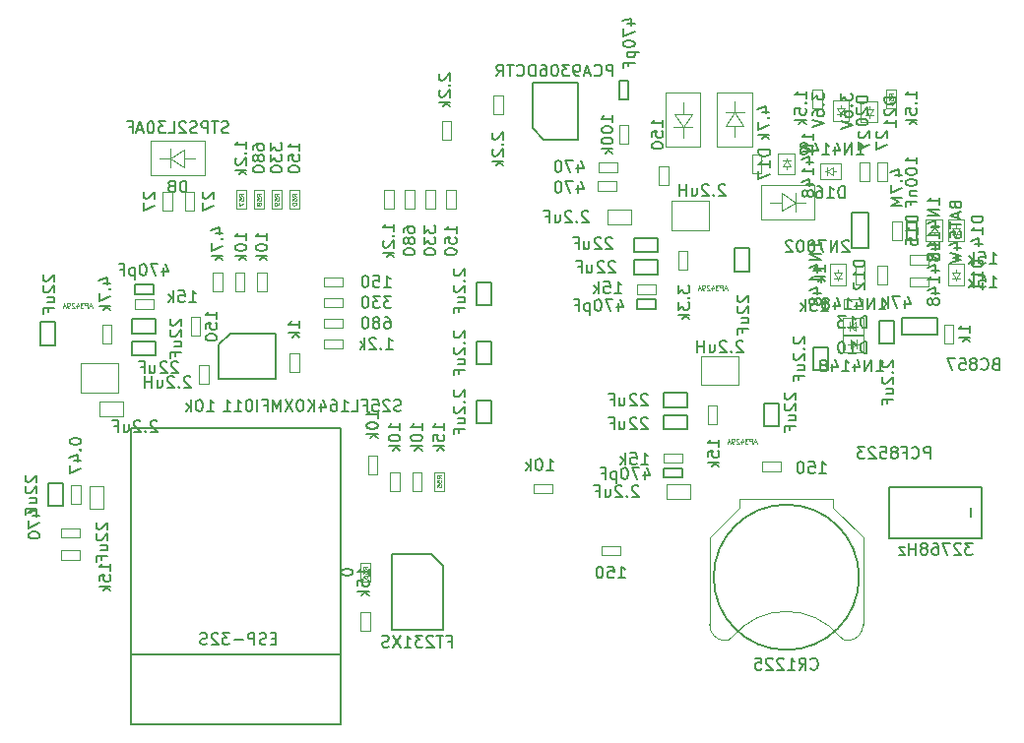
<source format=gbr>
G04 #@! TF.FileFunction,Other,Fab,Bot*
%FSLAX46Y46*%
G04 Gerber Fmt 4.6, Leading zero omitted, Abs format (unit mm)*
G04 Created by KiCad (PCBNEW 4.0.7+dfsg1-1) date Sat Nov 11 18:03:34 2017*
%MOMM*%
%LPD*%
G01*
G04 APERTURE LIST*
%ADD10C,0.100000*%
%ADD11C,0.150000*%
%ADD12C,0.075000*%
G04 APERTURE END LIST*
D10*
X103098000Y-99558000D02*
X103898000Y-99558000D01*
X103098000Y-97958000D02*
X103098000Y-99558000D01*
X103898000Y-97958000D02*
X103098000Y-97958000D01*
X103898000Y-99558000D02*
X103898000Y-97958000D01*
D11*
X126260434Y-112530338D02*
X108260434Y-112530338D01*
X108260434Y-118530338D02*
X108260434Y-93030338D01*
X126260434Y-118530338D02*
X126260434Y-93030338D01*
X126260434Y-93030338D02*
X108260434Y-93030338D01*
X126260434Y-118530338D02*
X108260434Y-118530338D01*
D10*
X154195000Y-64200000D02*
X154195000Y-68800000D01*
X154195000Y-68800000D02*
X157195000Y-68800000D01*
X157195000Y-64200000D02*
X154195000Y-64200000D01*
X157195000Y-64200000D02*
X157195000Y-68800000D01*
X155693980Y-67149440D02*
X155693980Y-68051140D01*
X155693980Y-65998820D02*
X155693980Y-65000600D01*
X156494080Y-67149440D02*
X154893880Y-67149440D01*
X154944680Y-65998820D02*
X156494080Y-65998820D01*
X155693980Y-67149440D02*
X154944680Y-65998820D01*
X155693980Y-67149440D02*
X156494080Y-65998820D01*
X153644000Y-72126000D02*
X154444000Y-72126000D01*
X153644000Y-70526000D02*
X153644000Y-72126000D01*
X154444000Y-70526000D02*
X153644000Y-70526000D01*
X154444000Y-72126000D02*
X154444000Y-70526000D01*
X160470000Y-89340000D02*
X160470000Y-86840000D01*
X157270000Y-89340000D02*
X160470000Y-89340000D01*
X157270000Y-86840000D02*
X157270000Y-89340000D01*
X160470000Y-86840000D02*
X157270000Y-86840000D01*
X157930000Y-76005000D02*
X157930000Y-73505000D01*
X154730000Y-76005000D02*
X157930000Y-76005000D01*
X154730000Y-73505000D02*
X154730000Y-76005000D01*
X157930000Y-73505000D02*
X154730000Y-73505000D01*
X103930000Y-87475000D02*
X103930000Y-89975000D01*
X107130000Y-87475000D02*
X103930000Y-87475000D01*
X107130000Y-89975000D02*
X107130000Y-87475000D01*
X103930000Y-89975000D02*
X107130000Y-89975000D01*
D11*
X101710000Y-83915000D02*
X100460000Y-83915000D01*
X101710000Y-85915000D02*
X101710000Y-83915000D01*
X100460000Y-85915000D02*
X101710000Y-85915000D01*
X100460000Y-83915000D02*
X100460000Y-85915000D01*
X154060000Y-90005000D02*
X154060000Y-91255000D01*
X156060000Y-90005000D02*
X154060000Y-90005000D01*
X156060000Y-91255000D02*
X156060000Y-90005000D01*
X154060000Y-91255000D02*
X156060000Y-91255000D01*
X154060000Y-91910000D02*
X154060000Y-93160000D01*
X156060000Y-91910000D02*
X154060000Y-91910000D01*
X156060000Y-93160000D02*
X156060000Y-91910000D01*
X154060000Y-93160000D02*
X156060000Y-93160000D01*
X162690000Y-92900000D02*
X163940000Y-92900000D01*
X162690000Y-90900000D02*
X162690000Y-92900000D01*
X163940000Y-90900000D02*
X162690000Y-90900000D01*
X163940000Y-92900000D02*
X163940000Y-90900000D01*
X151520000Y-78575000D02*
X151520000Y-79825000D01*
X153520000Y-78575000D02*
X151520000Y-78575000D01*
X153520000Y-79825000D02*
X153520000Y-78575000D01*
X151520000Y-79825000D02*
X153520000Y-79825000D01*
X151520000Y-76670000D02*
X151520000Y-77920000D01*
X153520000Y-76670000D02*
X151520000Y-76670000D01*
X153520000Y-77920000D02*
X153520000Y-76670000D01*
X151520000Y-77920000D02*
X153520000Y-77920000D01*
X160150000Y-79565000D02*
X161400000Y-79565000D01*
X160150000Y-77565000D02*
X160150000Y-79565000D01*
X161400000Y-77565000D02*
X160150000Y-77565000D01*
X161400000Y-79565000D02*
X161400000Y-77565000D01*
X110340000Y-84905000D02*
X110340000Y-83655000D01*
X108340000Y-84905000D02*
X110340000Y-84905000D01*
X108340000Y-83655000D02*
X108340000Y-84905000D01*
X110340000Y-83655000D02*
X108340000Y-83655000D01*
X110340000Y-86810000D02*
X110340000Y-85560000D01*
X108340000Y-86810000D02*
X110340000Y-86810000D01*
X108340000Y-85560000D02*
X108340000Y-86810000D01*
X110340000Y-85560000D02*
X108340000Y-85560000D01*
X172596000Y-85788000D02*
X173846000Y-85788000D01*
X172596000Y-83788000D02*
X172596000Y-85788000D01*
X173846000Y-83788000D02*
X172596000Y-83788000D01*
X173846000Y-85788000D02*
X173846000Y-83788000D01*
X177535000Y-83580000D02*
X174495000Y-83580000D01*
X174495000Y-84980000D02*
X174495000Y-83580000D01*
X177535000Y-84980000D02*
X177535000Y-83580000D01*
X177535000Y-84980000D02*
X174495000Y-84980000D01*
X170235000Y-74505000D02*
X170235000Y-77545000D01*
X171635000Y-77545000D02*
X170235000Y-77545000D01*
X171635000Y-74505000D02*
X170235000Y-74505000D01*
X171635000Y-74505000D02*
X171635000Y-77545000D01*
X154060000Y-96510000D02*
X154060000Y-97310000D01*
X155660000Y-96510000D02*
X154060000Y-96510000D01*
X155660000Y-97310000D02*
X155660000Y-96510000D01*
X154060000Y-97310000D02*
X155660000Y-97310000D01*
X151720000Y-81975000D02*
X151720000Y-82775000D01*
X153320000Y-81975000D02*
X151720000Y-81975000D01*
X153320000Y-82775000D02*
X153320000Y-81975000D01*
X151720000Y-82775000D02*
X153320000Y-82775000D01*
X110140000Y-81505000D02*
X110140000Y-80705000D01*
X108540000Y-81505000D02*
X110140000Y-81505000D01*
X108540000Y-80705000D02*
X108540000Y-81505000D01*
X110140000Y-80705000D02*
X108540000Y-80705000D01*
X175780000Y-75225000D02*
X174980000Y-75225000D01*
X175780000Y-76825000D02*
X175780000Y-75225000D01*
X174980000Y-76825000D02*
X175780000Y-76825000D01*
X174980000Y-75225000D02*
X174980000Y-76825000D01*
D10*
X169500000Y-81975000D02*
X169500000Y-82775000D01*
X171100000Y-81975000D02*
X169500000Y-81975000D01*
X171100000Y-82775000D02*
X171100000Y-81975000D01*
X169500000Y-82775000D02*
X171100000Y-82775000D01*
X172440000Y-80635000D02*
X173240000Y-80635000D01*
X172440000Y-79035000D02*
X172440000Y-80635000D01*
X173240000Y-79035000D02*
X172440000Y-79035000D01*
X173240000Y-80635000D02*
X173240000Y-79035000D01*
X176815000Y-80870000D02*
X176815000Y-80070000D01*
X175215000Y-80870000D02*
X176815000Y-80870000D01*
X175215000Y-80070000D02*
X175215000Y-80870000D01*
X176815000Y-80070000D02*
X175215000Y-80070000D01*
X174510000Y-75225000D02*
X173710000Y-75225000D01*
X174510000Y-76825000D02*
X174510000Y-75225000D01*
X173710000Y-76825000D02*
X174510000Y-76825000D01*
X173710000Y-75225000D02*
X173710000Y-76825000D01*
X178955000Y-84115000D02*
X178155000Y-84115000D01*
X178955000Y-85715000D02*
X178955000Y-84115000D01*
X178155000Y-85715000D02*
X178955000Y-85715000D01*
X178155000Y-84115000D02*
X178155000Y-85715000D01*
X114185000Y-83480000D02*
X113385000Y-83480000D01*
X114185000Y-85080000D02*
X114185000Y-83480000D01*
X113385000Y-85080000D02*
X114185000Y-85080000D01*
X113385000Y-83480000D02*
X113385000Y-85080000D01*
X170535000Y-80635000D02*
X171335000Y-80635000D01*
X170535000Y-79035000D02*
X170535000Y-80635000D01*
X171335000Y-79035000D02*
X170535000Y-79035000D01*
X171335000Y-80635000D02*
X171335000Y-79035000D01*
X128790000Y-108880000D02*
X127990000Y-108880000D01*
X128790000Y-110480000D02*
X128790000Y-108880000D01*
X127990000Y-110480000D02*
X128790000Y-110480000D01*
X127990000Y-108880000D02*
X127990000Y-110480000D01*
X150272000Y-103984000D02*
X150272000Y-103184000D01*
X148672000Y-103984000D02*
X150272000Y-103984000D01*
X148672000Y-103184000D02*
X148672000Y-103984000D01*
X150272000Y-103184000D02*
X148672000Y-103184000D01*
X176815000Y-78965000D02*
X176815000Y-78165000D01*
X175215000Y-78965000D02*
X176815000Y-78965000D01*
X175215000Y-78165000D02*
X175215000Y-78965000D01*
X176815000Y-78165000D02*
X175215000Y-78165000D01*
X154060000Y-95240000D02*
X154060000Y-96040000D01*
X155660000Y-95240000D02*
X154060000Y-95240000D01*
X155660000Y-96040000D02*
X155660000Y-95240000D01*
X154060000Y-96040000D02*
X155660000Y-96040000D01*
X110140000Y-82775000D02*
X110140000Y-81975000D01*
X108540000Y-82775000D02*
X110140000Y-82775000D01*
X108540000Y-81975000D02*
X108540000Y-82775000D01*
X110140000Y-81975000D02*
X108540000Y-81975000D01*
X151720000Y-80705000D02*
X151720000Y-81505000D01*
X153320000Y-80705000D02*
X151720000Y-80705000D01*
X153320000Y-81505000D02*
X153320000Y-80705000D01*
X151720000Y-81505000D02*
X153320000Y-81505000D01*
X158635000Y-91100000D02*
X157835000Y-91100000D01*
X158635000Y-92700000D02*
X158635000Y-91100000D01*
X157835000Y-92700000D02*
X158635000Y-92700000D01*
X157835000Y-91100000D02*
X157835000Y-92700000D01*
X105765000Y-85715000D02*
X106565000Y-85715000D01*
X105765000Y-84115000D02*
X105765000Y-85715000D01*
X106565000Y-84115000D02*
X105765000Y-84115000D01*
X106565000Y-85715000D02*
X106565000Y-84115000D01*
X156095000Y-77765000D02*
X155295000Y-77765000D01*
X156095000Y-79365000D02*
X156095000Y-77765000D01*
X155295000Y-79365000D02*
X156095000Y-79365000D01*
X155295000Y-77765000D02*
X155295000Y-79365000D01*
X126396000Y-86204000D02*
X126396000Y-85404000D01*
X124796000Y-86204000D02*
X126396000Y-86204000D01*
X124796000Y-85404000D02*
X124796000Y-86204000D01*
X126396000Y-85404000D02*
X124796000Y-85404000D01*
X126396000Y-84426000D02*
X126396000Y-83626000D01*
X124796000Y-84426000D02*
X126396000Y-84426000D01*
X124796000Y-83626000D02*
X124796000Y-84426000D01*
X126396000Y-83626000D02*
X124796000Y-83626000D01*
X126396000Y-82648000D02*
X126396000Y-81848000D01*
X124796000Y-82648000D02*
X126396000Y-82648000D01*
X124796000Y-81848000D02*
X124796000Y-82648000D01*
X126396000Y-81848000D02*
X124796000Y-81848000D01*
X126396000Y-80870000D02*
X126396000Y-80070000D01*
X124796000Y-80870000D02*
X126396000Y-80870000D01*
X124796000Y-80070000D02*
X124796000Y-80870000D01*
X126396000Y-80070000D02*
X124796000Y-80070000D01*
X130022000Y-74158000D02*
X130822000Y-74158000D01*
X130022000Y-72558000D02*
X130022000Y-74158000D01*
X130822000Y-72558000D02*
X130022000Y-72558000D01*
X130822000Y-74158000D02*
X130822000Y-72558000D01*
X131800000Y-74158000D02*
X132600000Y-74158000D01*
X131800000Y-72558000D02*
X131800000Y-74158000D01*
X132600000Y-72558000D02*
X131800000Y-72558000D01*
X132600000Y-74158000D02*
X132600000Y-72558000D01*
X133578000Y-74158000D02*
X134378000Y-74158000D01*
X133578000Y-72558000D02*
X133578000Y-74158000D01*
X134378000Y-72558000D02*
X133578000Y-72558000D01*
X134378000Y-74158000D02*
X134378000Y-72558000D01*
X135356000Y-74158000D02*
X136156000Y-74158000D01*
X135356000Y-72558000D02*
X135356000Y-74158000D01*
X136156000Y-72558000D02*
X135356000Y-72558000D01*
X136156000Y-74158000D02*
X136156000Y-72558000D01*
D11*
X115780000Y-85870000D02*
X115780000Y-88770000D01*
X115780000Y-88770000D02*
X120680000Y-88770000D01*
X120680000Y-88770000D02*
X120680000Y-84870000D01*
X120680000Y-84870000D02*
X116780000Y-84870000D01*
X116780000Y-84870000D02*
X115780000Y-85870000D01*
X150189600Y-64760000D02*
X150989600Y-64760000D01*
X150189600Y-63160000D02*
X150189600Y-64760000D01*
X150989600Y-63160000D02*
X150189600Y-63160000D01*
X150989600Y-64760000D02*
X150989600Y-63160000D01*
X143730000Y-68250000D02*
X146630000Y-68250000D01*
X146630000Y-68250000D02*
X146630000Y-63350000D01*
X146630000Y-63350000D02*
X142730000Y-63350000D01*
X142730000Y-63350000D02*
X142730000Y-67250000D01*
X142730000Y-67250000D02*
X143730000Y-68250000D01*
D10*
X161645000Y-71110000D02*
X162445000Y-71110000D01*
X161645000Y-69510000D02*
X161645000Y-71110000D01*
X162445000Y-69510000D02*
X161645000Y-69510000D01*
X162445000Y-71110000D02*
X162445000Y-69510000D01*
X139420000Y-66030000D02*
X140220000Y-66030000D01*
X139420000Y-64430000D02*
X139420000Y-66030000D01*
X140220000Y-64430000D02*
X139420000Y-64430000D01*
X140220000Y-66030000D02*
X140220000Y-64430000D01*
X134975000Y-68232000D02*
X135775000Y-68232000D01*
X134975000Y-66632000D02*
X134975000Y-68232000D01*
X135775000Y-66632000D02*
X134975000Y-66632000D01*
X135775000Y-68232000D02*
X135775000Y-66632000D01*
X150215000Y-68570000D02*
X151015000Y-68570000D01*
X150215000Y-66970000D02*
X150215000Y-68570000D01*
X151015000Y-66970000D02*
X150215000Y-66970000D01*
X151015000Y-68570000D02*
X151015000Y-66970000D01*
X149975000Y-72615000D02*
X149975000Y-71815000D01*
X148375000Y-72615000D02*
X149975000Y-72615000D01*
X148375000Y-71815000D02*
X148375000Y-72615000D01*
X149975000Y-71815000D02*
X148375000Y-71815000D01*
X150080000Y-71000000D02*
X150080000Y-70200000D01*
X148480000Y-71000000D02*
X150080000Y-71000000D01*
X148480000Y-70200000D02*
X148480000Y-71000000D01*
X150080000Y-70200000D02*
X148480000Y-70200000D01*
D11*
X134035000Y-103890000D02*
X130635000Y-103890000D01*
X130635000Y-103890000D02*
X130635000Y-110390000D01*
X130635000Y-110390000D02*
X135035000Y-110390000D01*
X135035000Y-110390000D02*
X135035000Y-104890000D01*
X135035000Y-104890000D02*
X134035000Y-103890000D01*
D10*
X119900000Y-79670000D02*
X119100000Y-79670000D01*
X119900000Y-81270000D02*
X119900000Y-79670000D01*
X119100000Y-81270000D02*
X119900000Y-81270000D01*
X119100000Y-79670000D02*
X119100000Y-81270000D01*
X114080000Y-89200000D02*
X114880000Y-89200000D01*
X114080000Y-87600000D02*
X114080000Y-89200000D01*
X114880000Y-87600000D02*
X114080000Y-87600000D01*
X114880000Y-89200000D02*
X114880000Y-87600000D01*
X128625000Y-96975000D02*
X129425000Y-96975000D01*
X128625000Y-95375000D02*
X128625000Y-96975000D01*
X129425000Y-95375000D02*
X128625000Y-95375000D01*
X129425000Y-96975000D02*
X129425000Y-95375000D01*
X117995000Y-79670000D02*
X117195000Y-79670000D01*
X117995000Y-81270000D02*
X117995000Y-79670000D01*
X117195000Y-81270000D02*
X117995000Y-81270000D01*
X117195000Y-79670000D02*
X117195000Y-81270000D01*
X122680000Y-86600000D02*
X121880000Y-86600000D01*
X122680000Y-88200000D02*
X122680000Y-86600000D01*
X121880000Y-88200000D02*
X122680000Y-88200000D01*
X121880000Y-86600000D02*
X121880000Y-88200000D01*
X116090000Y-79670000D02*
X115290000Y-79670000D01*
X116090000Y-81270000D02*
X116090000Y-79670000D01*
X115290000Y-81270000D02*
X116090000Y-81270000D01*
X115290000Y-79670000D02*
X115290000Y-81270000D01*
X144430000Y-98650000D02*
X144430000Y-97850000D01*
X142830000Y-98650000D02*
X144430000Y-98650000D01*
X142830000Y-97850000D02*
X142830000Y-98650000D01*
X144430000Y-97850000D02*
X142830000Y-97850000D01*
X132435000Y-98415000D02*
X133235000Y-98415000D01*
X132435000Y-96815000D02*
X132435000Y-98415000D01*
X133235000Y-96815000D02*
X132435000Y-96815000D01*
X133235000Y-98415000D02*
X133235000Y-96815000D01*
X130530000Y-98415000D02*
X131330000Y-98415000D01*
X130530000Y-96815000D02*
X130530000Y-98415000D01*
X131330000Y-96815000D02*
X130530000Y-96815000D01*
X131330000Y-98415000D02*
X131330000Y-96815000D01*
X102190000Y-103565000D02*
X102190000Y-104365000D01*
X103790000Y-103565000D02*
X102190000Y-103565000D01*
X103790000Y-104365000D02*
X103790000Y-103565000D01*
X102190000Y-104365000D02*
X103790000Y-104365000D01*
X103790000Y-102460000D02*
X103790000Y-101660000D01*
X102190000Y-102460000D02*
X103790000Y-102460000D01*
X102190000Y-101660000D02*
X102190000Y-102460000D01*
X103790000Y-101660000D02*
X102190000Y-101660000D01*
D11*
X166881000Y-88074000D02*
X168131000Y-88074000D01*
X166881000Y-86074000D02*
X166881000Y-88074000D01*
X168131000Y-86074000D02*
X166881000Y-86074000D01*
X168131000Y-88074000D02*
X168131000Y-86074000D01*
D10*
X164115000Y-96745000D02*
X164115000Y-95945000D01*
X162515000Y-96745000D02*
X164115000Y-96745000D01*
X162515000Y-95945000D02*
X162515000Y-96745000D01*
X164115000Y-95945000D02*
X162515000Y-95945000D01*
X166852000Y-65522000D02*
X167652000Y-65522000D01*
X166852000Y-63922000D02*
X166852000Y-65522000D01*
X167652000Y-63922000D02*
X166852000Y-63922000D01*
X167652000Y-65522000D02*
X167652000Y-63922000D01*
D11*
X139175000Y-90646000D02*
X137925000Y-90646000D01*
X139175000Y-92646000D02*
X139175000Y-90646000D01*
X137925000Y-92646000D02*
X139175000Y-92646000D01*
X137925000Y-90646000D02*
X137925000Y-92646000D01*
X137925000Y-82486000D02*
X139175000Y-82486000D01*
X137925000Y-80486000D02*
X137925000Y-82486000D01*
X139175000Y-80486000D02*
X137925000Y-80486000D01*
X139175000Y-82486000D02*
X139175000Y-80486000D01*
X139175000Y-85566000D02*
X137925000Y-85566000D01*
X139175000Y-87566000D02*
X139175000Y-85566000D01*
X137925000Y-87566000D02*
X139175000Y-87566000D01*
X137925000Y-85566000D02*
X137925000Y-87566000D01*
X102345000Y-97758000D02*
X101095000Y-97758000D01*
X102345000Y-99758000D02*
X102345000Y-97758000D01*
X101095000Y-99758000D02*
X102345000Y-99758000D01*
X101095000Y-97758000D02*
X101095000Y-99758000D01*
D10*
X112877000Y-74285000D02*
X113677000Y-74285000D01*
X112877000Y-72685000D02*
X112877000Y-74285000D01*
X113677000Y-72685000D02*
X112877000Y-72685000D01*
X113677000Y-74285000D02*
X113677000Y-72685000D01*
X110972000Y-74285000D02*
X111772000Y-74285000D01*
X110972000Y-72685000D02*
X110972000Y-74285000D01*
X111772000Y-72685000D02*
X110972000Y-72685000D01*
X111772000Y-74285000D02*
X111772000Y-72685000D01*
X172440000Y-71745000D02*
X173240000Y-71745000D01*
X172440000Y-70145000D02*
X172440000Y-71745000D01*
X173240000Y-70145000D02*
X172440000Y-70145000D01*
X173240000Y-71745000D02*
X173240000Y-70145000D01*
X170916000Y-71745000D02*
X171716000Y-71745000D01*
X170916000Y-70145000D02*
X170916000Y-71745000D01*
X171716000Y-70145000D02*
X170916000Y-70145000D01*
X171716000Y-71745000D02*
X171716000Y-70145000D01*
D11*
X181412000Y-98082000D02*
X181412000Y-102482000D01*
X173412000Y-98082000D02*
X181412000Y-98082000D01*
X173412000Y-102482000D02*
X173412000Y-98082000D01*
X181412000Y-102482000D02*
X173412000Y-102482000D01*
X180412000Y-99882000D02*
X180412000Y-100682000D01*
D10*
X104656000Y-100012000D02*
X105896000Y-100012000D01*
X104656000Y-98012000D02*
X104656000Y-100012000D01*
X105896000Y-98012000D02*
X104656000Y-98012000D01*
X105896000Y-100012000D02*
X105896000Y-98012000D01*
X114561000Y-68302000D02*
X109961000Y-68302000D01*
X109961000Y-68302000D02*
X109961000Y-71302000D01*
X114561000Y-71302000D02*
X114561000Y-68302000D01*
X114561000Y-71302000D02*
X109961000Y-71302000D01*
X111611560Y-69800980D02*
X110709860Y-69800980D01*
X112762180Y-69800980D02*
X113760400Y-69800980D01*
X111611560Y-70601080D02*
X111611560Y-69000880D01*
X112762180Y-69051680D02*
X112762180Y-70601080D01*
X111611560Y-69800980D02*
X112762180Y-69051680D01*
X111611560Y-69800980D02*
X112762180Y-70601080D01*
X162412000Y-75112000D02*
X167012000Y-75112000D01*
X167012000Y-75112000D02*
X167012000Y-72112000D01*
X162412000Y-72112000D02*
X162412000Y-75112000D01*
X162412000Y-72112000D02*
X167012000Y-72112000D01*
X165361440Y-73613020D02*
X166263140Y-73613020D01*
X164210820Y-73613020D02*
X163212600Y-73613020D01*
X165361440Y-72812920D02*
X165361440Y-74413120D01*
X164210820Y-74362320D02*
X164210820Y-72812920D01*
X165361440Y-73613020D02*
X164210820Y-74362320D01*
X165361440Y-73613020D02*
X164210820Y-72812920D01*
X161640000Y-68800000D02*
X161640000Y-64200000D01*
X161640000Y-64200000D02*
X158640000Y-64200000D01*
X158640000Y-68800000D02*
X161640000Y-68800000D01*
X158640000Y-68800000D02*
X158640000Y-64200000D01*
X160141020Y-65850560D02*
X160141020Y-64948860D01*
X160141020Y-67001180D02*
X160141020Y-67999400D01*
X159340920Y-65850560D02*
X160941120Y-65850560D01*
X160890320Y-67001180D02*
X159340920Y-67001180D01*
X160141020Y-65850560D02*
X160890320Y-67001180D01*
X160141020Y-65850560D02*
X159340920Y-67001180D01*
X154314000Y-97884000D02*
X154314000Y-99124000D01*
X156314000Y-97884000D02*
X154314000Y-97884000D01*
X156314000Y-99124000D02*
X156314000Y-97884000D01*
X154314000Y-99124000D02*
X156314000Y-99124000D01*
X107546000Y-92012000D02*
X107546000Y-90772000D01*
X105546000Y-92012000D02*
X107546000Y-92012000D01*
X105546000Y-90772000D02*
X105546000Y-92012000D01*
X107546000Y-90772000D02*
X105546000Y-90772000D01*
X151234000Y-75502000D02*
X151234000Y-74262000D01*
X149234000Y-75502000D02*
X151234000Y-75502000D01*
X149234000Y-74262000D02*
X149234000Y-75502000D01*
X151234000Y-74262000D02*
X149234000Y-74262000D01*
X173202000Y-65522000D02*
X174002000Y-65522000D01*
X173202000Y-63922000D02*
X173202000Y-65522000D01*
X174002000Y-63922000D02*
X173202000Y-63922000D01*
X174002000Y-65522000D02*
X174002000Y-63922000D01*
X135140000Y-96815000D02*
X134340000Y-96815000D01*
X135140000Y-98415000D02*
X135140000Y-96815000D01*
X134340000Y-98415000D02*
X135140000Y-98415000D01*
X134340000Y-96815000D02*
X134340000Y-98415000D01*
D11*
X170835000Y-105870000D02*
G75*
G03X170835000Y-105870000I-6250000J0D01*
G01*
D10*
X159206987Y-111317558D02*
G75*
G03X159985000Y-110970000I88013J847558D01*
G01*
X169963013Y-111317558D02*
G75*
G02X169185000Y-110970000I-88013J847558D01*
G01*
X159977095Y-110979589D02*
G75*
G02X169185000Y-110970000I4607905J-3790411D01*
G01*
X157985000Y-109920000D02*
G75*
G03X159285000Y-111320000I1350000J-50000D01*
G01*
X171185000Y-109920000D02*
G75*
G02X169885000Y-111320000I-1350000J-50000D01*
G01*
X157985000Y-102470000D02*
X157985000Y-109970000D01*
X171185000Y-102470000D02*
X171185000Y-109970000D01*
X160585000Y-99870000D02*
X157985000Y-102470000D01*
X168585000Y-99870000D02*
X171185000Y-102470000D01*
X160585000Y-99170000D02*
X160585000Y-99870000D01*
X168585000Y-99170000D02*
X168585000Y-99870000D01*
X168585000Y-99170000D02*
X160585000Y-99170000D01*
X169284000Y-65538000D02*
X169284000Y-65288000D01*
X168934000Y-65538000D02*
X169284000Y-66038000D01*
X169634000Y-65538000D02*
X168934000Y-65538000D01*
X169284000Y-66038000D02*
X169634000Y-65538000D01*
X169284000Y-66038000D02*
X169284000Y-66238000D01*
X169634000Y-66038000D02*
X168934000Y-66038000D01*
X168584000Y-66638000D02*
X169984000Y-66638000D01*
X168584000Y-64838000D02*
X168584000Y-66638000D01*
X169984000Y-64838000D02*
X168584000Y-64838000D01*
X169984000Y-66638000D02*
X169984000Y-64838000D01*
X171697000Y-65631000D02*
X171697000Y-65381000D01*
X171347000Y-65631000D02*
X171697000Y-66131000D01*
X172047000Y-65631000D02*
X171347000Y-65631000D01*
X171697000Y-66131000D02*
X172047000Y-65631000D01*
X171697000Y-66131000D02*
X171697000Y-66331000D01*
X172047000Y-66131000D02*
X171347000Y-66131000D01*
X170997000Y-66731000D02*
X172397000Y-66731000D01*
X170997000Y-64931000D02*
X170997000Y-66731000D01*
X172397000Y-64931000D02*
X170997000Y-64931000D01*
X172397000Y-66731000D02*
X172397000Y-64931000D01*
X170500000Y-84280000D02*
X170750000Y-84280000D01*
X170500000Y-83930000D02*
X170000000Y-84280000D01*
X170500000Y-84630000D02*
X170500000Y-83930000D01*
X170000000Y-84280000D02*
X170500000Y-84630000D01*
X170000000Y-84280000D02*
X169800000Y-84280000D01*
X170000000Y-84630000D02*
X170000000Y-83930000D01*
X169400000Y-83580000D02*
X169400000Y-84980000D01*
X171200000Y-83580000D02*
X169400000Y-83580000D01*
X171200000Y-84980000D02*
X171200000Y-83580000D01*
X169400000Y-84980000D02*
X171200000Y-84980000D01*
X179190000Y-79635000D02*
X179190000Y-79385000D01*
X178840000Y-79635000D02*
X179190000Y-80135000D01*
X179540000Y-79635000D02*
X178840000Y-79635000D01*
X179190000Y-80135000D02*
X179540000Y-79635000D01*
X179190000Y-80135000D02*
X179190000Y-80335000D01*
X179540000Y-80135000D02*
X178840000Y-80135000D01*
X178490000Y-80735000D02*
X179890000Y-80735000D01*
X178490000Y-78935000D02*
X178490000Y-80735000D01*
X179890000Y-78935000D02*
X178490000Y-78935000D01*
X179890000Y-80735000D02*
X179890000Y-78935000D01*
X169030000Y-79635000D02*
X169030000Y-79385000D01*
X168680000Y-79635000D02*
X169030000Y-80135000D01*
X169380000Y-79635000D02*
X168680000Y-79635000D01*
X169030000Y-80135000D02*
X169380000Y-79635000D01*
X169030000Y-80135000D02*
X169030000Y-80335000D01*
X169380000Y-80135000D02*
X168680000Y-80135000D01*
X168330000Y-80735000D02*
X169730000Y-80735000D01*
X168330000Y-78935000D02*
X168330000Y-80735000D01*
X169730000Y-78935000D02*
X168330000Y-78935000D01*
X169730000Y-80735000D02*
X169730000Y-78935000D01*
X170100000Y-85804000D02*
X169850000Y-85804000D01*
X170100000Y-86154000D02*
X170600000Y-85804000D01*
X170100000Y-85454000D02*
X170100000Y-86154000D01*
X170600000Y-85804000D02*
X170100000Y-85454000D01*
X170600000Y-85804000D02*
X170800000Y-85804000D01*
X170600000Y-85454000D02*
X170600000Y-86154000D01*
X171200000Y-86504000D02*
X171200000Y-85104000D01*
X169400000Y-86504000D02*
X171200000Y-86504000D01*
X169400000Y-85104000D02*
X169400000Y-86504000D01*
X171200000Y-85104000D02*
X169400000Y-85104000D01*
X179190000Y-75825000D02*
X179190000Y-75575000D01*
X178840000Y-75825000D02*
X179190000Y-76325000D01*
X179540000Y-75825000D02*
X178840000Y-75825000D01*
X179190000Y-76325000D02*
X179540000Y-75825000D01*
X179190000Y-76325000D02*
X179190000Y-76525000D01*
X179540000Y-76325000D02*
X178840000Y-76325000D01*
X178490000Y-76925000D02*
X179890000Y-76925000D01*
X178490000Y-75125000D02*
X178490000Y-76925000D01*
X179890000Y-75125000D02*
X178490000Y-75125000D01*
X179890000Y-76925000D02*
X179890000Y-75125000D01*
X177285000Y-76225000D02*
X177285000Y-76475000D01*
X177635000Y-76225000D02*
X177285000Y-75725000D01*
X176935000Y-76225000D02*
X177635000Y-76225000D01*
X177285000Y-75725000D02*
X176935000Y-76225000D01*
X177285000Y-75725000D02*
X177285000Y-75525000D01*
X176935000Y-75725000D02*
X177635000Y-75725000D01*
X177985000Y-75125000D02*
X176585000Y-75125000D01*
X177985000Y-76925000D02*
X177985000Y-75125000D01*
X176585000Y-76925000D02*
X177985000Y-76925000D01*
X176585000Y-75125000D02*
X176585000Y-76925000D01*
X168595000Y-70945000D02*
X168845000Y-70945000D01*
X168595000Y-70595000D02*
X168095000Y-70945000D01*
X168595000Y-71295000D02*
X168595000Y-70595000D01*
X168095000Y-70945000D02*
X168595000Y-71295000D01*
X168095000Y-70945000D02*
X167895000Y-70945000D01*
X168095000Y-71295000D02*
X168095000Y-70595000D01*
X167495000Y-70245000D02*
X167495000Y-71645000D01*
X169295000Y-70245000D02*
X167495000Y-70245000D01*
X169295000Y-71645000D02*
X169295000Y-70245000D01*
X167495000Y-71645000D02*
X169295000Y-71645000D01*
X164585000Y-70510000D02*
X164585000Y-70760000D01*
X164935000Y-70510000D02*
X164585000Y-70010000D01*
X164235000Y-70510000D02*
X164935000Y-70510000D01*
X164585000Y-70010000D02*
X164235000Y-70510000D01*
X164585000Y-70010000D02*
X164585000Y-69810000D01*
X164235000Y-70010000D02*
X164935000Y-70010000D01*
X165285000Y-69410000D02*
X163885000Y-69410000D01*
X165285000Y-71210000D02*
X165285000Y-69410000D01*
X163885000Y-71210000D02*
X165285000Y-71210000D01*
X163885000Y-69410000D02*
X163885000Y-71210000D01*
X127990000Y-106246000D02*
X128790000Y-106246000D01*
X127990000Y-104646000D02*
X127990000Y-106246000D01*
X128790000Y-104646000D02*
X127990000Y-104646000D01*
X128790000Y-106246000D02*
X128790000Y-104646000D01*
X117322000Y-74158000D02*
X118122000Y-74158000D01*
X117322000Y-72558000D02*
X117322000Y-74158000D01*
X118122000Y-72558000D02*
X117322000Y-72558000D01*
X118122000Y-74158000D02*
X118122000Y-72558000D01*
X118846000Y-74158000D02*
X119646000Y-74158000D01*
X118846000Y-72558000D02*
X118846000Y-74158000D01*
X119646000Y-72558000D02*
X118846000Y-72558000D01*
X119646000Y-74158000D02*
X119646000Y-72558000D01*
X120370000Y-74158000D02*
X121170000Y-74158000D01*
X120370000Y-72558000D02*
X120370000Y-74158000D01*
X121170000Y-72558000D02*
X120370000Y-72558000D01*
X121170000Y-74158000D02*
X121170000Y-72558000D01*
X121894000Y-74158000D02*
X122694000Y-74158000D01*
X121894000Y-72558000D02*
X121894000Y-74158000D01*
X122694000Y-72558000D02*
X121894000Y-72558000D01*
X122694000Y-74158000D02*
X122694000Y-72558000D01*
D11*
X102950381Y-94133905D02*
X102950381Y-94229144D01*
X102998000Y-94324382D01*
X103045619Y-94372001D01*
X103140857Y-94419620D01*
X103331333Y-94467239D01*
X103569429Y-94467239D01*
X103759905Y-94419620D01*
X103855143Y-94372001D01*
X103902762Y-94324382D01*
X103950381Y-94229144D01*
X103950381Y-94133905D01*
X103902762Y-94038667D01*
X103855143Y-93991048D01*
X103759905Y-93943429D01*
X103569429Y-93895810D01*
X103331333Y-93895810D01*
X103140857Y-93943429D01*
X103045619Y-93991048D01*
X102998000Y-94038667D01*
X102950381Y-94133905D01*
X103855143Y-94895810D02*
X103902762Y-94943429D01*
X103950381Y-94895810D01*
X103902762Y-94848191D01*
X103855143Y-94895810D01*
X103950381Y-94895810D01*
X103283714Y-95800572D02*
X103950381Y-95800572D01*
X102902762Y-95562476D02*
X103617048Y-95324381D01*
X103617048Y-95943429D01*
X102950381Y-96229143D02*
X102950381Y-96895810D01*
X103950381Y-96467238D01*
X120706095Y-111132571D02*
X120372761Y-111132571D01*
X120229904Y-111656381D02*
X120706095Y-111656381D01*
X120706095Y-110656381D01*
X120229904Y-110656381D01*
X119848952Y-111608762D02*
X119706095Y-111656381D01*
X119467999Y-111656381D01*
X119372761Y-111608762D01*
X119325142Y-111561143D01*
X119277523Y-111465905D01*
X119277523Y-111370667D01*
X119325142Y-111275429D01*
X119372761Y-111227810D01*
X119467999Y-111180190D01*
X119658476Y-111132571D01*
X119753714Y-111084952D01*
X119801333Y-111037333D01*
X119848952Y-110942095D01*
X119848952Y-110846857D01*
X119801333Y-110751619D01*
X119753714Y-110704000D01*
X119658476Y-110656381D01*
X119420380Y-110656381D01*
X119277523Y-110704000D01*
X118848952Y-111656381D02*
X118848952Y-110656381D01*
X118467999Y-110656381D01*
X118372761Y-110704000D01*
X118325142Y-110751619D01*
X118277523Y-110846857D01*
X118277523Y-110989714D01*
X118325142Y-111084952D01*
X118372761Y-111132571D01*
X118467999Y-111180190D01*
X118848952Y-111180190D01*
X117848952Y-111275429D02*
X117087047Y-111275429D01*
X116706095Y-110656381D02*
X116087047Y-110656381D01*
X116420381Y-111037333D01*
X116277523Y-111037333D01*
X116182285Y-111084952D01*
X116134666Y-111132571D01*
X116087047Y-111227810D01*
X116087047Y-111465905D01*
X116134666Y-111561143D01*
X116182285Y-111608762D01*
X116277523Y-111656381D01*
X116563238Y-111656381D01*
X116658476Y-111608762D01*
X116706095Y-111561143D01*
X115706095Y-110751619D02*
X115658476Y-110704000D01*
X115563238Y-110656381D01*
X115325142Y-110656381D01*
X115229904Y-110704000D01*
X115182285Y-110751619D01*
X115134666Y-110846857D01*
X115134666Y-110942095D01*
X115182285Y-111084952D01*
X115753714Y-111656381D01*
X115134666Y-111656381D01*
X114753714Y-111608762D02*
X114610857Y-111656381D01*
X114372761Y-111656381D01*
X114277523Y-111608762D01*
X114229904Y-111561143D01*
X114182285Y-111465905D01*
X114182285Y-111370667D01*
X114229904Y-111275429D01*
X114277523Y-111227810D01*
X114372761Y-111180190D01*
X114563238Y-111132571D01*
X114658476Y-111084952D01*
X114706095Y-111037333D01*
X114753714Y-110942095D01*
X114753714Y-110846857D01*
X114706095Y-110751619D01*
X114658476Y-110704000D01*
X114563238Y-110656381D01*
X114325142Y-110656381D01*
X114182285Y-110704000D01*
X153988381Y-67103334D02*
X153988381Y-66531905D01*
X153988381Y-66817619D02*
X152988381Y-66817619D01*
X153131238Y-66722381D01*
X153226476Y-66627143D01*
X153274095Y-66531905D01*
X152988381Y-68008096D02*
X152988381Y-67531905D01*
X153464571Y-67484286D01*
X153416952Y-67531905D01*
X153369333Y-67627143D01*
X153369333Y-67865239D01*
X153416952Y-67960477D01*
X153464571Y-68008096D01*
X153559810Y-68055715D01*
X153797905Y-68055715D01*
X153893143Y-68008096D01*
X153940762Y-67960477D01*
X153988381Y-67865239D01*
X153988381Y-67627143D01*
X153940762Y-67531905D01*
X153893143Y-67484286D01*
X152988381Y-68674762D02*
X152988381Y-68770001D01*
X153036000Y-68865239D01*
X153083619Y-68912858D01*
X153178857Y-68960477D01*
X153369333Y-69008096D01*
X153607429Y-69008096D01*
X153797905Y-68960477D01*
X153893143Y-68912858D01*
X153940762Y-68865239D01*
X153988381Y-68770001D01*
X153988381Y-68674762D01*
X153940762Y-68579524D01*
X153893143Y-68531905D01*
X153797905Y-68484286D01*
X153607429Y-68436667D01*
X153369333Y-68436667D01*
X153178857Y-68484286D01*
X153083619Y-68531905D01*
X153036000Y-68579524D01*
X152988381Y-68674762D01*
X160846190Y-85605619D02*
X160798571Y-85558000D01*
X160703333Y-85510381D01*
X160465237Y-85510381D01*
X160369999Y-85558000D01*
X160322380Y-85605619D01*
X160274761Y-85700857D01*
X160274761Y-85796095D01*
X160322380Y-85938952D01*
X160893809Y-86510381D01*
X160274761Y-86510381D01*
X159846190Y-86415143D02*
X159798571Y-86462762D01*
X159846190Y-86510381D01*
X159893809Y-86462762D01*
X159846190Y-86415143D01*
X159846190Y-86510381D01*
X159417619Y-85605619D02*
X159370000Y-85558000D01*
X159274762Y-85510381D01*
X159036666Y-85510381D01*
X158941428Y-85558000D01*
X158893809Y-85605619D01*
X158846190Y-85700857D01*
X158846190Y-85796095D01*
X158893809Y-85938952D01*
X159465238Y-86510381D01*
X158846190Y-86510381D01*
X157989047Y-85843714D02*
X157989047Y-86510381D01*
X158417619Y-85843714D02*
X158417619Y-86367524D01*
X158370000Y-86462762D01*
X158274762Y-86510381D01*
X158131904Y-86510381D01*
X158036666Y-86462762D01*
X157989047Y-86415143D01*
X157512857Y-86510381D02*
X157512857Y-85510381D01*
X157512857Y-85986571D02*
X156941428Y-85986571D01*
X156941428Y-86510381D02*
X156941428Y-85510381D01*
D10*
X162003571Y-94252667D02*
X161813094Y-94252667D01*
X162041666Y-94366952D02*
X161908332Y-93966952D01*
X161774999Y-94366952D01*
X161641666Y-94366952D02*
X161641666Y-93966952D01*
X161489285Y-93966952D01*
X161451190Y-93986000D01*
X161432142Y-94005048D01*
X161413094Y-94043143D01*
X161413094Y-94100286D01*
X161432142Y-94138381D01*
X161451190Y-94157429D01*
X161489285Y-94176476D01*
X161641666Y-94176476D01*
X161279761Y-93966952D02*
X161032142Y-93966952D01*
X161165475Y-94119333D01*
X161108333Y-94119333D01*
X161070237Y-94138381D01*
X161051190Y-94157429D01*
X161032142Y-94195524D01*
X161032142Y-94290762D01*
X161051190Y-94328857D01*
X161070237Y-94347905D01*
X161108333Y-94366952D01*
X161222618Y-94366952D01*
X161260714Y-94347905D01*
X161279761Y-94328857D01*
X160689285Y-94100286D02*
X160689285Y-94366952D01*
X160784523Y-93947905D02*
X160879762Y-94233619D01*
X160632142Y-94233619D01*
X160498810Y-94005048D02*
X160479762Y-93986000D01*
X160441667Y-93966952D01*
X160346429Y-93966952D01*
X160308333Y-93986000D01*
X160289286Y-94005048D01*
X160270238Y-94043143D01*
X160270238Y-94081238D01*
X160289286Y-94138381D01*
X160517857Y-94366952D01*
X160270238Y-94366952D01*
X160079762Y-94366952D02*
X160003572Y-94366952D01*
X159965477Y-94347905D01*
X159946429Y-94328857D01*
X159908334Y-94271714D01*
X159889286Y-94195524D01*
X159889286Y-94043143D01*
X159908334Y-94005048D01*
X159927381Y-93986000D01*
X159965477Y-93966952D01*
X160041667Y-93966952D01*
X160079762Y-93986000D01*
X160098810Y-94005048D01*
X160117858Y-94043143D01*
X160117858Y-94138381D01*
X160098810Y-94176476D01*
X160079762Y-94195524D01*
X160041667Y-94214571D01*
X159965477Y-94214571D01*
X159927381Y-94195524D01*
X159908334Y-94176476D01*
X159889286Y-94138381D01*
X159736906Y-94252667D02*
X159546429Y-94252667D01*
X159775001Y-94366952D02*
X159641667Y-93966952D01*
X159508334Y-94366952D01*
D11*
X159322190Y-72143619D02*
X159274571Y-72096000D01*
X159179333Y-72048381D01*
X158941237Y-72048381D01*
X158845999Y-72096000D01*
X158798380Y-72143619D01*
X158750761Y-72238857D01*
X158750761Y-72334095D01*
X158798380Y-72476952D01*
X159369809Y-73048381D01*
X158750761Y-73048381D01*
X158322190Y-72953143D02*
X158274571Y-73000762D01*
X158322190Y-73048381D01*
X158369809Y-73000762D01*
X158322190Y-72953143D01*
X158322190Y-73048381D01*
X157893619Y-72143619D02*
X157846000Y-72096000D01*
X157750762Y-72048381D01*
X157512666Y-72048381D01*
X157417428Y-72096000D01*
X157369809Y-72143619D01*
X157322190Y-72238857D01*
X157322190Y-72334095D01*
X157369809Y-72476952D01*
X157941238Y-73048381D01*
X157322190Y-73048381D01*
X156465047Y-72381714D02*
X156465047Y-73048381D01*
X156893619Y-72381714D02*
X156893619Y-72905524D01*
X156846000Y-73000762D01*
X156750762Y-73048381D01*
X156607904Y-73048381D01*
X156512666Y-73000762D01*
X156465047Y-72953143D01*
X155988857Y-73048381D02*
X155988857Y-72048381D01*
X155988857Y-72524571D02*
X155417428Y-72524571D01*
X155417428Y-73048381D02*
X155417428Y-72048381D01*
D10*
X159463571Y-81044667D02*
X159273094Y-81044667D01*
X159501666Y-81158952D02*
X159368332Y-80758952D01*
X159234999Y-81158952D01*
X159101666Y-81158952D02*
X159101666Y-80758952D01*
X158949285Y-80758952D01*
X158911190Y-80778000D01*
X158892142Y-80797048D01*
X158873094Y-80835143D01*
X158873094Y-80892286D01*
X158892142Y-80930381D01*
X158911190Y-80949429D01*
X158949285Y-80968476D01*
X159101666Y-80968476D01*
X158739761Y-80758952D02*
X158492142Y-80758952D01*
X158625475Y-80911333D01*
X158568333Y-80911333D01*
X158530237Y-80930381D01*
X158511190Y-80949429D01*
X158492142Y-80987524D01*
X158492142Y-81082762D01*
X158511190Y-81120857D01*
X158530237Y-81139905D01*
X158568333Y-81158952D01*
X158682618Y-81158952D01*
X158720714Y-81139905D01*
X158739761Y-81120857D01*
X158149285Y-80892286D02*
X158149285Y-81158952D01*
X158244523Y-80739905D02*
X158339762Y-81025619D01*
X158092142Y-81025619D01*
X157958810Y-80797048D02*
X157939762Y-80778000D01*
X157901667Y-80758952D01*
X157806429Y-80758952D01*
X157768333Y-80778000D01*
X157749286Y-80797048D01*
X157730238Y-80835143D01*
X157730238Y-80873238D01*
X157749286Y-80930381D01*
X157977857Y-81158952D01*
X157730238Y-81158952D01*
X157539762Y-81158952D02*
X157463572Y-81158952D01*
X157425477Y-81139905D01*
X157406429Y-81120857D01*
X157368334Y-81063714D01*
X157349286Y-80987524D01*
X157349286Y-80835143D01*
X157368334Y-80797048D01*
X157387381Y-80778000D01*
X157425477Y-80758952D01*
X157501667Y-80758952D01*
X157539762Y-80778000D01*
X157558810Y-80797048D01*
X157577858Y-80835143D01*
X157577858Y-80930381D01*
X157558810Y-80968476D01*
X157539762Y-80987524D01*
X157501667Y-81006571D01*
X157425477Y-81006571D01*
X157387381Y-80987524D01*
X157368334Y-80968476D01*
X157349286Y-80930381D01*
X157196906Y-81044667D02*
X157006429Y-81044667D01*
X157235001Y-81158952D02*
X157101667Y-80758952D01*
X156968334Y-81158952D01*
D11*
X113348190Y-88653619D02*
X113300571Y-88606000D01*
X113205333Y-88558381D01*
X112967237Y-88558381D01*
X112871999Y-88606000D01*
X112824380Y-88653619D01*
X112776761Y-88748857D01*
X112776761Y-88844095D01*
X112824380Y-88986952D01*
X113395809Y-89558381D01*
X112776761Y-89558381D01*
X112348190Y-89463143D02*
X112300571Y-89510762D01*
X112348190Y-89558381D01*
X112395809Y-89510762D01*
X112348190Y-89463143D01*
X112348190Y-89558381D01*
X111919619Y-88653619D02*
X111872000Y-88606000D01*
X111776762Y-88558381D01*
X111538666Y-88558381D01*
X111443428Y-88606000D01*
X111395809Y-88653619D01*
X111348190Y-88748857D01*
X111348190Y-88844095D01*
X111395809Y-88986952D01*
X111967238Y-89558381D01*
X111348190Y-89558381D01*
X110491047Y-88891714D02*
X110491047Y-89558381D01*
X110919619Y-88891714D02*
X110919619Y-89415524D01*
X110872000Y-89510762D01*
X110776762Y-89558381D01*
X110633904Y-89558381D01*
X110538666Y-89510762D01*
X110491047Y-89463143D01*
X110014857Y-89558381D02*
X110014857Y-88558381D01*
X110014857Y-89034571D02*
X109443428Y-89034571D01*
X109443428Y-89558381D02*
X109443428Y-88558381D01*
D10*
X104853571Y-82568667D02*
X104663094Y-82568667D01*
X104891666Y-82682952D02*
X104758332Y-82282952D01*
X104624999Y-82682952D01*
X104491666Y-82682952D02*
X104491666Y-82282952D01*
X104339285Y-82282952D01*
X104301190Y-82302000D01*
X104282142Y-82321048D01*
X104263094Y-82359143D01*
X104263094Y-82416286D01*
X104282142Y-82454381D01*
X104301190Y-82473429D01*
X104339285Y-82492476D01*
X104491666Y-82492476D01*
X104129761Y-82282952D02*
X103882142Y-82282952D01*
X104015475Y-82435333D01*
X103958333Y-82435333D01*
X103920237Y-82454381D01*
X103901190Y-82473429D01*
X103882142Y-82511524D01*
X103882142Y-82606762D01*
X103901190Y-82644857D01*
X103920237Y-82663905D01*
X103958333Y-82682952D01*
X104072618Y-82682952D01*
X104110714Y-82663905D01*
X104129761Y-82644857D01*
X103539285Y-82416286D02*
X103539285Y-82682952D01*
X103634523Y-82263905D02*
X103729762Y-82549619D01*
X103482142Y-82549619D01*
X103348810Y-82321048D02*
X103329762Y-82302000D01*
X103291667Y-82282952D01*
X103196429Y-82282952D01*
X103158333Y-82302000D01*
X103139286Y-82321048D01*
X103120238Y-82359143D01*
X103120238Y-82397238D01*
X103139286Y-82454381D01*
X103367857Y-82682952D01*
X103120238Y-82682952D01*
X102929762Y-82682952D02*
X102853572Y-82682952D01*
X102815477Y-82663905D01*
X102796429Y-82644857D01*
X102758334Y-82587714D01*
X102739286Y-82511524D01*
X102739286Y-82359143D01*
X102758334Y-82321048D01*
X102777381Y-82302000D01*
X102815477Y-82282952D01*
X102891667Y-82282952D01*
X102929762Y-82302000D01*
X102948810Y-82321048D01*
X102967858Y-82359143D01*
X102967858Y-82454381D01*
X102948810Y-82492476D01*
X102929762Y-82511524D01*
X102891667Y-82530571D01*
X102815477Y-82530571D01*
X102777381Y-82511524D01*
X102758334Y-82492476D01*
X102739286Y-82454381D01*
X102586906Y-82568667D02*
X102396429Y-82568667D01*
X102625001Y-82682952D02*
X102491667Y-82282952D01*
X102358334Y-82682952D01*
D11*
X100759619Y-79843143D02*
X100712000Y-79890762D01*
X100664381Y-79986000D01*
X100664381Y-80224096D01*
X100712000Y-80319334D01*
X100759619Y-80366953D01*
X100854857Y-80414572D01*
X100950095Y-80414572D01*
X101092952Y-80366953D01*
X101664381Y-79795524D01*
X101664381Y-80414572D01*
X100759619Y-80795524D02*
X100712000Y-80843143D01*
X100664381Y-80938381D01*
X100664381Y-81176477D01*
X100712000Y-81271715D01*
X100759619Y-81319334D01*
X100854857Y-81366953D01*
X100950095Y-81366953D01*
X101092952Y-81319334D01*
X101664381Y-80747905D01*
X101664381Y-81366953D01*
X100997714Y-82224096D02*
X101664381Y-82224096D01*
X100997714Y-81795524D02*
X101521524Y-81795524D01*
X101616762Y-81843143D01*
X101664381Y-81938381D01*
X101664381Y-82081239D01*
X101616762Y-82176477D01*
X101569143Y-82224096D01*
X101140571Y-83033620D02*
X101140571Y-82700286D01*
X101664381Y-82700286D02*
X100664381Y-82700286D01*
X100664381Y-83176477D01*
X152638857Y-90177619D02*
X152591238Y-90130000D01*
X152496000Y-90082381D01*
X152257904Y-90082381D01*
X152162666Y-90130000D01*
X152115047Y-90177619D01*
X152067428Y-90272857D01*
X152067428Y-90368095D01*
X152115047Y-90510952D01*
X152686476Y-91082381D01*
X152067428Y-91082381D01*
X151686476Y-90177619D02*
X151638857Y-90130000D01*
X151543619Y-90082381D01*
X151305523Y-90082381D01*
X151210285Y-90130000D01*
X151162666Y-90177619D01*
X151115047Y-90272857D01*
X151115047Y-90368095D01*
X151162666Y-90510952D01*
X151734095Y-91082381D01*
X151115047Y-91082381D01*
X150257904Y-90415714D02*
X150257904Y-91082381D01*
X150686476Y-90415714D02*
X150686476Y-90939524D01*
X150638857Y-91034762D01*
X150543619Y-91082381D01*
X150400761Y-91082381D01*
X150305523Y-91034762D01*
X150257904Y-90987143D01*
X149448380Y-90558571D02*
X149781714Y-90558571D01*
X149781714Y-91082381D02*
X149781714Y-90082381D01*
X149305523Y-90082381D01*
X152638857Y-92209619D02*
X152591238Y-92162000D01*
X152496000Y-92114381D01*
X152257904Y-92114381D01*
X152162666Y-92162000D01*
X152115047Y-92209619D01*
X152067428Y-92304857D01*
X152067428Y-92400095D01*
X152115047Y-92542952D01*
X152686476Y-93114381D01*
X152067428Y-93114381D01*
X151686476Y-92209619D02*
X151638857Y-92162000D01*
X151543619Y-92114381D01*
X151305523Y-92114381D01*
X151210285Y-92162000D01*
X151162666Y-92209619D01*
X151115047Y-92304857D01*
X151115047Y-92400095D01*
X151162666Y-92542952D01*
X151734095Y-93114381D01*
X151115047Y-93114381D01*
X150257904Y-92447714D02*
X150257904Y-93114381D01*
X150686476Y-92447714D02*
X150686476Y-92971524D01*
X150638857Y-93066762D01*
X150543619Y-93114381D01*
X150400761Y-93114381D01*
X150305523Y-93066762D01*
X150257904Y-93019143D01*
X149448380Y-92590571D02*
X149781714Y-92590571D01*
X149781714Y-93114381D02*
X149781714Y-92114381D01*
X149305523Y-92114381D01*
X164513619Y-90003143D02*
X164466000Y-90050762D01*
X164418381Y-90146000D01*
X164418381Y-90384096D01*
X164466000Y-90479334D01*
X164513619Y-90526953D01*
X164608857Y-90574572D01*
X164704095Y-90574572D01*
X164846952Y-90526953D01*
X165418381Y-89955524D01*
X165418381Y-90574572D01*
X164513619Y-90955524D02*
X164466000Y-91003143D01*
X164418381Y-91098381D01*
X164418381Y-91336477D01*
X164466000Y-91431715D01*
X164513619Y-91479334D01*
X164608857Y-91526953D01*
X164704095Y-91526953D01*
X164846952Y-91479334D01*
X165418381Y-90907905D01*
X165418381Y-91526953D01*
X164751714Y-92384096D02*
X165418381Y-92384096D01*
X164751714Y-91955524D02*
X165275524Y-91955524D01*
X165370762Y-92003143D01*
X165418381Y-92098381D01*
X165418381Y-92241239D01*
X165370762Y-92336477D01*
X165323143Y-92384096D01*
X164894571Y-93193620D02*
X164894571Y-92860286D01*
X165418381Y-92860286D02*
X164418381Y-92860286D01*
X164418381Y-93336477D01*
X149844857Y-78747619D02*
X149797238Y-78700000D01*
X149702000Y-78652381D01*
X149463904Y-78652381D01*
X149368666Y-78700000D01*
X149321047Y-78747619D01*
X149273428Y-78842857D01*
X149273428Y-78938095D01*
X149321047Y-79080952D01*
X149892476Y-79652381D01*
X149273428Y-79652381D01*
X148892476Y-78747619D02*
X148844857Y-78700000D01*
X148749619Y-78652381D01*
X148511523Y-78652381D01*
X148416285Y-78700000D01*
X148368666Y-78747619D01*
X148321047Y-78842857D01*
X148321047Y-78938095D01*
X148368666Y-79080952D01*
X148940095Y-79652381D01*
X148321047Y-79652381D01*
X147463904Y-78985714D02*
X147463904Y-79652381D01*
X147892476Y-78985714D02*
X147892476Y-79509524D01*
X147844857Y-79604762D01*
X147749619Y-79652381D01*
X147606761Y-79652381D01*
X147511523Y-79604762D01*
X147463904Y-79557143D01*
X146654380Y-79128571D02*
X146987714Y-79128571D01*
X146987714Y-79652381D02*
X146987714Y-78652381D01*
X146511523Y-78652381D01*
X149590857Y-76715619D02*
X149543238Y-76668000D01*
X149448000Y-76620381D01*
X149209904Y-76620381D01*
X149114666Y-76668000D01*
X149067047Y-76715619D01*
X149019428Y-76810857D01*
X149019428Y-76906095D01*
X149067047Y-77048952D01*
X149638476Y-77620381D01*
X149019428Y-77620381D01*
X148638476Y-76715619D02*
X148590857Y-76668000D01*
X148495619Y-76620381D01*
X148257523Y-76620381D01*
X148162285Y-76668000D01*
X148114666Y-76715619D01*
X148067047Y-76810857D01*
X148067047Y-76906095D01*
X148114666Y-77048952D01*
X148686095Y-77620381D01*
X148067047Y-77620381D01*
X147209904Y-76953714D02*
X147209904Y-77620381D01*
X147638476Y-76953714D02*
X147638476Y-77477524D01*
X147590857Y-77572762D01*
X147495619Y-77620381D01*
X147352761Y-77620381D01*
X147257523Y-77572762D01*
X147209904Y-77525143D01*
X146400380Y-77096571D02*
X146733714Y-77096571D01*
X146733714Y-77620381D02*
X146733714Y-76620381D01*
X146257523Y-76620381D01*
X160449619Y-81621143D02*
X160402000Y-81668762D01*
X160354381Y-81764000D01*
X160354381Y-82002096D01*
X160402000Y-82097334D01*
X160449619Y-82144953D01*
X160544857Y-82192572D01*
X160640095Y-82192572D01*
X160782952Y-82144953D01*
X161354381Y-81573524D01*
X161354381Y-82192572D01*
X160449619Y-82573524D02*
X160402000Y-82621143D01*
X160354381Y-82716381D01*
X160354381Y-82954477D01*
X160402000Y-83049715D01*
X160449619Y-83097334D01*
X160544857Y-83144953D01*
X160640095Y-83144953D01*
X160782952Y-83097334D01*
X161354381Y-82525905D01*
X161354381Y-83144953D01*
X160687714Y-84002096D02*
X161354381Y-84002096D01*
X160687714Y-83573524D02*
X161211524Y-83573524D01*
X161306762Y-83621143D01*
X161354381Y-83716381D01*
X161354381Y-83859239D01*
X161306762Y-83954477D01*
X161259143Y-84002096D01*
X160830571Y-84811620D02*
X160830571Y-84478286D01*
X161354381Y-84478286D02*
X160354381Y-84478286D01*
X160354381Y-84954477D01*
X111681619Y-83653143D02*
X111634000Y-83700762D01*
X111586381Y-83796000D01*
X111586381Y-84034096D01*
X111634000Y-84129334D01*
X111681619Y-84176953D01*
X111776857Y-84224572D01*
X111872095Y-84224572D01*
X112014952Y-84176953D01*
X112586381Y-83605524D01*
X112586381Y-84224572D01*
X111681619Y-84605524D02*
X111634000Y-84653143D01*
X111586381Y-84748381D01*
X111586381Y-84986477D01*
X111634000Y-85081715D01*
X111681619Y-85129334D01*
X111776857Y-85176953D01*
X111872095Y-85176953D01*
X112014952Y-85129334D01*
X112586381Y-84557905D01*
X112586381Y-85176953D01*
X111919714Y-86034096D02*
X112586381Y-86034096D01*
X111919714Y-85605524D02*
X112443524Y-85605524D01*
X112538762Y-85653143D01*
X112586381Y-85748381D01*
X112586381Y-85891239D01*
X112538762Y-85986477D01*
X112491143Y-86034096D01*
X112062571Y-86843620D02*
X112062571Y-86510286D01*
X112586381Y-86510286D02*
X111586381Y-86510286D01*
X111586381Y-86986477D01*
X112252857Y-87383619D02*
X112205238Y-87336000D01*
X112110000Y-87288381D01*
X111871904Y-87288381D01*
X111776666Y-87336000D01*
X111729047Y-87383619D01*
X111681428Y-87478857D01*
X111681428Y-87574095D01*
X111729047Y-87716952D01*
X112300476Y-88288381D01*
X111681428Y-88288381D01*
X111300476Y-87383619D02*
X111252857Y-87336000D01*
X111157619Y-87288381D01*
X110919523Y-87288381D01*
X110824285Y-87336000D01*
X110776666Y-87383619D01*
X110729047Y-87478857D01*
X110729047Y-87574095D01*
X110776666Y-87716952D01*
X111348095Y-88288381D01*
X110729047Y-88288381D01*
X109871904Y-87621714D02*
X109871904Y-88288381D01*
X110300476Y-87621714D02*
X110300476Y-88145524D01*
X110252857Y-88240762D01*
X110157619Y-88288381D01*
X110014761Y-88288381D01*
X109919523Y-88240762D01*
X109871904Y-88193143D01*
X109062380Y-87764571D02*
X109395714Y-87764571D01*
X109395714Y-88288381D02*
X109395714Y-87288381D01*
X108919523Y-87288381D01*
X176951238Y-95654381D02*
X176951238Y-94654381D01*
X176570285Y-94654381D01*
X176475047Y-94702000D01*
X176427428Y-94749619D01*
X176379809Y-94844857D01*
X176379809Y-94987714D01*
X176427428Y-95082952D01*
X176475047Y-95130571D01*
X176570285Y-95178190D01*
X176951238Y-95178190D01*
X175379809Y-95559143D02*
X175427428Y-95606762D01*
X175570285Y-95654381D01*
X175665523Y-95654381D01*
X175808381Y-95606762D01*
X175903619Y-95511524D01*
X175951238Y-95416286D01*
X175998857Y-95225810D01*
X175998857Y-95082952D01*
X175951238Y-94892476D01*
X175903619Y-94797238D01*
X175808381Y-94702000D01*
X175665523Y-94654381D01*
X175570285Y-94654381D01*
X175427428Y-94702000D01*
X175379809Y-94749619D01*
X174617904Y-95130571D02*
X174951238Y-95130571D01*
X174951238Y-95654381D02*
X174951238Y-94654381D01*
X174475047Y-94654381D01*
X173951238Y-95082952D02*
X174046476Y-95035333D01*
X174094095Y-94987714D01*
X174141714Y-94892476D01*
X174141714Y-94844857D01*
X174094095Y-94749619D01*
X174046476Y-94702000D01*
X173951238Y-94654381D01*
X173760761Y-94654381D01*
X173665523Y-94702000D01*
X173617904Y-94749619D01*
X173570285Y-94844857D01*
X173570285Y-94892476D01*
X173617904Y-94987714D01*
X173665523Y-95035333D01*
X173760761Y-95082952D01*
X173951238Y-95082952D01*
X174046476Y-95130571D01*
X174094095Y-95178190D01*
X174141714Y-95273429D01*
X174141714Y-95463905D01*
X174094095Y-95559143D01*
X174046476Y-95606762D01*
X173951238Y-95654381D01*
X173760761Y-95654381D01*
X173665523Y-95606762D01*
X173617904Y-95559143D01*
X173570285Y-95463905D01*
X173570285Y-95273429D01*
X173617904Y-95178190D01*
X173665523Y-95130571D01*
X173760761Y-95082952D01*
X172665523Y-94654381D02*
X173141714Y-94654381D01*
X173189333Y-95130571D01*
X173141714Y-95082952D01*
X173046476Y-95035333D01*
X172808380Y-95035333D01*
X172713142Y-95082952D01*
X172665523Y-95130571D01*
X172617904Y-95225810D01*
X172617904Y-95463905D01*
X172665523Y-95559143D01*
X172713142Y-95606762D01*
X172808380Y-95654381D01*
X173046476Y-95654381D01*
X173141714Y-95606762D01*
X173189333Y-95559143D01*
X172236952Y-94749619D02*
X172189333Y-94702000D01*
X172094095Y-94654381D01*
X171855999Y-94654381D01*
X171760761Y-94702000D01*
X171713142Y-94749619D01*
X171665523Y-94844857D01*
X171665523Y-94940095D01*
X171713142Y-95082952D01*
X172284571Y-95654381D01*
X171665523Y-95654381D01*
X171332190Y-94654381D02*
X170713142Y-94654381D01*
X171046476Y-95035333D01*
X170903618Y-95035333D01*
X170808380Y-95082952D01*
X170760761Y-95130571D01*
X170713142Y-95225810D01*
X170713142Y-95463905D01*
X170760761Y-95559143D01*
X170808380Y-95606762D01*
X170903618Y-95654381D01*
X171189333Y-95654381D01*
X171284571Y-95606762D01*
X171332190Y-95559143D01*
X172895619Y-87225048D02*
X172848000Y-87272667D01*
X172800381Y-87367905D01*
X172800381Y-87606001D01*
X172848000Y-87701239D01*
X172895619Y-87748858D01*
X172990857Y-87796477D01*
X173086095Y-87796477D01*
X173228952Y-87748858D01*
X173800381Y-87177429D01*
X173800381Y-87796477D01*
X173705143Y-88225048D02*
X173752762Y-88272667D01*
X173800381Y-88225048D01*
X173752762Y-88177429D01*
X173705143Y-88225048D01*
X173800381Y-88225048D01*
X172895619Y-88653619D02*
X172848000Y-88701238D01*
X172800381Y-88796476D01*
X172800381Y-89034572D01*
X172848000Y-89129810D01*
X172895619Y-89177429D01*
X172990857Y-89225048D01*
X173086095Y-89225048D01*
X173228952Y-89177429D01*
X173800381Y-88606000D01*
X173800381Y-89225048D01*
X173133714Y-90082191D02*
X173800381Y-90082191D01*
X173133714Y-89653619D02*
X173657524Y-89653619D01*
X173752762Y-89701238D01*
X173800381Y-89796476D01*
X173800381Y-89939334D01*
X173752762Y-90034572D01*
X173705143Y-90082191D01*
X173276571Y-90891715D02*
X173276571Y-90558381D01*
X173800381Y-90558381D02*
X172800381Y-90558381D01*
X172800381Y-91034572D01*
X182571142Y-87510571D02*
X182428285Y-87558190D01*
X182380666Y-87605810D01*
X182333047Y-87701048D01*
X182333047Y-87843905D01*
X182380666Y-87939143D01*
X182428285Y-87986762D01*
X182523523Y-88034381D01*
X182904476Y-88034381D01*
X182904476Y-87034381D01*
X182571142Y-87034381D01*
X182475904Y-87082000D01*
X182428285Y-87129619D01*
X182380666Y-87224857D01*
X182380666Y-87320095D01*
X182428285Y-87415333D01*
X182475904Y-87462952D01*
X182571142Y-87510571D01*
X182904476Y-87510571D01*
X181333047Y-87939143D02*
X181380666Y-87986762D01*
X181523523Y-88034381D01*
X181618761Y-88034381D01*
X181761619Y-87986762D01*
X181856857Y-87891524D01*
X181904476Y-87796286D01*
X181952095Y-87605810D01*
X181952095Y-87462952D01*
X181904476Y-87272476D01*
X181856857Y-87177238D01*
X181761619Y-87082000D01*
X181618761Y-87034381D01*
X181523523Y-87034381D01*
X181380666Y-87082000D01*
X181333047Y-87129619D01*
X180761619Y-87462952D02*
X180856857Y-87415333D01*
X180904476Y-87367714D01*
X180952095Y-87272476D01*
X180952095Y-87224857D01*
X180904476Y-87129619D01*
X180856857Y-87082000D01*
X180761619Y-87034381D01*
X180571142Y-87034381D01*
X180475904Y-87082000D01*
X180428285Y-87129619D01*
X180380666Y-87224857D01*
X180380666Y-87272476D01*
X180428285Y-87367714D01*
X180475904Y-87415333D01*
X180571142Y-87462952D01*
X180761619Y-87462952D01*
X180856857Y-87510571D01*
X180904476Y-87558190D01*
X180952095Y-87653429D01*
X180952095Y-87843905D01*
X180904476Y-87939143D01*
X180856857Y-87986762D01*
X180761619Y-88034381D01*
X180571142Y-88034381D01*
X180475904Y-87986762D01*
X180428285Y-87939143D01*
X180380666Y-87843905D01*
X180380666Y-87653429D01*
X180428285Y-87558190D01*
X180475904Y-87510571D01*
X180571142Y-87462952D01*
X179475904Y-87034381D02*
X179952095Y-87034381D01*
X179999714Y-87510571D01*
X179952095Y-87462952D01*
X179856857Y-87415333D01*
X179618761Y-87415333D01*
X179523523Y-87462952D01*
X179475904Y-87510571D01*
X179428285Y-87605810D01*
X179428285Y-87843905D01*
X179475904Y-87939143D01*
X179523523Y-87986762D01*
X179618761Y-88034381D01*
X179856857Y-88034381D01*
X179952095Y-87986762D01*
X179999714Y-87939143D01*
X179094952Y-87034381D02*
X178428285Y-87034381D01*
X178856857Y-88034381D01*
X169966286Y-76969619D02*
X169918667Y-76922000D01*
X169823429Y-76874381D01*
X169585333Y-76874381D01*
X169490095Y-76922000D01*
X169442476Y-76969619D01*
X169394857Y-77064857D01*
X169394857Y-77160095D01*
X169442476Y-77302952D01*
X170013905Y-77874381D01*
X169394857Y-77874381D01*
X168966286Y-77874381D02*
X168966286Y-76874381D01*
X168394857Y-77874381D01*
X168394857Y-76874381D01*
X168013905Y-76874381D02*
X167347238Y-76874381D01*
X167775810Y-77874381D01*
X166775810Y-76874381D02*
X166680571Y-76874381D01*
X166585333Y-76922000D01*
X166537714Y-76969619D01*
X166490095Y-77064857D01*
X166442476Y-77255333D01*
X166442476Y-77493429D01*
X166490095Y-77683905D01*
X166537714Y-77779143D01*
X166585333Y-77826762D01*
X166680571Y-77874381D01*
X166775810Y-77874381D01*
X166871048Y-77826762D01*
X166918667Y-77779143D01*
X166966286Y-77683905D01*
X167013905Y-77493429D01*
X167013905Y-77255333D01*
X166966286Y-77064857D01*
X166918667Y-76969619D01*
X166871048Y-76922000D01*
X166775810Y-76874381D01*
X165823429Y-76874381D02*
X165728190Y-76874381D01*
X165632952Y-76922000D01*
X165585333Y-76969619D01*
X165537714Y-77064857D01*
X165490095Y-77255333D01*
X165490095Y-77493429D01*
X165537714Y-77683905D01*
X165585333Y-77779143D01*
X165632952Y-77826762D01*
X165728190Y-77874381D01*
X165823429Y-77874381D01*
X165918667Y-77826762D01*
X165966286Y-77779143D01*
X166013905Y-77683905D01*
X166061524Y-77493429D01*
X166061524Y-77255333D01*
X166013905Y-77064857D01*
X165966286Y-76969619D01*
X165918667Y-76922000D01*
X165823429Y-76874381D01*
X165109143Y-76969619D02*
X165061524Y-76922000D01*
X164966286Y-76874381D01*
X164728190Y-76874381D01*
X164632952Y-76922000D01*
X164585333Y-76969619D01*
X164537714Y-77064857D01*
X164537714Y-77160095D01*
X164585333Y-77302952D01*
X165156762Y-77874381D01*
X164537714Y-77874381D01*
X152384857Y-96765714D02*
X152384857Y-97432381D01*
X152622953Y-96384762D02*
X152861048Y-97099048D01*
X152242000Y-97099048D01*
X151956286Y-96432381D02*
X151289619Y-96432381D01*
X151718191Y-97432381D01*
X150718191Y-96432381D02*
X150622952Y-96432381D01*
X150527714Y-96480000D01*
X150480095Y-96527619D01*
X150432476Y-96622857D01*
X150384857Y-96813333D01*
X150384857Y-97051429D01*
X150432476Y-97241905D01*
X150480095Y-97337143D01*
X150527714Y-97384762D01*
X150622952Y-97432381D01*
X150718191Y-97432381D01*
X150813429Y-97384762D01*
X150861048Y-97337143D01*
X150908667Y-97241905D01*
X150956286Y-97051429D01*
X150956286Y-96813333D01*
X150908667Y-96622857D01*
X150861048Y-96527619D01*
X150813429Y-96480000D01*
X150718191Y-96432381D01*
X149956286Y-96765714D02*
X149956286Y-97765714D01*
X149956286Y-96813333D02*
X149861048Y-96765714D01*
X149670571Y-96765714D01*
X149575333Y-96813333D01*
X149527714Y-96860952D01*
X149480095Y-96956190D01*
X149480095Y-97241905D01*
X149527714Y-97337143D01*
X149575333Y-97384762D01*
X149670571Y-97432381D01*
X149861048Y-97432381D01*
X149956286Y-97384762D01*
X148718190Y-96908571D02*
X149051524Y-96908571D01*
X149051524Y-97432381D02*
X149051524Y-96432381D01*
X148575333Y-96432381D01*
X150098857Y-82287714D02*
X150098857Y-82954381D01*
X150336953Y-81906762D02*
X150575048Y-82621048D01*
X149956000Y-82621048D01*
X149670286Y-81954381D02*
X149003619Y-81954381D01*
X149432191Y-82954381D01*
X148432191Y-81954381D02*
X148336952Y-81954381D01*
X148241714Y-82002000D01*
X148194095Y-82049619D01*
X148146476Y-82144857D01*
X148098857Y-82335333D01*
X148098857Y-82573429D01*
X148146476Y-82763905D01*
X148194095Y-82859143D01*
X148241714Y-82906762D01*
X148336952Y-82954381D01*
X148432191Y-82954381D01*
X148527429Y-82906762D01*
X148575048Y-82859143D01*
X148622667Y-82763905D01*
X148670286Y-82573429D01*
X148670286Y-82335333D01*
X148622667Y-82144857D01*
X148575048Y-82049619D01*
X148527429Y-82002000D01*
X148432191Y-81954381D01*
X147670286Y-82287714D02*
X147670286Y-83287714D01*
X147670286Y-82335333D02*
X147575048Y-82287714D01*
X147384571Y-82287714D01*
X147289333Y-82335333D01*
X147241714Y-82382952D01*
X147194095Y-82478190D01*
X147194095Y-82763905D01*
X147241714Y-82859143D01*
X147289333Y-82906762D01*
X147384571Y-82954381D01*
X147575048Y-82954381D01*
X147670286Y-82906762D01*
X146432190Y-82430571D02*
X146765524Y-82430571D01*
X146765524Y-82954381D02*
X146765524Y-81954381D01*
X146289333Y-81954381D01*
X110982857Y-79239714D02*
X110982857Y-79906381D01*
X111220953Y-78858762D02*
X111459048Y-79573048D01*
X110840000Y-79573048D01*
X110554286Y-78906381D02*
X109887619Y-78906381D01*
X110316191Y-79906381D01*
X109316191Y-78906381D02*
X109220952Y-78906381D01*
X109125714Y-78954000D01*
X109078095Y-79001619D01*
X109030476Y-79096857D01*
X108982857Y-79287333D01*
X108982857Y-79525429D01*
X109030476Y-79715905D01*
X109078095Y-79811143D01*
X109125714Y-79858762D01*
X109220952Y-79906381D01*
X109316191Y-79906381D01*
X109411429Y-79858762D01*
X109459048Y-79811143D01*
X109506667Y-79715905D01*
X109554286Y-79525429D01*
X109554286Y-79287333D01*
X109506667Y-79096857D01*
X109459048Y-79001619D01*
X109411429Y-78954000D01*
X109316191Y-78906381D01*
X108554286Y-79239714D02*
X108554286Y-80239714D01*
X108554286Y-79287333D02*
X108459048Y-79239714D01*
X108268571Y-79239714D01*
X108173333Y-79287333D01*
X108125714Y-79334952D01*
X108078095Y-79430190D01*
X108078095Y-79715905D01*
X108125714Y-79811143D01*
X108173333Y-79858762D01*
X108268571Y-79906381D01*
X108459048Y-79906381D01*
X108554286Y-79858762D01*
X107316190Y-79382571D02*
X107649524Y-79382571D01*
X107649524Y-79906381D02*
X107649524Y-78906381D01*
X107173333Y-78906381D01*
X175832381Y-70286381D02*
X175832381Y-69714952D01*
X175832381Y-70000666D02*
X174832381Y-70000666D01*
X174975238Y-69905428D01*
X175070476Y-69810190D01*
X175118095Y-69714952D01*
X174832381Y-70905428D02*
X174832381Y-71000667D01*
X174880000Y-71095905D01*
X174927619Y-71143524D01*
X175022857Y-71191143D01*
X175213333Y-71238762D01*
X175451429Y-71238762D01*
X175641905Y-71191143D01*
X175737143Y-71143524D01*
X175784762Y-71095905D01*
X175832381Y-71000667D01*
X175832381Y-70905428D01*
X175784762Y-70810190D01*
X175737143Y-70762571D01*
X175641905Y-70714952D01*
X175451429Y-70667333D01*
X175213333Y-70667333D01*
X175022857Y-70714952D01*
X174927619Y-70762571D01*
X174880000Y-70810190D01*
X174832381Y-70905428D01*
X174832381Y-71857809D02*
X174832381Y-71953048D01*
X174880000Y-72048286D01*
X174927619Y-72095905D01*
X175022857Y-72143524D01*
X175213333Y-72191143D01*
X175451429Y-72191143D01*
X175641905Y-72143524D01*
X175737143Y-72095905D01*
X175784762Y-72048286D01*
X175832381Y-71953048D01*
X175832381Y-71857809D01*
X175784762Y-71762571D01*
X175737143Y-71714952D01*
X175641905Y-71667333D01*
X175451429Y-71619714D01*
X175213333Y-71619714D01*
X175022857Y-71667333D01*
X174927619Y-71714952D01*
X174880000Y-71762571D01*
X174832381Y-71857809D01*
X175165714Y-72619714D02*
X175832381Y-72619714D01*
X175260952Y-72619714D02*
X175213333Y-72667333D01*
X175165714Y-72762571D01*
X175165714Y-72905429D01*
X175213333Y-73000667D01*
X175308571Y-73048286D01*
X175832381Y-73048286D01*
X175308571Y-73857810D02*
X175308571Y-73524476D01*
X175832381Y-73524476D02*
X174832381Y-73524476D01*
X174832381Y-74000667D01*
X167593238Y-82954381D02*
X168164667Y-82954381D01*
X167878953Y-82954381D02*
X167878953Y-81954381D01*
X167974191Y-82097238D01*
X168069429Y-82192476D01*
X168164667Y-82240095D01*
X166688476Y-81954381D02*
X167164667Y-81954381D01*
X167212286Y-82430571D01*
X167164667Y-82382952D01*
X167069429Y-82335333D01*
X166831333Y-82335333D01*
X166736095Y-82382952D01*
X166688476Y-82430571D01*
X166640857Y-82525810D01*
X166640857Y-82763905D01*
X166688476Y-82859143D01*
X166736095Y-82906762D01*
X166831333Y-82954381D01*
X167069429Y-82954381D01*
X167164667Y-82906762D01*
X167212286Y-82859143D01*
X166212286Y-82954381D02*
X166212286Y-81954381D01*
X166117048Y-82573429D02*
X165831333Y-82954381D01*
X165831333Y-82287714D02*
X166212286Y-82668667D01*
X174800476Y-82033714D02*
X174800476Y-82700381D01*
X175038572Y-81652762D02*
X175276667Y-82367048D01*
X174657619Y-82367048D01*
X174371905Y-81700381D02*
X173705238Y-81700381D01*
X174133810Y-82700381D01*
X173324286Y-82700381D02*
X173324286Y-81700381D01*
X173229048Y-82319429D02*
X172943333Y-82700381D01*
X172943333Y-82033714D02*
X173324286Y-82414667D01*
X182071238Y-80922381D02*
X182642667Y-80922381D01*
X182356953Y-80922381D02*
X182356953Y-79922381D01*
X182452191Y-80065238D01*
X182547429Y-80160476D01*
X182642667Y-80208095D01*
X181166476Y-79922381D02*
X181642667Y-79922381D01*
X181690286Y-80398571D01*
X181642667Y-80350952D01*
X181547429Y-80303333D01*
X181309333Y-80303333D01*
X181214095Y-80350952D01*
X181166476Y-80398571D01*
X181118857Y-80493810D01*
X181118857Y-80731905D01*
X181166476Y-80827143D01*
X181214095Y-80874762D01*
X181309333Y-80922381D01*
X181547429Y-80922381D01*
X181642667Y-80874762D01*
X181690286Y-80827143D01*
X180690286Y-80922381D02*
X180690286Y-79922381D01*
X180595048Y-80541429D02*
X180309333Y-80922381D01*
X180309333Y-80255714D02*
X180690286Y-80636667D01*
X173895714Y-71246763D02*
X174562381Y-71246763D01*
X173514762Y-71008667D02*
X174229048Y-70770572D01*
X174229048Y-71389620D01*
X174467143Y-71770572D02*
X174514762Y-71818191D01*
X174562381Y-71770572D01*
X174514762Y-71722953D01*
X174467143Y-71770572D01*
X174562381Y-71770572D01*
X173562381Y-72151524D02*
X173562381Y-72818191D01*
X174562381Y-72389619D01*
X174562381Y-73199143D02*
X173562381Y-73199143D01*
X174276667Y-73532477D01*
X173562381Y-73865810D01*
X174562381Y-73865810D01*
X180404381Y-84795953D02*
X180404381Y-84224524D01*
X180404381Y-84510238D02*
X179404381Y-84510238D01*
X179547238Y-84415000D01*
X179642476Y-84319762D01*
X179690095Y-84224524D01*
X180404381Y-85224524D02*
X179404381Y-85224524D01*
X180023429Y-85319762D02*
X180404381Y-85605477D01*
X179737714Y-85605477D02*
X180118667Y-85224524D01*
X115634381Y-83613334D02*
X115634381Y-83041905D01*
X115634381Y-83327619D02*
X114634381Y-83327619D01*
X114777238Y-83232381D01*
X114872476Y-83137143D01*
X114920095Y-83041905D01*
X114634381Y-84518096D02*
X114634381Y-84041905D01*
X115110571Y-83994286D01*
X115062952Y-84041905D01*
X115015333Y-84137143D01*
X115015333Y-84375239D01*
X115062952Y-84470477D01*
X115110571Y-84518096D01*
X115205810Y-84565715D01*
X115443905Y-84565715D01*
X115539143Y-84518096D01*
X115586762Y-84470477D01*
X115634381Y-84375239D01*
X115634381Y-84137143D01*
X115586762Y-84041905D01*
X115539143Y-83994286D01*
X114634381Y-85184762D02*
X114634381Y-85280001D01*
X114682000Y-85375239D01*
X114729619Y-85422858D01*
X114824857Y-85470477D01*
X115015333Y-85518096D01*
X115253429Y-85518096D01*
X115443905Y-85470477D01*
X115539143Y-85422858D01*
X115586762Y-85375239D01*
X115634381Y-85280001D01*
X115634381Y-85184762D01*
X115586762Y-85089524D01*
X115539143Y-85041905D01*
X115443905Y-84994286D01*
X115253429Y-84946667D01*
X115015333Y-84946667D01*
X114824857Y-84994286D01*
X114729619Y-85041905D01*
X114682000Y-85089524D01*
X114634381Y-85184762D01*
X167958381Y-79588953D02*
X167958381Y-79017524D01*
X167958381Y-79303238D02*
X166958381Y-79303238D01*
X167101238Y-79208000D01*
X167196476Y-79112762D01*
X167244095Y-79017524D01*
X167958381Y-80017524D02*
X166958381Y-80017524D01*
X167577429Y-80112762D02*
X167958381Y-80398477D01*
X167291714Y-80398477D02*
X167672667Y-80017524D01*
X128714381Y-105700762D02*
X128714381Y-105129333D01*
X128714381Y-105415047D02*
X127714381Y-105415047D01*
X127857238Y-105319809D01*
X127952476Y-105224571D01*
X128000095Y-105129333D01*
X127714381Y-106605524D02*
X127714381Y-106129333D01*
X128190571Y-106081714D01*
X128142952Y-106129333D01*
X128095333Y-106224571D01*
X128095333Y-106462667D01*
X128142952Y-106557905D01*
X128190571Y-106605524D01*
X128285810Y-106653143D01*
X128523905Y-106653143D01*
X128619143Y-106605524D01*
X128666762Y-106557905D01*
X128714381Y-106462667D01*
X128714381Y-106224571D01*
X128666762Y-106129333D01*
X128619143Y-106081714D01*
X128714381Y-107081714D02*
X127714381Y-107081714D01*
X128333429Y-107176952D02*
X128714381Y-107462667D01*
X128047714Y-107462667D02*
X128428667Y-107081714D01*
X150138666Y-105936381D02*
X150710095Y-105936381D01*
X150424381Y-105936381D02*
X150424381Y-104936381D01*
X150519619Y-105079238D01*
X150614857Y-105174476D01*
X150710095Y-105222095D01*
X149233904Y-104936381D02*
X149710095Y-104936381D01*
X149757714Y-105412571D01*
X149710095Y-105364952D01*
X149614857Y-105317333D01*
X149376761Y-105317333D01*
X149281523Y-105364952D01*
X149233904Y-105412571D01*
X149186285Y-105507810D01*
X149186285Y-105745905D01*
X149233904Y-105841143D01*
X149281523Y-105888762D01*
X149376761Y-105936381D01*
X149614857Y-105936381D01*
X149710095Y-105888762D01*
X149757714Y-105841143D01*
X148567238Y-104936381D02*
X148471999Y-104936381D01*
X148376761Y-104984000D01*
X148329142Y-105031619D01*
X148281523Y-105126857D01*
X148233904Y-105317333D01*
X148233904Y-105555429D01*
X148281523Y-105745905D01*
X148329142Y-105841143D01*
X148376761Y-105888762D01*
X148471999Y-105936381D01*
X148567238Y-105936381D01*
X148662476Y-105888762D01*
X148710095Y-105841143D01*
X148757714Y-105745905D01*
X148805333Y-105555429D01*
X148805333Y-105317333D01*
X148757714Y-105126857D01*
X148710095Y-105031619D01*
X148662476Y-104984000D01*
X148567238Y-104936381D01*
X182071238Y-78890381D02*
X182642667Y-78890381D01*
X182356953Y-78890381D02*
X182356953Y-77890381D01*
X182452191Y-78033238D01*
X182547429Y-78128476D01*
X182642667Y-78176095D01*
X181166476Y-77890381D02*
X181642667Y-77890381D01*
X181690286Y-78366571D01*
X181642667Y-78318952D01*
X181547429Y-78271333D01*
X181309333Y-78271333D01*
X181214095Y-78318952D01*
X181166476Y-78366571D01*
X181118857Y-78461810D01*
X181118857Y-78699905D01*
X181166476Y-78795143D01*
X181214095Y-78842762D01*
X181309333Y-78890381D01*
X181547429Y-78890381D01*
X181642667Y-78842762D01*
X181690286Y-78795143D01*
X180690286Y-78890381D02*
X180690286Y-77890381D01*
X180595048Y-78509429D02*
X180309333Y-78890381D01*
X180309333Y-78223714D02*
X180690286Y-78604667D01*
X152099238Y-96162381D02*
X152670667Y-96162381D01*
X152384953Y-96162381D02*
X152384953Y-95162381D01*
X152480191Y-95305238D01*
X152575429Y-95400476D01*
X152670667Y-95448095D01*
X151194476Y-95162381D02*
X151670667Y-95162381D01*
X151718286Y-95638571D01*
X151670667Y-95590952D01*
X151575429Y-95543333D01*
X151337333Y-95543333D01*
X151242095Y-95590952D01*
X151194476Y-95638571D01*
X151146857Y-95733810D01*
X151146857Y-95971905D01*
X151194476Y-96067143D01*
X151242095Y-96114762D01*
X151337333Y-96162381D01*
X151575429Y-96162381D01*
X151670667Y-96114762D01*
X151718286Y-96067143D01*
X150718286Y-96162381D02*
X150718286Y-95162381D01*
X150623048Y-95781429D02*
X150337333Y-96162381D01*
X150337333Y-95495714D02*
X150718286Y-95876667D01*
X113237238Y-82192381D02*
X113808667Y-82192381D01*
X113522953Y-82192381D02*
X113522953Y-81192381D01*
X113618191Y-81335238D01*
X113713429Y-81430476D01*
X113808667Y-81478095D01*
X112332476Y-81192381D02*
X112808667Y-81192381D01*
X112856286Y-81668571D01*
X112808667Y-81620952D01*
X112713429Y-81573333D01*
X112475333Y-81573333D01*
X112380095Y-81620952D01*
X112332476Y-81668571D01*
X112284857Y-81763810D01*
X112284857Y-82001905D01*
X112332476Y-82097143D01*
X112380095Y-82144762D01*
X112475333Y-82192381D01*
X112713429Y-82192381D01*
X112808667Y-82144762D01*
X112856286Y-82097143D01*
X111856286Y-82192381D02*
X111856286Y-81192381D01*
X111761048Y-81811429D02*
X111475333Y-82192381D01*
X111475333Y-81525714D02*
X111856286Y-81906667D01*
X149813238Y-81430381D02*
X150384667Y-81430381D01*
X150098953Y-81430381D02*
X150098953Y-80430381D01*
X150194191Y-80573238D01*
X150289429Y-80668476D01*
X150384667Y-80716095D01*
X148908476Y-80430381D02*
X149384667Y-80430381D01*
X149432286Y-80906571D01*
X149384667Y-80858952D01*
X149289429Y-80811333D01*
X149051333Y-80811333D01*
X148956095Y-80858952D01*
X148908476Y-80906571D01*
X148860857Y-81001810D01*
X148860857Y-81239905D01*
X148908476Y-81335143D01*
X148956095Y-81382762D01*
X149051333Y-81430381D01*
X149289429Y-81430381D01*
X149384667Y-81382762D01*
X149432286Y-81335143D01*
X148432286Y-81430381D02*
X148432286Y-80430381D01*
X148337048Y-81049429D02*
X148051333Y-81430381D01*
X148051333Y-80763714D02*
X148432286Y-81144667D01*
X158814381Y-94606762D02*
X158814381Y-94035333D01*
X158814381Y-94321047D02*
X157814381Y-94321047D01*
X157957238Y-94225809D01*
X158052476Y-94130571D01*
X158100095Y-94035333D01*
X157814381Y-95511524D02*
X157814381Y-95035333D01*
X158290571Y-94987714D01*
X158242952Y-95035333D01*
X158195333Y-95130571D01*
X158195333Y-95368667D01*
X158242952Y-95463905D01*
X158290571Y-95511524D01*
X158385810Y-95559143D01*
X158623905Y-95559143D01*
X158719143Y-95511524D01*
X158766762Y-95463905D01*
X158814381Y-95368667D01*
X158814381Y-95130571D01*
X158766762Y-95035333D01*
X158719143Y-94987714D01*
X158814381Y-95987714D02*
X157814381Y-95987714D01*
X158433429Y-96082952D02*
X158814381Y-96368667D01*
X158147714Y-96368667D02*
X158528667Y-95987714D01*
X105823714Y-80557429D02*
X106490381Y-80557429D01*
X105442762Y-80319333D02*
X106157048Y-80081238D01*
X106157048Y-80700286D01*
X106395143Y-81081238D02*
X106442762Y-81128857D01*
X106490381Y-81081238D01*
X106442762Y-81033619D01*
X106395143Y-81081238D01*
X106490381Y-81081238D01*
X105490381Y-81462190D02*
X105490381Y-82128857D01*
X106490381Y-81700285D01*
X106490381Y-82509809D02*
X105490381Y-82509809D01*
X106109429Y-82605047D02*
X106490381Y-82890762D01*
X105823714Y-82890762D02*
X106204667Y-82509809D01*
X155274381Y-80795619D02*
X155274381Y-81414667D01*
X155655333Y-81081333D01*
X155655333Y-81224191D01*
X155702952Y-81319429D01*
X155750571Y-81367048D01*
X155845810Y-81414667D01*
X156083905Y-81414667D01*
X156179143Y-81367048D01*
X156226762Y-81319429D01*
X156274381Y-81224191D01*
X156274381Y-80938476D01*
X156226762Y-80843238D01*
X156179143Y-80795619D01*
X156179143Y-81843238D02*
X156226762Y-81890857D01*
X156274381Y-81843238D01*
X156226762Y-81795619D01*
X156179143Y-81843238D01*
X156274381Y-81843238D01*
X155274381Y-82224190D02*
X155274381Y-82843238D01*
X155655333Y-82509904D01*
X155655333Y-82652762D01*
X155702952Y-82748000D01*
X155750571Y-82795619D01*
X155845810Y-82843238D01*
X156083905Y-82843238D01*
X156179143Y-82795619D01*
X156226762Y-82748000D01*
X156274381Y-82652762D01*
X156274381Y-82367047D01*
X156226762Y-82271809D01*
X156179143Y-82224190D01*
X156274381Y-83271809D02*
X155274381Y-83271809D01*
X155893429Y-83367047D02*
X156274381Y-83652762D01*
X155607714Y-83652762D02*
X155988667Y-83271809D01*
X130153333Y-86256381D02*
X130724762Y-86256381D01*
X130439048Y-86256381D02*
X130439048Y-85256381D01*
X130534286Y-85399238D01*
X130629524Y-85494476D01*
X130724762Y-85542095D01*
X129724762Y-86161143D02*
X129677143Y-86208762D01*
X129724762Y-86256381D01*
X129772381Y-86208762D01*
X129724762Y-86161143D01*
X129724762Y-86256381D01*
X129296191Y-85351619D02*
X129248572Y-85304000D01*
X129153334Y-85256381D01*
X128915238Y-85256381D01*
X128820000Y-85304000D01*
X128772381Y-85351619D01*
X128724762Y-85446857D01*
X128724762Y-85542095D01*
X128772381Y-85684952D01*
X129343810Y-86256381D01*
X128724762Y-86256381D01*
X128296191Y-86256381D02*
X128296191Y-85256381D01*
X128200953Y-85875429D02*
X127915238Y-86256381D01*
X127915238Y-85589714D02*
X128296191Y-85970667D01*
X130081904Y-83478381D02*
X130272381Y-83478381D01*
X130367619Y-83526000D01*
X130415238Y-83573619D01*
X130510476Y-83716476D01*
X130558095Y-83906952D01*
X130558095Y-84287905D01*
X130510476Y-84383143D01*
X130462857Y-84430762D01*
X130367619Y-84478381D01*
X130177142Y-84478381D01*
X130081904Y-84430762D01*
X130034285Y-84383143D01*
X129986666Y-84287905D01*
X129986666Y-84049810D01*
X130034285Y-83954571D01*
X130081904Y-83906952D01*
X130177142Y-83859333D01*
X130367619Y-83859333D01*
X130462857Y-83906952D01*
X130510476Y-83954571D01*
X130558095Y-84049810D01*
X129415238Y-83906952D02*
X129510476Y-83859333D01*
X129558095Y-83811714D01*
X129605714Y-83716476D01*
X129605714Y-83668857D01*
X129558095Y-83573619D01*
X129510476Y-83526000D01*
X129415238Y-83478381D01*
X129224761Y-83478381D01*
X129129523Y-83526000D01*
X129081904Y-83573619D01*
X129034285Y-83668857D01*
X129034285Y-83716476D01*
X129081904Y-83811714D01*
X129129523Y-83859333D01*
X129224761Y-83906952D01*
X129415238Y-83906952D01*
X129510476Y-83954571D01*
X129558095Y-84002190D01*
X129605714Y-84097429D01*
X129605714Y-84287905D01*
X129558095Y-84383143D01*
X129510476Y-84430762D01*
X129415238Y-84478381D01*
X129224761Y-84478381D01*
X129129523Y-84430762D01*
X129081904Y-84383143D01*
X129034285Y-84287905D01*
X129034285Y-84097429D01*
X129081904Y-84002190D01*
X129129523Y-83954571D01*
X129224761Y-83906952D01*
X128415238Y-83478381D02*
X128319999Y-83478381D01*
X128224761Y-83526000D01*
X128177142Y-83573619D01*
X128129523Y-83668857D01*
X128081904Y-83859333D01*
X128081904Y-84097429D01*
X128129523Y-84287905D01*
X128177142Y-84383143D01*
X128224761Y-84430762D01*
X128319999Y-84478381D01*
X128415238Y-84478381D01*
X128510476Y-84430762D01*
X128558095Y-84383143D01*
X128605714Y-84287905D01*
X128653333Y-84097429D01*
X128653333Y-83859333D01*
X128605714Y-83668857D01*
X128558095Y-83573619D01*
X128510476Y-83526000D01*
X128415238Y-83478381D01*
X130605714Y-81700381D02*
X129986666Y-81700381D01*
X130320000Y-82081333D01*
X130177142Y-82081333D01*
X130081904Y-82128952D01*
X130034285Y-82176571D01*
X129986666Y-82271810D01*
X129986666Y-82509905D01*
X130034285Y-82605143D01*
X130081904Y-82652762D01*
X130177142Y-82700381D01*
X130462857Y-82700381D01*
X130558095Y-82652762D01*
X130605714Y-82605143D01*
X129653333Y-81700381D02*
X129034285Y-81700381D01*
X129367619Y-82081333D01*
X129224761Y-82081333D01*
X129129523Y-82128952D01*
X129081904Y-82176571D01*
X129034285Y-82271810D01*
X129034285Y-82509905D01*
X129081904Y-82605143D01*
X129129523Y-82652762D01*
X129224761Y-82700381D01*
X129510476Y-82700381D01*
X129605714Y-82652762D01*
X129653333Y-82605143D01*
X128415238Y-81700381D02*
X128319999Y-81700381D01*
X128224761Y-81748000D01*
X128177142Y-81795619D01*
X128129523Y-81890857D01*
X128081904Y-82081333D01*
X128081904Y-82319429D01*
X128129523Y-82509905D01*
X128177142Y-82605143D01*
X128224761Y-82652762D01*
X128319999Y-82700381D01*
X128415238Y-82700381D01*
X128510476Y-82652762D01*
X128558095Y-82605143D01*
X128605714Y-82509905D01*
X128653333Y-82319429D01*
X128653333Y-82081333D01*
X128605714Y-81890857D01*
X128558095Y-81795619D01*
X128510476Y-81748000D01*
X128415238Y-81700381D01*
X129986666Y-80922381D02*
X130558095Y-80922381D01*
X130272381Y-80922381D02*
X130272381Y-79922381D01*
X130367619Y-80065238D01*
X130462857Y-80160476D01*
X130558095Y-80208095D01*
X129081904Y-79922381D02*
X129558095Y-79922381D01*
X129605714Y-80398571D01*
X129558095Y-80350952D01*
X129462857Y-80303333D01*
X129224761Y-80303333D01*
X129129523Y-80350952D01*
X129081904Y-80398571D01*
X129034285Y-80493810D01*
X129034285Y-80731905D01*
X129081904Y-80827143D01*
X129129523Y-80874762D01*
X129224761Y-80922381D01*
X129462857Y-80922381D01*
X129558095Y-80874762D01*
X129605714Y-80827143D01*
X128415238Y-79922381D02*
X128319999Y-79922381D01*
X128224761Y-79970000D01*
X128177142Y-80017619D01*
X128129523Y-80112857D01*
X128081904Y-80303333D01*
X128081904Y-80541429D01*
X128129523Y-80731905D01*
X128177142Y-80827143D01*
X128224761Y-80874762D01*
X128319999Y-80922381D01*
X128415238Y-80922381D01*
X128510476Y-80874762D01*
X128558095Y-80827143D01*
X128605714Y-80731905D01*
X128653333Y-80541429D01*
X128653333Y-80303333D01*
X128605714Y-80112857D01*
X128558095Y-80017619D01*
X128510476Y-79970000D01*
X128415238Y-79922381D01*
X130874381Y-76080667D02*
X130874381Y-75509238D01*
X130874381Y-75794952D02*
X129874381Y-75794952D01*
X130017238Y-75699714D01*
X130112476Y-75604476D01*
X130160095Y-75509238D01*
X130779143Y-76509238D02*
X130826762Y-76556857D01*
X130874381Y-76509238D01*
X130826762Y-76461619D01*
X130779143Y-76509238D01*
X130874381Y-76509238D01*
X129969619Y-76937809D02*
X129922000Y-76985428D01*
X129874381Y-77080666D01*
X129874381Y-77318762D01*
X129922000Y-77414000D01*
X129969619Y-77461619D01*
X130064857Y-77509238D01*
X130160095Y-77509238D01*
X130302952Y-77461619D01*
X130874381Y-76890190D01*
X130874381Y-77509238D01*
X130874381Y-77937809D02*
X129874381Y-77937809D01*
X130493429Y-78033047D02*
X130874381Y-78318762D01*
X130207714Y-78318762D02*
X130588667Y-77937809D01*
X131652381Y-76152096D02*
X131652381Y-75961619D01*
X131700000Y-75866381D01*
X131747619Y-75818762D01*
X131890476Y-75723524D01*
X132080952Y-75675905D01*
X132461905Y-75675905D01*
X132557143Y-75723524D01*
X132604762Y-75771143D01*
X132652381Y-75866381D01*
X132652381Y-76056858D01*
X132604762Y-76152096D01*
X132557143Y-76199715D01*
X132461905Y-76247334D01*
X132223810Y-76247334D01*
X132128571Y-76199715D01*
X132080952Y-76152096D01*
X132033333Y-76056858D01*
X132033333Y-75866381D01*
X132080952Y-75771143D01*
X132128571Y-75723524D01*
X132223810Y-75675905D01*
X132080952Y-76818762D02*
X132033333Y-76723524D01*
X131985714Y-76675905D01*
X131890476Y-76628286D01*
X131842857Y-76628286D01*
X131747619Y-76675905D01*
X131700000Y-76723524D01*
X131652381Y-76818762D01*
X131652381Y-77009239D01*
X131700000Y-77104477D01*
X131747619Y-77152096D01*
X131842857Y-77199715D01*
X131890476Y-77199715D01*
X131985714Y-77152096D01*
X132033333Y-77104477D01*
X132080952Y-77009239D01*
X132080952Y-76818762D01*
X132128571Y-76723524D01*
X132176190Y-76675905D01*
X132271429Y-76628286D01*
X132461905Y-76628286D01*
X132557143Y-76675905D01*
X132604762Y-76723524D01*
X132652381Y-76818762D01*
X132652381Y-77009239D01*
X132604762Y-77104477D01*
X132557143Y-77152096D01*
X132461905Y-77199715D01*
X132271429Y-77199715D01*
X132176190Y-77152096D01*
X132128571Y-77104477D01*
X132080952Y-77009239D01*
X131652381Y-77818762D02*
X131652381Y-77914001D01*
X131700000Y-78009239D01*
X131747619Y-78056858D01*
X131842857Y-78104477D01*
X132033333Y-78152096D01*
X132271429Y-78152096D01*
X132461905Y-78104477D01*
X132557143Y-78056858D01*
X132604762Y-78009239D01*
X132652381Y-77914001D01*
X132652381Y-77818762D01*
X132604762Y-77723524D01*
X132557143Y-77675905D01*
X132461905Y-77628286D01*
X132271429Y-77580667D01*
X132033333Y-77580667D01*
X131842857Y-77628286D01*
X131747619Y-77675905D01*
X131700000Y-77723524D01*
X131652381Y-77818762D01*
X133430381Y-75628286D02*
X133430381Y-76247334D01*
X133811333Y-75914000D01*
X133811333Y-76056858D01*
X133858952Y-76152096D01*
X133906571Y-76199715D01*
X134001810Y-76247334D01*
X134239905Y-76247334D01*
X134335143Y-76199715D01*
X134382762Y-76152096D01*
X134430381Y-76056858D01*
X134430381Y-75771143D01*
X134382762Y-75675905D01*
X134335143Y-75628286D01*
X133430381Y-76580667D02*
X133430381Y-77199715D01*
X133811333Y-76866381D01*
X133811333Y-77009239D01*
X133858952Y-77104477D01*
X133906571Y-77152096D01*
X134001810Y-77199715D01*
X134239905Y-77199715D01*
X134335143Y-77152096D01*
X134382762Y-77104477D01*
X134430381Y-77009239D01*
X134430381Y-76723524D01*
X134382762Y-76628286D01*
X134335143Y-76580667D01*
X133430381Y-77818762D02*
X133430381Y-77914001D01*
X133478000Y-78009239D01*
X133525619Y-78056858D01*
X133620857Y-78104477D01*
X133811333Y-78152096D01*
X134049429Y-78152096D01*
X134239905Y-78104477D01*
X134335143Y-78056858D01*
X134382762Y-78009239D01*
X134430381Y-77914001D01*
X134430381Y-77818762D01*
X134382762Y-77723524D01*
X134335143Y-77675905D01*
X134239905Y-77628286D01*
X134049429Y-77580667D01*
X133811333Y-77580667D01*
X133620857Y-77628286D01*
X133525619Y-77675905D01*
X133478000Y-77723524D01*
X133430381Y-77818762D01*
X136218380Y-76247334D02*
X136218380Y-75675905D01*
X136218380Y-75961619D02*
X135218380Y-75961619D01*
X135361237Y-75866381D01*
X135456475Y-75771143D01*
X135504094Y-75675905D01*
X135218380Y-77152096D02*
X135218380Y-76675905D01*
X135694570Y-76628286D01*
X135646951Y-76675905D01*
X135599332Y-76771143D01*
X135599332Y-77009239D01*
X135646951Y-77104477D01*
X135694570Y-77152096D01*
X135789809Y-77199715D01*
X136027904Y-77199715D01*
X136123142Y-77152096D01*
X136170761Y-77104477D01*
X136218380Y-77009239D01*
X136218380Y-76771143D01*
X136170761Y-76675905D01*
X136123142Y-76628286D01*
X135218380Y-77818762D02*
X135218380Y-77914001D01*
X135265999Y-78009239D01*
X135313618Y-78056858D01*
X135408856Y-78104477D01*
X135599332Y-78152096D01*
X135837428Y-78152096D01*
X136027904Y-78104477D01*
X136123142Y-78056858D01*
X136170761Y-78009239D01*
X136218380Y-77914001D01*
X136218380Y-77818762D01*
X136170761Y-77723524D01*
X136123142Y-77675905D01*
X136027904Y-77628286D01*
X135837428Y-77580667D01*
X135599332Y-77580667D01*
X135408856Y-77628286D01*
X135313618Y-77675905D01*
X135265999Y-77723524D01*
X135218380Y-77818762D01*
X131437048Y-91542762D02*
X131294191Y-91590381D01*
X131056095Y-91590381D01*
X130960857Y-91542762D01*
X130913238Y-91495143D01*
X130865619Y-91399905D01*
X130865619Y-91304667D01*
X130913238Y-91209429D01*
X130960857Y-91161810D01*
X131056095Y-91114190D01*
X131246572Y-91066571D01*
X131341810Y-91018952D01*
X131389429Y-90971333D01*
X131437048Y-90876095D01*
X131437048Y-90780857D01*
X131389429Y-90685619D01*
X131341810Y-90638000D01*
X131246572Y-90590381D01*
X131008476Y-90590381D01*
X130865619Y-90638000D01*
X130484667Y-90685619D02*
X130437048Y-90638000D01*
X130341810Y-90590381D01*
X130103714Y-90590381D01*
X130008476Y-90638000D01*
X129960857Y-90685619D01*
X129913238Y-90780857D01*
X129913238Y-90876095D01*
X129960857Y-91018952D01*
X130532286Y-91590381D01*
X129913238Y-91590381D01*
X129008476Y-90590381D02*
X129484667Y-90590381D01*
X129532286Y-91066571D01*
X129484667Y-91018952D01*
X129389429Y-90971333D01*
X129151333Y-90971333D01*
X129056095Y-91018952D01*
X129008476Y-91066571D01*
X128960857Y-91161810D01*
X128960857Y-91399905D01*
X129008476Y-91495143D01*
X129056095Y-91542762D01*
X129151333Y-91590381D01*
X129389429Y-91590381D01*
X129484667Y-91542762D01*
X129532286Y-91495143D01*
X128198952Y-91066571D02*
X128532286Y-91066571D01*
X128532286Y-91590381D02*
X128532286Y-90590381D01*
X128056095Y-90590381D01*
X127198952Y-91590381D02*
X127675143Y-91590381D01*
X127675143Y-90590381D01*
X126341809Y-91590381D02*
X126913238Y-91590381D01*
X126627524Y-91590381D02*
X126627524Y-90590381D01*
X126722762Y-90733238D01*
X126818000Y-90828476D01*
X126913238Y-90876095D01*
X125484666Y-90590381D02*
X125675143Y-90590381D01*
X125770381Y-90638000D01*
X125818000Y-90685619D01*
X125913238Y-90828476D01*
X125960857Y-91018952D01*
X125960857Y-91399905D01*
X125913238Y-91495143D01*
X125865619Y-91542762D01*
X125770381Y-91590381D01*
X125579904Y-91590381D01*
X125484666Y-91542762D01*
X125437047Y-91495143D01*
X125389428Y-91399905D01*
X125389428Y-91161810D01*
X125437047Y-91066571D01*
X125484666Y-91018952D01*
X125579904Y-90971333D01*
X125770381Y-90971333D01*
X125865619Y-91018952D01*
X125913238Y-91066571D01*
X125960857Y-91161810D01*
X124532285Y-90923714D02*
X124532285Y-91590381D01*
X124770381Y-90542762D02*
X125008476Y-91257048D01*
X124389428Y-91257048D01*
X124008476Y-91590381D02*
X124008476Y-90590381D01*
X123437047Y-91590381D02*
X123865619Y-91018952D01*
X123437047Y-90590381D02*
X124008476Y-91161810D01*
X122818000Y-90590381D02*
X122722761Y-90590381D01*
X122627523Y-90638000D01*
X122579904Y-90685619D01*
X122532285Y-90780857D01*
X122484666Y-90971333D01*
X122484666Y-91209429D01*
X122532285Y-91399905D01*
X122579904Y-91495143D01*
X122627523Y-91542762D01*
X122722761Y-91590381D01*
X122818000Y-91590381D01*
X122913238Y-91542762D01*
X122960857Y-91495143D01*
X123008476Y-91399905D01*
X123056095Y-91209429D01*
X123056095Y-90971333D01*
X123008476Y-90780857D01*
X122960857Y-90685619D01*
X122913238Y-90638000D01*
X122818000Y-90590381D01*
X122151333Y-90590381D02*
X121484666Y-91590381D01*
X121484666Y-90590381D02*
X122151333Y-91590381D01*
X121103714Y-91590381D02*
X121103714Y-90590381D01*
X120770380Y-91304667D01*
X120437047Y-90590381D01*
X120437047Y-91590381D01*
X119627523Y-91066571D02*
X119960857Y-91066571D01*
X119960857Y-91590381D02*
X119960857Y-90590381D01*
X119484666Y-90590381D01*
X119103714Y-91590381D02*
X119103714Y-90590381D01*
X118437048Y-90590381D02*
X118341809Y-90590381D01*
X118246571Y-90638000D01*
X118198952Y-90685619D01*
X118151333Y-90780857D01*
X118103714Y-90971333D01*
X118103714Y-91209429D01*
X118151333Y-91399905D01*
X118198952Y-91495143D01*
X118246571Y-91542762D01*
X118341809Y-91590381D01*
X118437048Y-91590381D01*
X118532286Y-91542762D01*
X118579905Y-91495143D01*
X118627524Y-91399905D01*
X118675143Y-91209429D01*
X118675143Y-90971333D01*
X118627524Y-90780857D01*
X118579905Y-90685619D01*
X118532286Y-90638000D01*
X118437048Y-90590381D01*
X117151333Y-91590381D02*
X117722762Y-91590381D01*
X117437048Y-91590381D02*
X117437048Y-90590381D01*
X117532286Y-90733238D01*
X117627524Y-90828476D01*
X117722762Y-90876095D01*
X116198952Y-91590381D02*
X116770381Y-91590381D01*
X116484667Y-91590381D02*
X116484667Y-90590381D01*
X116579905Y-90733238D01*
X116675143Y-90828476D01*
X116770381Y-90876095D01*
X150883314Y-58253143D02*
X151549981Y-58253143D01*
X150502362Y-58015047D02*
X151216648Y-57776952D01*
X151216648Y-58396000D01*
X150549981Y-58681714D02*
X150549981Y-59348381D01*
X151549981Y-58919809D01*
X150549981Y-59919809D02*
X150549981Y-60015048D01*
X150597600Y-60110286D01*
X150645219Y-60157905D01*
X150740457Y-60205524D01*
X150930933Y-60253143D01*
X151169029Y-60253143D01*
X151359505Y-60205524D01*
X151454743Y-60157905D01*
X151502362Y-60110286D01*
X151549981Y-60015048D01*
X151549981Y-59919809D01*
X151502362Y-59824571D01*
X151454743Y-59776952D01*
X151359505Y-59729333D01*
X151169029Y-59681714D01*
X150930933Y-59681714D01*
X150740457Y-59729333D01*
X150645219Y-59776952D01*
X150597600Y-59824571D01*
X150549981Y-59919809D01*
X150883314Y-60681714D02*
X151883314Y-60681714D01*
X150930933Y-60681714D02*
X150883314Y-60776952D01*
X150883314Y-60967429D01*
X150930933Y-61062667D01*
X150978552Y-61110286D01*
X151073790Y-61157905D01*
X151359505Y-61157905D01*
X151454743Y-61110286D01*
X151502362Y-61062667D01*
X151549981Y-60967429D01*
X151549981Y-60776952D01*
X151502362Y-60681714D01*
X151026171Y-61919810D02*
X151026171Y-61586476D01*
X151549981Y-61586476D02*
X150549981Y-61586476D01*
X150549981Y-62062667D01*
X149656191Y-62752381D02*
X149656191Y-61752381D01*
X149275238Y-61752381D01*
X149180000Y-61800000D01*
X149132381Y-61847619D01*
X149084762Y-61942857D01*
X149084762Y-62085714D01*
X149132381Y-62180952D01*
X149180000Y-62228571D01*
X149275238Y-62276190D01*
X149656191Y-62276190D01*
X148084762Y-62657143D02*
X148132381Y-62704762D01*
X148275238Y-62752381D01*
X148370476Y-62752381D01*
X148513334Y-62704762D01*
X148608572Y-62609524D01*
X148656191Y-62514286D01*
X148703810Y-62323810D01*
X148703810Y-62180952D01*
X148656191Y-61990476D01*
X148608572Y-61895238D01*
X148513334Y-61800000D01*
X148370476Y-61752381D01*
X148275238Y-61752381D01*
X148132381Y-61800000D01*
X148084762Y-61847619D01*
X147703810Y-62466667D02*
X147227619Y-62466667D01*
X147799048Y-62752381D02*
X147465715Y-61752381D01*
X147132381Y-62752381D01*
X146751429Y-62752381D02*
X146560953Y-62752381D01*
X146465714Y-62704762D01*
X146418095Y-62657143D01*
X146322857Y-62514286D01*
X146275238Y-62323810D01*
X146275238Y-61942857D01*
X146322857Y-61847619D01*
X146370476Y-61800000D01*
X146465714Y-61752381D01*
X146656191Y-61752381D01*
X146751429Y-61800000D01*
X146799048Y-61847619D01*
X146846667Y-61942857D01*
X146846667Y-62180952D01*
X146799048Y-62276190D01*
X146751429Y-62323810D01*
X146656191Y-62371429D01*
X146465714Y-62371429D01*
X146370476Y-62323810D01*
X146322857Y-62276190D01*
X146275238Y-62180952D01*
X145941905Y-61752381D02*
X145322857Y-61752381D01*
X145656191Y-62133333D01*
X145513333Y-62133333D01*
X145418095Y-62180952D01*
X145370476Y-62228571D01*
X145322857Y-62323810D01*
X145322857Y-62561905D01*
X145370476Y-62657143D01*
X145418095Y-62704762D01*
X145513333Y-62752381D01*
X145799048Y-62752381D01*
X145894286Y-62704762D01*
X145941905Y-62657143D01*
X144703810Y-61752381D02*
X144608571Y-61752381D01*
X144513333Y-61800000D01*
X144465714Y-61847619D01*
X144418095Y-61942857D01*
X144370476Y-62133333D01*
X144370476Y-62371429D01*
X144418095Y-62561905D01*
X144465714Y-62657143D01*
X144513333Y-62704762D01*
X144608571Y-62752381D01*
X144703810Y-62752381D01*
X144799048Y-62704762D01*
X144846667Y-62657143D01*
X144894286Y-62561905D01*
X144941905Y-62371429D01*
X144941905Y-62133333D01*
X144894286Y-61942857D01*
X144846667Y-61847619D01*
X144799048Y-61800000D01*
X144703810Y-61752381D01*
X143513333Y-61752381D02*
X143703810Y-61752381D01*
X143799048Y-61800000D01*
X143846667Y-61847619D01*
X143941905Y-61990476D01*
X143989524Y-62180952D01*
X143989524Y-62561905D01*
X143941905Y-62657143D01*
X143894286Y-62704762D01*
X143799048Y-62752381D01*
X143608571Y-62752381D01*
X143513333Y-62704762D01*
X143465714Y-62657143D01*
X143418095Y-62561905D01*
X143418095Y-62323810D01*
X143465714Y-62228571D01*
X143513333Y-62180952D01*
X143608571Y-62133333D01*
X143799048Y-62133333D01*
X143894286Y-62180952D01*
X143941905Y-62228571D01*
X143989524Y-62323810D01*
X142989524Y-62752381D02*
X142989524Y-61752381D01*
X142751429Y-61752381D01*
X142608571Y-61800000D01*
X142513333Y-61895238D01*
X142465714Y-61990476D01*
X142418095Y-62180952D01*
X142418095Y-62323810D01*
X142465714Y-62514286D01*
X142513333Y-62609524D01*
X142608571Y-62704762D01*
X142751429Y-62752381D01*
X142989524Y-62752381D01*
X141418095Y-62657143D02*
X141465714Y-62704762D01*
X141608571Y-62752381D01*
X141703809Y-62752381D01*
X141846667Y-62704762D01*
X141941905Y-62609524D01*
X141989524Y-62514286D01*
X142037143Y-62323810D01*
X142037143Y-62180952D01*
X141989524Y-61990476D01*
X141941905Y-61895238D01*
X141846667Y-61800000D01*
X141703809Y-61752381D01*
X141608571Y-61752381D01*
X141465714Y-61800000D01*
X141418095Y-61847619D01*
X141132381Y-61752381D02*
X140560952Y-61752381D01*
X140846667Y-62752381D02*
X140846667Y-61752381D01*
X139656190Y-62752381D02*
X139989524Y-62276190D01*
X140227619Y-62752381D02*
X140227619Y-61752381D01*
X139846666Y-61752381D01*
X139751428Y-61800000D01*
X139703809Y-61847619D01*
X139656190Y-61942857D01*
X139656190Y-62085714D01*
X139703809Y-62180952D01*
X139751428Y-62228571D01*
X139846666Y-62276190D01*
X140227619Y-62276190D01*
X162465714Y-65825429D02*
X163132381Y-65825429D01*
X162084762Y-65587333D02*
X162799048Y-65349238D01*
X162799048Y-65968286D01*
X163037143Y-66349238D02*
X163084762Y-66396857D01*
X163132381Y-66349238D01*
X163084762Y-66301619D01*
X163037143Y-66349238D01*
X163132381Y-66349238D01*
X162132381Y-66730190D02*
X162132381Y-67396857D01*
X163132381Y-66968285D01*
X163132381Y-67777809D02*
X162132381Y-67777809D01*
X162751429Y-67873047D02*
X163132381Y-68158762D01*
X162465714Y-68158762D02*
X162846667Y-67777809D01*
X139367619Y-67635238D02*
X139320000Y-67682857D01*
X139272381Y-67778095D01*
X139272381Y-68016191D01*
X139320000Y-68111429D01*
X139367619Y-68159048D01*
X139462857Y-68206667D01*
X139558095Y-68206667D01*
X139700952Y-68159048D01*
X140272381Y-67587619D01*
X140272381Y-68206667D01*
X140177143Y-68635238D02*
X140224762Y-68682857D01*
X140272381Y-68635238D01*
X140224762Y-68587619D01*
X140177143Y-68635238D01*
X140272381Y-68635238D01*
X139367619Y-69063809D02*
X139320000Y-69111428D01*
X139272381Y-69206666D01*
X139272381Y-69444762D01*
X139320000Y-69540000D01*
X139367619Y-69587619D01*
X139462857Y-69635238D01*
X139558095Y-69635238D01*
X139700952Y-69587619D01*
X140272381Y-69016190D01*
X140272381Y-69635238D01*
X140272381Y-70063809D02*
X139272381Y-70063809D01*
X139891429Y-70159047D02*
X140272381Y-70444762D01*
X139605714Y-70444762D02*
X139986667Y-70063809D01*
X134795619Y-62555238D02*
X134748000Y-62602857D01*
X134700381Y-62698095D01*
X134700381Y-62936191D01*
X134748000Y-63031429D01*
X134795619Y-63079048D01*
X134890857Y-63126667D01*
X134986095Y-63126667D01*
X135128952Y-63079048D01*
X135700381Y-62507619D01*
X135700381Y-63126667D01*
X135605143Y-63555238D02*
X135652762Y-63602857D01*
X135700381Y-63555238D01*
X135652762Y-63507619D01*
X135605143Y-63555238D01*
X135700381Y-63555238D01*
X134795619Y-63983809D02*
X134748000Y-64031428D01*
X134700381Y-64126666D01*
X134700381Y-64364762D01*
X134748000Y-64460000D01*
X134795619Y-64507619D01*
X134890857Y-64555238D01*
X134986095Y-64555238D01*
X135128952Y-64507619D01*
X135700381Y-63936190D01*
X135700381Y-64555238D01*
X135700381Y-64983809D02*
X134700381Y-64983809D01*
X135319429Y-65079047D02*
X135700381Y-65364762D01*
X135033714Y-65364762D02*
X135414667Y-64983809D01*
X149670381Y-66698572D02*
X149670381Y-66127143D01*
X149670381Y-66412857D02*
X148670381Y-66412857D01*
X148813238Y-66317619D01*
X148908476Y-66222381D01*
X148956095Y-66127143D01*
X148670381Y-67317619D02*
X148670381Y-67412858D01*
X148718000Y-67508096D01*
X148765619Y-67555715D01*
X148860857Y-67603334D01*
X149051333Y-67650953D01*
X149289429Y-67650953D01*
X149479905Y-67603334D01*
X149575143Y-67555715D01*
X149622762Y-67508096D01*
X149670381Y-67412858D01*
X149670381Y-67317619D01*
X149622762Y-67222381D01*
X149575143Y-67174762D01*
X149479905Y-67127143D01*
X149289429Y-67079524D01*
X149051333Y-67079524D01*
X148860857Y-67127143D01*
X148765619Y-67174762D01*
X148718000Y-67222381D01*
X148670381Y-67317619D01*
X148670381Y-68270000D02*
X148670381Y-68365239D01*
X148718000Y-68460477D01*
X148765619Y-68508096D01*
X148860857Y-68555715D01*
X149051333Y-68603334D01*
X149289429Y-68603334D01*
X149479905Y-68555715D01*
X149575143Y-68508096D01*
X149622762Y-68460477D01*
X149670381Y-68365239D01*
X149670381Y-68270000D01*
X149622762Y-68174762D01*
X149575143Y-68127143D01*
X149479905Y-68079524D01*
X149289429Y-68031905D01*
X149051333Y-68031905D01*
X148860857Y-68079524D01*
X148765619Y-68127143D01*
X148718000Y-68174762D01*
X148670381Y-68270000D01*
X149670381Y-69031905D02*
X148670381Y-69031905D01*
X149289429Y-69127143D02*
X149670381Y-69412858D01*
X149003714Y-69412858D02*
X149384667Y-69031905D01*
X146677904Y-72127714D02*
X146677904Y-72794381D01*
X146916000Y-71746762D02*
X147154095Y-72461048D01*
X146535047Y-72461048D01*
X146249333Y-71794381D02*
X145582666Y-71794381D01*
X146011238Y-72794381D01*
X145011238Y-71794381D02*
X144915999Y-71794381D01*
X144820761Y-71842000D01*
X144773142Y-71889619D01*
X144725523Y-71984857D01*
X144677904Y-72175333D01*
X144677904Y-72413429D01*
X144725523Y-72603905D01*
X144773142Y-72699143D01*
X144820761Y-72746762D01*
X144915999Y-72794381D01*
X145011238Y-72794381D01*
X145106476Y-72746762D01*
X145154095Y-72699143D01*
X145201714Y-72603905D01*
X145249333Y-72413429D01*
X145249333Y-72175333D01*
X145201714Y-71984857D01*
X145154095Y-71889619D01*
X145106476Y-71842000D01*
X145011238Y-71794381D01*
X146677904Y-70349714D02*
X146677904Y-71016381D01*
X146916000Y-69968762D02*
X147154095Y-70683048D01*
X146535047Y-70683048D01*
X146249333Y-70016381D02*
X145582666Y-70016381D01*
X146011238Y-71016381D01*
X145011238Y-70016381D02*
X144915999Y-70016381D01*
X144820761Y-70064000D01*
X144773142Y-70111619D01*
X144725523Y-70206857D01*
X144677904Y-70397333D01*
X144677904Y-70635429D01*
X144725523Y-70825905D01*
X144773142Y-70921143D01*
X144820761Y-70968762D01*
X144915999Y-71016381D01*
X145011238Y-71016381D01*
X145106476Y-70968762D01*
X145154095Y-70921143D01*
X145201714Y-70825905D01*
X145249333Y-70635429D01*
X145249333Y-70397333D01*
X145201714Y-70206857D01*
X145154095Y-70111619D01*
X145106476Y-70064000D01*
X145011238Y-70016381D01*
X135454047Y-111368571D02*
X135787381Y-111368571D01*
X135787381Y-111892381D02*
X135787381Y-110892381D01*
X135311190Y-110892381D01*
X135073095Y-110892381D02*
X134501666Y-110892381D01*
X134787381Y-111892381D02*
X134787381Y-110892381D01*
X134215952Y-110987619D02*
X134168333Y-110940000D01*
X134073095Y-110892381D01*
X133834999Y-110892381D01*
X133739761Y-110940000D01*
X133692142Y-110987619D01*
X133644523Y-111082857D01*
X133644523Y-111178095D01*
X133692142Y-111320952D01*
X134263571Y-111892381D01*
X133644523Y-111892381D01*
X133311190Y-110892381D02*
X132692142Y-110892381D01*
X133025476Y-111273333D01*
X132882618Y-111273333D01*
X132787380Y-111320952D01*
X132739761Y-111368571D01*
X132692142Y-111463810D01*
X132692142Y-111701905D01*
X132739761Y-111797143D01*
X132787380Y-111844762D01*
X132882618Y-111892381D01*
X133168333Y-111892381D01*
X133263571Y-111844762D01*
X133311190Y-111797143D01*
X131739761Y-111892381D02*
X132311190Y-111892381D01*
X132025476Y-111892381D02*
X132025476Y-110892381D01*
X132120714Y-111035238D01*
X132215952Y-111130476D01*
X132311190Y-111178095D01*
X131406428Y-110892381D02*
X130739761Y-111892381D01*
X130739761Y-110892381D02*
X131406428Y-111892381D01*
X130406428Y-111844762D02*
X130263571Y-111892381D01*
X130025475Y-111892381D01*
X129930237Y-111844762D01*
X129882618Y-111797143D01*
X129834999Y-111701905D01*
X129834999Y-111606667D01*
X129882618Y-111511429D01*
X129930237Y-111463810D01*
X130025475Y-111416190D01*
X130215952Y-111368571D01*
X130311190Y-111320952D01*
X130358809Y-111273333D01*
X130406428Y-111178095D01*
X130406428Y-111082857D01*
X130358809Y-110987619D01*
X130311190Y-110940000D01*
X130215952Y-110892381D01*
X129977856Y-110892381D01*
X129834999Y-110940000D01*
X119952381Y-76826762D02*
X119952381Y-76255333D01*
X119952381Y-76541047D02*
X118952381Y-76541047D01*
X119095238Y-76445809D01*
X119190476Y-76350571D01*
X119238095Y-76255333D01*
X118952381Y-77445809D02*
X118952381Y-77541048D01*
X119000000Y-77636286D01*
X119047619Y-77683905D01*
X119142857Y-77731524D01*
X119333333Y-77779143D01*
X119571429Y-77779143D01*
X119761905Y-77731524D01*
X119857143Y-77683905D01*
X119904762Y-77636286D01*
X119952381Y-77541048D01*
X119952381Y-77445809D01*
X119904762Y-77350571D01*
X119857143Y-77302952D01*
X119761905Y-77255333D01*
X119571429Y-77207714D01*
X119333333Y-77207714D01*
X119142857Y-77255333D01*
X119047619Y-77302952D01*
X119000000Y-77350571D01*
X118952381Y-77445809D01*
X119952381Y-78207714D02*
X118952381Y-78207714D01*
X119571429Y-78302952D02*
X119952381Y-78588667D01*
X119285714Y-78588667D02*
X119666667Y-78207714D01*
X114761238Y-91590381D02*
X115332667Y-91590381D01*
X115046953Y-91590381D02*
X115046953Y-90590381D01*
X115142191Y-90733238D01*
X115237429Y-90828476D01*
X115332667Y-90876095D01*
X114142191Y-90590381D02*
X114046952Y-90590381D01*
X113951714Y-90638000D01*
X113904095Y-90685619D01*
X113856476Y-90780857D01*
X113808857Y-90971333D01*
X113808857Y-91209429D01*
X113856476Y-91399905D01*
X113904095Y-91495143D01*
X113951714Y-91542762D01*
X114046952Y-91590381D01*
X114142191Y-91590381D01*
X114237429Y-91542762D01*
X114285048Y-91495143D01*
X114332667Y-91399905D01*
X114380286Y-91209429D01*
X114380286Y-90971333D01*
X114332667Y-90780857D01*
X114285048Y-90685619D01*
X114237429Y-90638000D01*
X114142191Y-90590381D01*
X113380286Y-91590381D02*
X113380286Y-90590381D01*
X113285048Y-91209429D02*
X112999333Y-91590381D01*
X112999333Y-90923714D02*
X113380286Y-91304667D01*
X129477381Y-92150762D02*
X129477381Y-91579333D01*
X129477381Y-91865047D02*
X128477381Y-91865047D01*
X128620238Y-91769809D01*
X128715476Y-91674571D01*
X128763095Y-91579333D01*
X128477381Y-92769809D02*
X128477381Y-92865048D01*
X128525000Y-92960286D01*
X128572619Y-93007905D01*
X128667857Y-93055524D01*
X128858333Y-93103143D01*
X129096429Y-93103143D01*
X129286905Y-93055524D01*
X129382143Y-93007905D01*
X129429762Y-92960286D01*
X129477381Y-92865048D01*
X129477381Y-92769809D01*
X129429762Y-92674571D01*
X129382143Y-92626952D01*
X129286905Y-92579333D01*
X129096429Y-92531714D01*
X128858333Y-92531714D01*
X128667857Y-92579333D01*
X128572619Y-92626952D01*
X128525000Y-92674571D01*
X128477381Y-92769809D01*
X129477381Y-93531714D02*
X128477381Y-93531714D01*
X129096429Y-93626952D02*
X129477381Y-93912667D01*
X128810714Y-93912667D02*
X129191667Y-93531714D01*
X118174381Y-76826762D02*
X118174381Y-76255333D01*
X118174381Y-76541047D02*
X117174381Y-76541047D01*
X117317238Y-76445809D01*
X117412476Y-76350571D01*
X117460095Y-76255333D01*
X117174381Y-77445809D02*
X117174381Y-77541048D01*
X117222000Y-77636286D01*
X117269619Y-77683905D01*
X117364857Y-77731524D01*
X117555333Y-77779143D01*
X117793429Y-77779143D01*
X117983905Y-77731524D01*
X118079143Y-77683905D01*
X118126762Y-77636286D01*
X118174381Y-77541048D01*
X118174381Y-77445809D01*
X118126762Y-77350571D01*
X118079143Y-77302952D01*
X117983905Y-77255333D01*
X117793429Y-77207714D01*
X117555333Y-77207714D01*
X117364857Y-77255333D01*
X117269619Y-77302952D01*
X117222000Y-77350571D01*
X117174381Y-77445809D01*
X118174381Y-78207714D02*
X117174381Y-78207714D01*
X117793429Y-78302952D02*
X118174381Y-78588667D01*
X117507714Y-78588667D02*
X117888667Y-78207714D01*
X122746381Y-84414953D02*
X122746381Y-83843524D01*
X122746381Y-84129238D02*
X121746381Y-84129238D01*
X121889238Y-84034000D01*
X121984476Y-83938762D01*
X122032095Y-83843524D01*
X122746381Y-84843524D02*
X121746381Y-84843524D01*
X122365429Y-84938762D02*
X122746381Y-85224477D01*
X122079714Y-85224477D02*
X122460667Y-84843524D01*
X115475714Y-76239429D02*
X116142381Y-76239429D01*
X115094762Y-76001333D02*
X115809048Y-75763238D01*
X115809048Y-76382286D01*
X116047143Y-76763238D02*
X116094762Y-76810857D01*
X116142381Y-76763238D01*
X116094762Y-76715619D01*
X116047143Y-76763238D01*
X116142381Y-76763238D01*
X115142381Y-77144190D02*
X115142381Y-77810857D01*
X116142381Y-77382285D01*
X116142381Y-78191809D02*
X115142381Y-78191809D01*
X115761429Y-78287047D02*
X116142381Y-78572762D01*
X115475714Y-78572762D02*
X115856667Y-78191809D01*
X143971238Y-96670381D02*
X144542667Y-96670381D01*
X144256953Y-96670381D02*
X144256953Y-95670381D01*
X144352191Y-95813238D01*
X144447429Y-95908476D01*
X144542667Y-95956095D01*
X143352191Y-95670381D02*
X143256952Y-95670381D01*
X143161714Y-95718000D01*
X143114095Y-95765619D01*
X143066476Y-95860857D01*
X143018857Y-96051333D01*
X143018857Y-96289429D01*
X143066476Y-96479905D01*
X143114095Y-96575143D01*
X143161714Y-96622762D01*
X143256952Y-96670381D01*
X143352191Y-96670381D01*
X143447429Y-96622762D01*
X143495048Y-96575143D01*
X143542667Y-96479905D01*
X143590286Y-96289429D01*
X143590286Y-96051333D01*
X143542667Y-95860857D01*
X143495048Y-95765619D01*
X143447429Y-95718000D01*
X143352191Y-95670381D01*
X142590286Y-96670381D02*
X142590286Y-95670381D01*
X142495048Y-96289429D02*
X142209333Y-96670381D01*
X142209333Y-96003714D02*
X142590286Y-96384667D01*
X133287381Y-93209762D02*
X133287381Y-92638333D01*
X133287381Y-92924047D02*
X132287381Y-92924047D01*
X132430238Y-92828809D01*
X132525476Y-92733571D01*
X132573095Y-92638333D01*
X132287381Y-93828809D02*
X132287381Y-93924048D01*
X132335000Y-94019286D01*
X132382619Y-94066905D01*
X132477857Y-94114524D01*
X132668333Y-94162143D01*
X132906429Y-94162143D01*
X133096905Y-94114524D01*
X133192143Y-94066905D01*
X133239762Y-94019286D01*
X133287381Y-93924048D01*
X133287381Y-93828809D01*
X133239762Y-93733571D01*
X133192143Y-93685952D01*
X133096905Y-93638333D01*
X132906429Y-93590714D01*
X132668333Y-93590714D01*
X132477857Y-93638333D01*
X132382619Y-93685952D01*
X132335000Y-93733571D01*
X132287381Y-93828809D01*
X133287381Y-94590714D02*
X132287381Y-94590714D01*
X132906429Y-94685952D02*
X133287381Y-94971667D01*
X132620714Y-94971667D02*
X133001667Y-94590714D01*
X131382381Y-93209762D02*
X131382381Y-92638333D01*
X131382381Y-92924047D02*
X130382381Y-92924047D01*
X130525238Y-92828809D01*
X130620476Y-92733571D01*
X130668095Y-92638333D01*
X130382381Y-93828809D02*
X130382381Y-93924048D01*
X130430000Y-94019286D01*
X130477619Y-94066905D01*
X130572857Y-94114524D01*
X130763333Y-94162143D01*
X131001429Y-94162143D01*
X131191905Y-94114524D01*
X131287143Y-94066905D01*
X131334762Y-94019286D01*
X131382381Y-93924048D01*
X131382381Y-93828809D01*
X131334762Y-93733571D01*
X131287143Y-93685952D01*
X131191905Y-93638333D01*
X131001429Y-93590714D01*
X130763333Y-93590714D01*
X130572857Y-93638333D01*
X130477619Y-93685952D01*
X130430000Y-93733571D01*
X130382381Y-93828809D01*
X131382381Y-94590714D02*
X130382381Y-94590714D01*
X131001429Y-94685952D02*
X131382381Y-94971667D01*
X130715714Y-94971667D02*
X131096667Y-94590714D01*
X106490381Y-105274762D02*
X106490381Y-104703333D01*
X106490381Y-104989047D02*
X105490381Y-104989047D01*
X105633238Y-104893809D01*
X105728476Y-104798571D01*
X105776095Y-104703333D01*
X105490381Y-106179524D02*
X105490381Y-105703333D01*
X105966571Y-105655714D01*
X105918952Y-105703333D01*
X105871333Y-105798571D01*
X105871333Y-106036667D01*
X105918952Y-106131905D01*
X105966571Y-106179524D01*
X106061810Y-106227143D01*
X106299905Y-106227143D01*
X106395143Y-106179524D01*
X106442762Y-106131905D01*
X106490381Y-106036667D01*
X106490381Y-105798571D01*
X106442762Y-105703333D01*
X106395143Y-105655714D01*
X106490381Y-106655714D02*
X105490381Y-106655714D01*
X106109429Y-106750952D02*
X106490381Y-107036667D01*
X105823714Y-107036667D02*
X106204667Y-106655714D01*
X99727714Y-100536096D02*
X100394381Y-100536096D01*
X99346762Y-100298000D02*
X100061048Y-100059905D01*
X100061048Y-100678953D01*
X99394381Y-100964667D02*
X99394381Y-101631334D01*
X100394381Y-101202762D01*
X99394381Y-102202762D02*
X99394381Y-102298001D01*
X99442000Y-102393239D01*
X99489619Y-102440858D01*
X99584857Y-102488477D01*
X99775333Y-102536096D01*
X100013429Y-102536096D01*
X100203905Y-102488477D01*
X100299143Y-102440858D01*
X100346762Y-102393239D01*
X100394381Y-102298001D01*
X100394381Y-102202762D01*
X100346762Y-102107524D01*
X100299143Y-102059905D01*
X100203905Y-102012286D01*
X100013429Y-101964667D01*
X99775333Y-101964667D01*
X99584857Y-102012286D01*
X99489619Y-102059905D01*
X99442000Y-102107524D01*
X99394381Y-102202762D01*
X165275619Y-85193048D02*
X165228000Y-85240667D01*
X165180381Y-85335905D01*
X165180381Y-85574001D01*
X165228000Y-85669239D01*
X165275619Y-85716858D01*
X165370857Y-85764477D01*
X165466095Y-85764477D01*
X165608952Y-85716858D01*
X166180381Y-85145429D01*
X166180381Y-85764477D01*
X166085143Y-86193048D02*
X166132762Y-86240667D01*
X166180381Y-86193048D01*
X166132762Y-86145429D01*
X166085143Y-86193048D01*
X166180381Y-86193048D01*
X165275619Y-86621619D02*
X165228000Y-86669238D01*
X165180381Y-86764476D01*
X165180381Y-87002572D01*
X165228000Y-87097810D01*
X165275619Y-87145429D01*
X165370857Y-87193048D01*
X165466095Y-87193048D01*
X165608952Y-87145429D01*
X166180381Y-86574000D01*
X166180381Y-87193048D01*
X165513714Y-88050191D02*
X166180381Y-88050191D01*
X165513714Y-87621619D02*
X166037524Y-87621619D01*
X166132762Y-87669238D01*
X166180381Y-87764476D01*
X166180381Y-87907334D01*
X166132762Y-88002572D01*
X166085143Y-88050191D01*
X165656571Y-88859715D02*
X165656571Y-88526381D01*
X166180381Y-88526381D02*
X165180381Y-88526381D01*
X165180381Y-89002572D01*
X167410666Y-96924381D02*
X167982095Y-96924381D01*
X167696381Y-96924381D02*
X167696381Y-95924381D01*
X167791619Y-96067238D01*
X167886857Y-96162476D01*
X167982095Y-96210095D01*
X166505904Y-95924381D02*
X166982095Y-95924381D01*
X167029714Y-96400571D01*
X166982095Y-96352952D01*
X166886857Y-96305333D01*
X166648761Y-96305333D01*
X166553523Y-96352952D01*
X166505904Y-96400571D01*
X166458285Y-96495810D01*
X166458285Y-96733905D01*
X166505904Y-96829143D01*
X166553523Y-96876762D01*
X166648761Y-96924381D01*
X166886857Y-96924381D01*
X166982095Y-96876762D01*
X167029714Y-96829143D01*
X165839238Y-95924381D02*
X165743999Y-95924381D01*
X165648761Y-95972000D01*
X165601142Y-96019619D01*
X165553523Y-96114857D01*
X165505904Y-96305333D01*
X165505904Y-96543429D01*
X165553523Y-96733905D01*
X165601142Y-96829143D01*
X165648761Y-96876762D01*
X165743999Y-96924381D01*
X165839238Y-96924381D01*
X165934476Y-96876762D01*
X165982095Y-96829143D01*
X166029714Y-96733905D01*
X166077333Y-96543429D01*
X166077333Y-96305333D01*
X166029714Y-96114857D01*
X165982095Y-96019619D01*
X165934476Y-95972000D01*
X165839238Y-95924381D01*
X166307381Y-64650667D02*
X166307381Y-64079238D01*
X166307381Y-64364952D02*
X165307381Y-64364952D01*
X165450238Y-64269714D01*
X165545476Y-64174476D01*
X165593095Y-64079238D01*
X166212143Y-65079238D02*
X166259762Y-65126857D01*
X166307381Y-65079238D01*
X166259762Y-65031619D01*
X166212143Y-65079238D01*
X166307381Y-65079238D01*
X165307381Y-66031619D02*
X165307381Y-65555428D01*
X165783571Y-65507809D01*
X165735952Y-65555428D01*
X165688333Y-65650666D01*
X165688333Y-65888762D01*
X165735952Y-65984000D01*
X165783571Y-66031619D01*
X165878810Y-66079238D01*
X166116905Y-66079238D01*
X166212143Y-66031619D01*
X166259762Y-65984000D01*
X166307381Y-65888762D01*
X166307381Y-65650666D01*
X166259762Y-65555428D01*
X166212143Y-65507809D01*
X166307381Y-66507809D02*
X165307381Y-66507809D01*
X165926429Y-66603047D02*
X166307381Y-66888762D01*
X165640714Y-66888762D02*
X166021667Y-66507809D01*
X136065619Y-89765048D02*
X136018000Y-89812667D01*
X135970381Y-89907905D01*
X135970381Y-90146001D01*
X136018000Y-90241239D01*
X136065619Y-90288858D01*
X136160857Y-90336477D01*
X136256095Y-90336477D01*
X136398952Y-90288858D01*
X136970381Y-89717429D01*
X136970381Y-90336477D01*
X136875143Y-90765048D02*
X136922762Y-90812667D01*
X136970381Y-90765048D01*
X136922762Y-90717429D01*
X136875143Y-90765048D01*
X136970381Y-90765048D01*
X136065619Y-91193619D02*
X136018000Y-91241238D01*
X135970381Y-91336476D01*
X135970381Y-91574572D01*
X136018000Y-91669810D01*
X136065619Y-91717429D01*
X136160857Y-91765048D01*
X136256095Y-91765048D01*
X136398952Y-91717429D01*
X136970381Y-91146000D01*
X136970381Y-91765048D01*
X136303714Y-92622191D02*
X136970381Y-92622191D01*
X136303714Y-92193619D02*
X136827524Y-92193619D01*
X136922762Y-92241238D01*
X136970381Y-92336476D01*
X136970381Y-92479334D01*
X136922762Y-92574572D01*
X136875143Y-92622191D01*
X136446571Y-93431715D02*
X136446571Y-93098381D01*
X136970381Y-93098381D02*
X135970381Y-93098381D01*
X135970381Y-93574572D01*
X136065619Y-79351048D02*
X136018000Y-79398667D01*
X135970381Y-79493905D01*
X135970381Y-79732001D01*
X136018000Y-79827239D01*
X136065619Y-79874858D01*
X136160857Y-79922477D01*
X136256095Y-79922477D01*
X136398952Y-79874858D01*
X136970381Y-79303429D01*
X136970381Y-79922477D01*
X136875143Y-80351048D02*
X136922762Y-80398667D01*
X136970381Y-80351048D01*
X136922762Y-80303429D01*
X136875143Y-80351048D01*
X136970381Y-80351048D01*
X136065619Y-80779619D02*
X136018000Y-80827238D01*
X135970381Y-80922476D01*
X135970381Y-81160572D01*
X136018000Y-81255810D01*
X136065619Y-81303429D01*
X136160857Y-81351048D01*
X136256095Y-81351048D01*
X136398952Y-81303429D01*
X136970381Y-80732000D01*
X136970381Y-81351048D01*
X136303714Y-82208191D02*
X136970381Y-82208191D01*
X136303714Y-81779619D02*
X136827524Y-81779619D01*
X136922762Y-81827238D01*
X136970381Y-81922476D01*
X136970381Y-82065334D01*
X136922762Y-82160572D01*
X136875143Y-82208191D01*
X136446571Y-83017715D02*
X136446571Y-82684381D01*
X136970381Y-82684381D02*
X135970381Y-82684381D01*
X135970381Y-83160572D01*
X136065619Y-84685048D02*
X136018000Y-84732667D01*
X135970381Y-84827905D01*
X135970381Y-85066001D01*
X136018000Y-85161239D01*
X136065619Y-85208858D01*
X136160857Y-85256477D01*
X136256095Y-85256477D01*
X136398952Y-85208858D01*
X136970381Y-84637429D01*
X136970381Y-85256477D01*
X136875143Y-85685048D02*
X136922762Y-85732667D01*
X136970381Y-85685048D01*
X136922762Y-85637429D01*
X136875143Y-85685048D01*
X136970381Y-85685048D01*
X136065619Y-86113619D02*
X136018000Y-86161238D01*
X135970381Y-86256476D01*
X135970381Y-86494572D01*
X136018000Y-86589810D01*
X136065619Y-86637429D01*
X136160857Y-86685048D01*
X136256095Y-86685048D01*
X136398952Y-86637429D01*
X136970381Y-86066000D01*
X136970381Y-86685048D01*
X136303714Y-87542191D02*
X136970381Y-87542191D01*
X136303714Y-87113619D02*
X136827524Y-87113619D01*
X136922762Y-87161238D01*
X136970381Y-87256476D01*
X136970381Y-87399334D01*
X136922762Y-87494572D01*
X136875143Y-87542191D01*
X136446571Y-88351715D02*
X136446571Y-88018381D01*
X136970381Y-88018381D02*
X135970381Y-88018381D01*
X135970381Y-88494572D01*
X99235619Y-97115143D02*
X99188000Y-97162762D01*
X99140381Y-97258000D01*
X99140381Y-97496096D01*
X99188000Y-97591334D01*
X99235619Y-97638953D01*
X99330857Y-97686572D01*
X99426095Y-97686572D01*
X99568952Y-97638953D01*
X100140381Y-97067524D01*
X100140381Y-97686572D01*
X99235619Y-98067524D02*
X99188000Y-98115143D01*
X99140381Y-98210381D01*
X99140381Y-98448477D01*
X99188000Y-98543715D01*
X99235619Y-98591334D01*
X99330857Y-98638953D01*
X99426095Y-98638953D01*
X99568952Y-98591334D01*
X100140381Y-98019905D01*
X100140381Y-98638953D01*
X99473714Y-99496096D02*
X100140381Y-99496096D01*
X99473714Y-99067524D02*
X99997524Y-99067524D01*
X100092762Y-99115143D01*
X100140381Y-99210381D01*
X100140381Y-99353239D01*
X100092762Y-99448477D01*
X100045143Y-99496096D01*
X99616571Y-100305620D02*
X99616571Y-99972286D01*
X100140381Y-99972286D02*
X99140381Y-99972286D01*
X99140381Y-100448477D01*
X114475619Y-72723095D02*
X114428000Y-72770714D01*
X114380381Y-72865952D01*
X114380381Y-73104048D01*
X114428000Y-73199286D01*
X114475619Y-73246905D01*
X114570857Y-73294524D01*
X114666095Y-73294524D01*
X114808952Y-73246905D01*
X115380381Y-72675476D01*
X115380381Y-73294524D01*
X114380381Y-73627857D02*
X114380381Y-74294524D01*
X115380381Y-73865952D01*
X109395619Y-72723095D02*
X109348000Y-72770714D01*
X109300381Y-72865952D01*
X109300381Y-73104048D01*
X109348000Y-73199286D01*
X109395619Y-73246905D01*
X109490857Y-73294524D01*
X109586095Y-73294524D01*
X109728952Y-73246905D01*
X110300381Y-72675476D01*
X110300381Y-73294524D01*
X109300381Y-73627857D02*
X109300381Y-74294524D01*
X110300381Y-73865952D01*
X172387619Y-67516095D02*
X172340000Y-67563714D01*
X172292381Y-67658952D01*
X172292381Y-67897048D01*
X172340000Y-67992286D01*
X172387619Y-68039905D01*
X172482857Y-68087524D01*
X172578095Y-68087524D01*
X172720952Y-68039905D01*
X173292381Y-67468476D01*
X173292381Y-68087524D01*
X172292381Y-68420857D02*
X172292381Y-69087524D01*
X173292381Y-68658952D01*
X170863619Y-67516095D02*
X170816000Y-67563714D01*
X170768381Y-67658952D01*
X170768381Y-67897048D01*
X170816000Y-67992286D01*
X170863619Y-68039905D01*
X170958857Y-68087524D01*
X171054095Y-68087524D01*
X171196952Y-68039905D01*
X171768381Y-67468476D01*
X171768381Y-68087524D01*
X170768381Y-68420857D02*
X170768381Y-69087524D01*
X171768381Y-68658952D01*
X180578667Y-102934381D02*
X179959619Y-102934381D01*
X180292953Y-103315333D01*
X180150095Y-103315333D01*
X180054857Y-103362952D01*
X180007238Y-103410571D01*
X179959619Y-103505810D01*
X179959619Y-103743905D01*
X180007238Y-103839143D01*
X180054857Y-103886762D01*
X180150095Y-103934381D01*
X180435810Y-103934381D01*
X180531048Y-103886762D01*
X180578667Y-103839143D01*
X179578667Y-103029619D02*
X179531048Y-102982000D01*
X179435810Y-102934381D01*
X179197714Y-102934381D01*
X179102476Y-102982000D01*
X179054857Y-103029619D01*
X179007238Y-103124857D01*
X179007238Y-103220095D01*
X179054857Y-103362952D01*
X179626286Y-103934381D01*
X179007238Y-103934381D01*
X178673905Y-102934381D02*
X178007238Y-102934381D01*
X178435810Y-103934381D01*
X177197714Y-102934381D02*
X177388191Y-102934381D01*
X177483429Y-102982000D01*
X177531048Y-103029619D01*
X177626286Y-103172476D01*
X177673905Y-103362952D01*
X177673905Y-103743905D01*
X177626286Y-103839143D01*
X177578667Y-103886762D01*
X177483429Y-103934381D01*
X177292952Y-103934381D01*
X177197714Y-103886762D01*
X177150095Y-103839143D01*
X177102476Y-103743905D01*
X177102476Y-103505810D01*
X177150095Y-103410571D01*
X177197714Y-103362952D01*
X177292952Y-103315333D01*
X177483429Y-103315333D01*
X177578667Y-103362952D01*
X177626286Y-103410571D01*
X177673905Y-103505810D01*
X176531048Y-103362952D02*
X176626286Y-103315333D01*
X176673905Y-103267714D01*
X176721524Y-103172476D01*
X176721524Y-103124857D01*
X176673905Y-103029619D01*
X176626286Y-102982000D01*
X176531048Y-102934381D01*
X176340571Y-102934381D01*
X176245333Y-102982000D01*
X176197714Y-103029619D01*
X176150095Y-103124857D01*
X176150095Y-103172476D01*
X176197714Y-103267714D01*
X176245333Y-103315333D01*
X176340571Y-103362952D01*
X176531048Y-103362952D01*
X176626286Y-103410571D01*
X176673905Y-103458190D01*
X176721524Y-103553429D01*
X176721524Y-103743905D01*
X176673905Y-103839143D01*
X176626286Y-103886762D01*
X176531048Y-103934381D01*
X176340571Y-103934381D01*
X176245333Y-103886762D01*
X176197714Y-103839143D01*
X176150095Y-103743905D01*
X176150095Y-103553429D01*
X176197714Y-103458190D01*
X176245333Y-103410571D01*
X176340571Y-103362952D01*
X175721524Y-103934381D02*
X175721524Y-102934381D01*
X175721524Y-103410571D02*
X175150095Y-103410571D01*
X175150095Y-103934381D02*
X175150095Y-102934381D01*
X174769143Y-103267714D02*
X174245333Y-103267714D01*
X174769143Y-103934381D01*
X174245333Y-103934381D01*
X105331619Y-101179143D02*
X105284000Y-101226762D01*
X105236381Y-101322000D01*
X105236381Y-101560096D01*
X105284000Y-101655334D01*
X105331619Y-101702953D01*
X105426857Y-101750572D01*
X105522095Y-101750572D01*
X105664952Y-101702953D01*
X106236381Y-101131524D01*
X106236381Y-101750572D01*
X105331619Y-102131524D02*
X105284000Y-102179143D01*
X105236381Y-102274381D01*
X105236381Y-102512477D01*
X105284000Y-102607715D01*
X105331619Y-102655334D01*
X105426857Y-102702953D01*
X105522095Y-102702953D01*
X105664952Y-102655334D01*
X106236381Y-102083905D01*
X106236381Y-102702953D01*
X105569714Y-103560096D02*
X106236381Y-103560096D01*
X105569714Y-103131524D02*
X106093524Y-103131524D01*
X106188762Y-103179143D01*
X106236381Y-103274381D01*
X106236381Y-103417239D01*
X106188762Y-103512477D01*
X106141143Y-103560096D01*
X105712571Y-104369620D02*
X105712571Y-104036286D01*
X106236381Y-104036286D02*
X105236381Y-104036286D01*
X105236381Y-104512477D01*
X116594334Y-67606762D02*
X116451477Y-67654381D01*
X116213381Y-67654381D01*
X116118143Y-67606762D01*
X116070524Y-67559143D01*
X116022905Y-67463905D01*
X116022905Y-67368667D01*
X116070524Y-67273429D01*
X116118143Y-67225810D01*
X116213381Y-67178190D01*
X116403858Y-67130571D01*
X116499096Y-67082952D01*
X116546715Y-67035333D01*
X116594334Y-66940095D01*
X116594334Y-66844857D01*
X116546715Y-66749619D01*
X116499096Y-66702000D01*
X116403858Y-66654381D01*
X116165762Y-66654381D01*
X116022905Y-66702000D01*
X115737191Y-66654381D02*
X115165762Y-66654381D01*
X115451477Y-67654381D02*
X115451477Y-66654381D01*
X114832429Y-67654381D02*
X114832429Y-66654381D01*
X114451476Y-66654381D01*
X114356238Y-66702000D01*
X114308619Y-66749619D01*
X114261000Y-66844857D01*
X114261000Y-66987714D01*
X114308619Y-67082952D01*
X114356238Y-67130571D01*
X114451476Y-67178190D01*
X114832429Y-67178190D01*
X113880048Y-67606762D02*
X113737191Y-67654381D01*
X113499095Y-67654381D01*
X113403857Y-67606762D01*
X113356238Y-67559143D01*
X113308619Y-67463905D01*
X113308619Y-67368667D01*
X113356238Y-67273429D01*
X113403857Y-67225810D01*
X113499095Y-67178190D01*
X113689572Y-67130571D01*
X113784810Y-67082952D01*
X113832429Y-67035333D01*
X113880048Y-66940095D01*
X113880048Y-66844857D01*
X113832429Y-66749619D01*
X113784810Y-66702000D01*
X113689572Y-66654381D01*
X113451476Y-66654381D01*
X113308619Y-66702000D01*
X112927667Y-66749619D02*
X112880048Y-66702000D01*
X112784810Y-66654381D01*
X112546714Y-66654381D01*
X112451476Y-66702000D01*
X112403857Y-66749619D01*
X112356238Y-66844857D01*
X112356238Y-66940095D01*
X112403857Y-67082952D01*
X112975286Y-67654381D01*
X112356238Y-67654381D01*
X111451476Y-67654381D02*
X111927667Y-67654381D01*
X111927667Y-66654381D01*
X111213381Y-66654381D02*
X110594333Y-66654381D01*
X110927667Y-67035333D01*
X110784809Y-67035333D01*
X110689571Y-67082952D01*
X110641952Y-67130571D01*
X110594333Y-67225810D01*
X110594333Y-67463905D01*
X110641952Y-67559143D01*
X110689571Y-67606762D01*
X110784809Y-67654381D01*
X111070524Y-67654381D01*
X111165762Y-67606762D01*
X111213381Y-67559143D01*
X109975286Y-66654381D02*
X109880047Y-66654381D01*
X109784809Y-66702000D01*
X109737190Y-66749619D01*
X109689571Y-66844857D01*
X109641952Y-67035333D01*
X109641952Y-67273429D01*
X109689571Y-67463905D01*
X109737190Y-67559143D01*
X109784809Y-67606762D01*
X109880047Y-67654381D01*
X109975286Y-67654381D01*
X110070524Y-67606762D01*
X110118143Y-67559143D01*
X110165762Y-67463905D01*
X110213381Y-67273429D01*
X110213381Y-67035333D01*
X110165762Y-66844857D01*
X110118143Y-66749619D01*
X110070524Y-66702000D01*
X109975286Y-66654381D01*
X109261000Y-67368667D02*
X108784809Y-67368667D01*
X109356238Y-67654381D02*
X109022905Y-66654381D01*
X108689571Y-67654381D01*
X108022904Y-67130571D02*
X108356238Y-67130571D01*
X108356238Y-67654381D02*
X108356238Y-66654381D01*
X107880047Y-66654381D01*
X112999095Y-72754381D02*
X112999095Y-71754381D01*
X112761000Y-71754381D01*
X112618142Y-71802000D01*
X112522904Y-71897238D01*
X112475285Y-71992476D01*
X112427666Y-72182952D01*
X112427666Y-72325810D01*
X112475285Y-72516286D01*
X112522904Y-72611524D01*
X112618142Y-72706762D01*
X112761000Y-72754381D01*
X112999095Y-72754381D01*
X111856238Y-72182952D02*
X111951476Y-72135333D01*
X111999095Y-72087714D01*
X112046714Y-71992476D01*
X112046714Y-71944857D01*
X111999095Y-71849619D01*
X111951476Y-71802000D01*
X111856238Y-71754381D01*
X111665761Y-71754381D01*
X111570523Y-71802000D01*
X111522904Y-71849619D01*
X111475285Y-71944857D01*
X111475285Y-71992476D01*
X111522904Y-72087714D01*
X111570523Y-72135333D01*
X111665761Y-72182952D01*
X111856238Y-72182952D01*
X111951476Y-72230571D01*
X111999095Y-72278190D01*
X112046714Y-72373429D01*
X112046714Y-72563905D01*
X111999095Y-72659143D01*
X111951476Y-72706762D01*
X111856238Y-72754381D01*
X111665761Y-72754381D01*
X111570523Y-72706762D01*
X111522904Y-72659143D01*
X111475285Y-72563905D01*
X111475285Y-72373429D01*
X111522904Y-72278190D01*
X111570523Y-72230571D01*
X111665761Y-72182952D01*
X151860952Y-98051619D02*
X151813333Y-98004000D01*
X151718095Y-97956381D01*
X151479999Y-97956381D01*
X151384761Y-98004000D01*
X151337142Y-98051619D01*
X151289523Y-98146857D01*
X151289523Y-98242095D01*
X151337142Y-98384952D01*
X151908571Y-98956381D01*
X151289523Y-98956381D01*
X150860952Y-98861143D02*
X150813333Y-98908762D01*
X150860952Y-98956381D01*
X150908571Y-98908762D01*
X150860952Y-98861143D01*
X150860952Y-98956381D01*
X150432381Y-98051619D02*
X150384762Y-98004000D01*
X150289524Y-97956381D01*
X150051428Y-97956381D01*
X149956190Y-98004000D01*
X149908571Y-98051619D01*
X149860952Y-98146857D01*
X149860952Y-98242095D01*
X149908571Y-98384952D01*
X150480000Y-98956381D01*
X149860952Y-98956381D01*
X149003809Y-98289714D02*
X149003809Y-98956381D01*
X149432381Y-98289714D02*
X149432381Y-98813524D01*
X149384762Y-98908762D01*
X149289524Y-98956381D01*
X149146666Y-98956381D01*
X149051428Y-98908762D01*
X149003809Y-98861143D01*
X148194285Y-98432571D02*
X148527619Y-98432571D01*
X148527619Y-98956381D02*
X148527619Y-97956381D01*
X148051428Y-97956381D01*
X110458952Y-92463619D02*
X110411333Y-92416000D01*
X110316095Y-92368381D01*
X110077999Y-92368381D01*
X109982761Y-92416000D01*
X109935142Y-92463619D01*
X109887523Y-92558857D01*
X109887523Y-92654095D01*
X109935142Y-92796952D01*
X110506571Y-93368381D01*
X109887523Y-93368381D01*
X109458952Y-93273143D02*
X109411333Y-93320762D01*
X109458952Y-93368381D01*
X109506571Y-93320762D01*
X109458952Y-93273143D01*
X109458952Y-93368381D01*
X109030381Y-92463619D02*
X108982762Y-92416000D01*
X108887524Y-92368381D01*
X108649428Y-92368381D01*
X108554190Y-92416000D01*
X108506571Y-92463619D01*
X108458952Y-92558857D01*
X108458952Y-92654095D01*
X108506571Y-92796952D01*
X109078000Y-93368381D01*
X108458952Y-93368381D01*
X107601809Y-92701714D02*
X107601809Y-93368381D01*
X108030381Y-92701714D02*
X108030381Y-93225524D01*
X107982762Y-93320762D01*
X107887524Y-93368381D01*
X107744666Y-93368381D01*
X107649428Y-93320762D01*
X107601809Y-93273143D01*
X106792285Y-92844571D02*
X107125619Y-92844571D01*
X107125619Y-93368381D02*
X107125619Y-92368381D01*
X106649428Y-92368381D01*
X147542952Y-74429619D02*
X147495333Y-74382000D01*
X147400095Y-74334381D01*
X147161999Y-74334381D01*
X147066761Y-74382000D01*
X147019142Y-74429619D01*
X146971523Y-74524857D01*
X146971523Y-74620095D01*
X147019142Y-74762952D01*
X147590571Y-75334381D01*
X146971523Y-75334381D01*
X146542952Y-75239143D02*
X146495333Y-75286762D01*
X146542952Y-75334381D01*
X146590571Y-75286762D01*
X146542952Y-75239143D01*
X146542952Y-75334381D01*
X146114381Y-74429619D02*
X146066762Y-74382000D01*
X145971524Y-74334381D01*
X145733428Y-74334381D01*
X145638190Y-74382000D01*
X145590571Y-74429619D01*
X145542952Y-74524857D01*
X145542952Y-74620095D01*
X145590571Y-74762952D01*
X146162000Y-75334381D01*
X145542952Y-75334381D01*
X144685809Y-74667714D02*
X144685809Y-75334381D01*
X145114381Y-74667714D02*
X145114381Y-75191524D01*
X145066762Y-75286762D01*
X144971524Y-75334381D01*
X144828666Y-75334381D01*
X144733428Y-75286762D01*
X144685809Y-75239143D01*
X143876285Y-74810571D02*
X144209619Y-74810571D01*
X144209619Y-75334381D02*
X144209619Y-74334381D01*
X143733428Y-74334381D01*
X175832381Y-64650667D02*
X175832381Y-64079238D01*
X175832381Y-64364952D02*
X174832381Y-64364952D01*
X174975238Y-64269714D01*
X175070476Y-64174476D01*
X175118095Y-64079238D01*
X175737143Y-65079238D02*
X175784762Y-65126857D01*
X175832381Y-65079238D01*
X175784762Y-65031619D01*
X175737143Y-65079238D01*
X175832381Y-65079238D01*
X174832381Y-66031619D02*
X174832381Y-65555428D01*
X175308571Y-65507809D01*
X175260952Y-65555428D01*
X175213333Y-65650666D01*
X175213333Y-65888762D01*
X175260952Y-65984000D01*
X175308571Y-66031619D01*
X175403810Y-66079238D01*
X175641905Y-66079238D01*
X175737143Y-66031619D01*
X175784762Y-65984000D01*
X175832381Y-65888762D01*
X175832381Y-65650666D01*
X175784762Y-65555428D01*
X175737143Y-65507809D01*
X175832381Y-66507809D02*
X174832381Y-66507809D01*
X175451429Y-66603047D02*
X175832381Y-66888762D01*
X175165714Y-66888762D02*
X175546667Y-66507809D01*
D12*
X173782952Y-64464858D02*
X173592476Y-64331524D01*
X173782952Y-64236286D02*
X173382952Y-64236286D01*
X173382952Y-64388667D01*
X173402000Y-64426762D01*
X173421048Y-64445810D01*
X173459143Y-64464858D01*
X173516286Y-64464858D01*
X173554381Y-64445810D01*
X173573429Y-64426762D01*
X173592476Y-64388667D01*
X173592476Y-64236286D01*
X173382952Y-64826762D02*
X173382952Y-64636286D01*
X173573429Y-64617238D01*
X173554381Y-64636286D01*
X173535333Y-64674381D01*
X173535333Y-64769619D01*
X173554381Y-64807715D01*
X173573429Y-64826762D01*
X173611524Y-64845810D01*
X173706762Y-64845810D01*
X173744857Y-64826762D01*
X173763905Y-64807715D01*
X173782952Y-64769619D01*
X173782952Y-64674381D01*
X173763905Y-64636286D01*
X173744857Y-64617238D01*
X173516286Y-65188667D02*
X173782952Y-65188667D01*
X173363905Y-65093429D02*
X173649619Y-64998190D01*
X173649619Y-65245810D01*
D11*
X135192381Y-93209762D02*
X135192381Y-92638333D01*
X135192381Y-92924047D02*
X134192381Y-92924047D01*
X134335238Y-92828809D01*
X134430476Y-92733571D01*
X134478095Y-92638333D01*
X134192381Y-94114524D02*
X134192381Y-93638333D01*
X134668571Y-93590714D01*
X134620952Y-93638333D01*
X134573333Y-93733571D01*
X134573333Y-93971667D01*
X134620952Y-94066905D01*
X134668571Y-94114524D01*
X134763810Y-94162143D01*
X135001905Y-94162143D01*
X135097143Y-94114524D01*
X135144762Y-94066905D01*
X135192381Y-93971667D01*
X135192381Y-93733571D01*
X135144762Y-93638333D01*
X135097143Y-93590714D01*
X135192381Y-94590714D02*
X134192381Y-94590714D01*
X134811429Y-94685952D02*
X135192381Y-94971667D01*
X134525714Y-94971667D02*
X134906667Y-94590714D01*
D12*
X134920952Y-97357858D02*
X134730476Y-97224524D01*
X134920952Y-97129286D02*
X134520952Y-97129286D01*
X134520952Y-97281667D01*
X134540000Y-97319762D01*
X134559048Y-97338810D01*
X134597143Y-97357858D01*
X134654286Y-97357858D01*
X134692381Y-97338810D01*
X134711429Y-97319762D01*
X134730476Y-97281667D01*
X134730476Y-97129286D01*
X134520952Y-97719762D02*
X134520952Y-97529286D01*
X134711429Y-97510238D01*
X134692381Y-97529286D01*
X134673333Y-97567381D01*
X134673333Y-97662619D01*
X134692381Y-97700715D01*
X134711429Y-97719762D01*
X134749524Y-97738810D01*
X134844762Y-97738810D01*
X134882857Y-97719762D01*
X134901905Y-97700715D01*
X134920952Y-97662619D01*
X134920952Y-97567381D01*
X134901905Y-97529286D01*
X134882857Y-97510238D01*
X134520952Y-98100714D02*
X134520952Y-97910238D01*
X134711429Y-97891190D01*
X134692381Y-97910238D01*
X134673333Y-97948333D01*
X134673333Y-98043571D01*
X134692381Y-98081667D01*
X134711429Y-98100714D01*
X134749524Y-98119762D01*
X134844762Y-98119762D01*
X134882857Y-98100714D01*
X134901905Y-98081667D01*
X134920952Y-98043571D01*
X134920952Y-97948333D01*
X134901905Y-97910238D01*
X134882857Y-97891190D01*
D11*
X166680238Y-113727143D02*
X166727857Y-113774762D01*
X166870714Y-113822381D01*
X166965952Y-113822381D01*
X167108810Y-113774762D01*
X167204048Y-113679524D01*
X167251667Y-113584286D01*
X167299286Y-113393810D01*
X167299286Y-113250952D01*
X167251667Y-113060476D01*
X167204048Y-112965238D01*
X167108810Y-112870000D01*
X166965952Y-112822381D01*
X166870714Y-112822381D01*
X166727857Y-112870000D01*
X166680238Y-112917619D01*
X165680238Y-113822381D02*
X166013572Y-113346190D01*
X166251667Y-113822381D02*
X166251667Y-112822381D01*
X165870714Y-112822381D01*
X165775476Y-112870000D01*
X165727857Y-112917619D01*
X165680238Y-113012857D01*
X165680238Y-113155714D01*
X165727857Y-113250952D01*
X165775476Y-113298571D01*
X165870714Y-113346190D01*
X166251667Y-113346190D01*
X164727857Y-113822381D02*
X165299286Y-113822381D01*
X165013572Y-113822381D02*
X165013572Y-112822381D01*
X165108810Y-112965238D01*
X165204048Y-113060476D01*
X165299286Y-113108095D01*
X164346905Y-112917619D02*
X164299286Y-112870000D01*
X164204048Y-112822381D01*
X163965952Y-112822381D01*
X163870714Y-112870000D01*
X163823095Y-112917619D01*
X163775476Y-113012857D01*
X163775476Y-113108095D01*
X163823095Y-113250952D01*
X164394524Y-113822381D01*
X163775476Y-113822381D01*
X163394524Y-112917619D02*
X163346905Y-112870000D01*
X163251667Y-112822381D01*
X163013571Y-112822381D01*
X162918333Y-112870000D01*
X162870714Y-112917619D01*
X162823095Y-113012857D01*
X162823095Y-113108095D01*
X162870714Y-113250952D01*
X163442143Y-113822381D01*
X162823095Y-113822381D01*
X161918333Y-112822381D02*
X162394524Y-112822381D01*
X162442143Y-113298571D01*
X162394524Y-113250952D01*
X162299286Y-113203333D01*
X162061190Y-113203333D01*
X161965952Y-113250952D01*
X161918333Y-113298571D01*
X161870714Y-113393810D01*
X161870714Y-113631905D01*
X161918333Y-113727143D01*
X161965952Y-113774762D01*
X162061190Y-113822381D01*
X162299286Y-113822381D01*
X162394524Y-113774762D01*
X162442143Y-113727143D01*
X166836381Y-64161810D02*
X166836381Y-64780858D01*
X167217333Y-64447524D01*
X167217333Y-64590382D01*
X167264952Y-64685620D01*
X167312571Y-64733239D01*
X167407810Y-64780858D01*
X167645905Y-64780858D01*
X167741143Y-64733239D01*
X167788762Y-64685620D01*
X167836381Y-64590382D01*
X167836381Y-64304667D01*
X167788762Y-64209429D01*
X167741143Y-64161810D01*
X167741143Y-65209429D02*
X167788762Y-65257048D01*
X167836381Y-65209429D01*
X167788762Y-65161810D01*
X167741143Y-65209429D01*
X167836381Y-65209429D01*
X166836381Y-66114191D02*
X166836381Y-65923714D01*
X166884000Y-65828476D01*
X166931619Y-65780857D01*
X167074476Y-65685619D01*
X167264952Y-65638000D01*
X167645905Y-65638000D01*
X167741143Y-65685619D01*
X167788762Y-65733238D01*
X167836381Y-65828476D01*
X167836381Y-66018953D01*
X167788762Y-66114191D01*
X167741143Y-66161810D01*
X167645905Y-66209429D01*
X167407810Y-66209429D01*
X167312571Y-66161810D01*
X167264952Y-66114191D01*
X167217333Y-66018953D01*
X167217333Y-65828476D01*
X167264952Y-65733238D01*
X167312571Y-65685619D01*
X167407810Y-65638000D01*
X166836381Y-66495143D02*
X167836381Y-66828476D01*
X166836381Y-67161810D01*
X171586381Y-64523714D02*
X170586381Y-64523714D01*
X170586381Y-64761809D01*
X170634000Y-64904667D01*
X170729238Y-64999905D01*
X170824476Y-65047524D01*
X171014952Y-65095143D01*
X171157810Y-65095143D01*
X171348286Y-65047524D01*
X171443524Y-64999905D01*
X171538762Y-64904667D01*
X171586381Y-64761809D01*
X171586381Y-64523714D01*
X170681619Y-65476095D02*
X170634000Y-65523714D01*
X170586381Y-65618952D01*
X170586381Y-65857048D01*
X170634000Y-65952286D01*
X170681619Y-65999905D01*
X170776857Y-66047524D01*
X170872095Y-66047524D01*
X171014952Y-65999905D01*
X171586381Y-65428476D01*
X171586381Y-66047524D01*
X170586381Y-66666571D02*
X170586381Y-66761810D01*
X170634000Y-66857048D01*
X170681619Y-66904667D01*
X170776857Y-66952286D01*
X170967333Y-66999905D01*
X171205429Y-66999905D01*
X171395905Y-66952286D01*
X171491143Y-66904667D01*
X171538762Y-66857048D01*
X171586381Y-66761810D01*
X171586381Y-66666571D01*
X171538762Y-66571333D01*
X171491143Y-66523714D01*
X171395905Y-66476095D01*
X171205429Y-66428476D01*
X170967333Y-66428476D01*
X170776857Y-66476095D01*
X170681619Y-66523714D01*
X170634000Y-66571333D01*
X170586381Y-66666571D01*
X169249381Y-64254810D02*
X169249381Y-64873858D01*
X169630333Y-64540524D01*
X169630333Y-64683382D01*
X169677952Y-64778620D01*
X169725571Y-64826239D01*
X169820810Y-64873858D01*
X170058905Y-64873858D01*
X170154143Y-64826239D01*
X170201762Y-64778620D01*
X170249381Y-64683382D01*
X170249381Y-64397667D01*
X170201762Y-64302429D01*
X170154143Y-64254810D01*
X170154143Y-65302429D02*
X170201762Y-65350048D01*
X170249381Y-65302429D01*
X170201762Y-65254810D01*
X170154143Y-65302429D01*
X170249381Y-65302429D01*
X169249381Y-66207191D02*
X169249381Y-66016714D01*
X169297000Y-65921476D01*
X169344619Y-65873857D01*
X169487476Y-65778619D01*
X169677952Y-65731000D01*
X170058905Y-65731000D01*
X170154143Y-65778619D01*
X170201762Y-65826238D01*
X170249381Y-65921476D01*
X170249381Y-66111953D01*
X170201762Y-66207191D01*
X170154143Y-66254810D01*
X170058905Y-66302429D01*
X169820810Y-66302429D01*
X169725571Y-66254810D01*
X169677952Y-66207191D01*
X169630333Y-66111953D01*
X169630333Y-65921476D01*
X169677952Y-65826238D01*
X169725571Y-65778619D01*
X169820810Y-65731000D01*
X169249381Y-66588143D02*
X170249381Y-66921476D01*
X169249381Y-67254810D01*
X173999381Y-64616714D02*
X172999381Y-64616714D01*
X172999381Y-64854809D01*
X173047000Y-64997667D01*
X173142238Y-65092905D01*
X173237476Y-65140524D01*
X173427952Y-65188143D01*
X173570810Y-65188143D01*
X173761286Y-65140524D01*
X173856524Y-65092905D01*
X173951762Y-64997667D01*
X173999381Y-64854809D01*
X173999381Y-64616714D01*
X173094619Y-65569095D02*
X173047000Y-65616714D01*
X172999381Y-65711952D01*
X172999381Y-65950048D01*
X173047000Y-66045286D01*
X173094619Y-66092905D01*
X173189857Y-66140524D01*
X173285095Y-66140524D01*
X173427952Y-66092905D01*
X173999381Y-65521476D01*
X173999381Y-66140524D01*
X173999381Y-67092905D02*
X173999381Y-66521476D01*
X173999381Y-66807190D02*
X172999381Y-66807190D01*
X173142238Y-66711952D01*
X173237476Y-66616714D01*
X173285095Y-66521476D01*
X172542857Y-82832381D02*
X173114286Y-82832381D01*
X172828572Y-82832381D02*
X172828572Y-81832381D01*
X172923810Y-81975238D01*
X173019048Y-82070476D01*
X173114286Y-82118095D01*
X172114286Y-82832381D02*
X172114286Y-81832381D01*
X171542857Y-82832381D01*
X171542857Y-81832381D01*
X170638095Y-82165714D02*
X170638095Y-82832381D01*
X170876191Y-81784762D02*
X171114286Y-82499048D01*
X170495238Y-82499048D01*
X169590476Y-82832381D02*
X170161905Y-82832381D01*
X169876191Y-82832381D02*
X169876191Y-81832381D01*
X169971429Y-81975238D01*
X170066667Y-82070476D01*
X170161905Y-82118095D01*
X168733333Y-82165714D02*
X168733333Y-82832381D01*
X168971429Y-81784762D02*
X169209524Y-82499048D01*
X168590476Y-82499048D01*
X168066667Y-82260952D02*
X168161905Y-82213333D01*
X168209524Y-82165714D01*
X168257143Y-82070476D01*
X168257143Y-82022857D01*
X168209524Y-81927619D01*
X168161905Y-81880000D01*
X168066667Y-81832381D01*
X167876190Y-81832381D01*
X167780952Y-81880000D01*
X167733333Y-81927619D01*
X167685714Y-82022857D01*
X167685714Y-82070476D01*
X167733333Y-82165714D01*
X167780952Y-82213333D01*
X167876190Y-82260952D01*
X168066667Y-82260952D01*
X168161905Y-82308571D01*
X168209524Y-82356190D01*
X168257143Y-82451429D01*
X168257143Y-82641905D01*
X168209524Y-82737143D01*
X168161905Y-82784762D01*
X168066667Y-82832381D01*
X167876190Y-82832381D01*
X167780952Y-82784762D01*
X167733333Y-82737143D01*
X167685714Y-82641905D01*
X167685714Y-82451429D01*
X167733333Y-82356190D01*
X167780952Y-82308571D01*
X167876190Y-82260952D01*
X171514286Y-86582381D02*
X171514286Y-85582381D01*
X171276191Y-85582381D01*
X171133333Y-85630000D01*
X171038095Y-85725238D01*
X170990476Y-85820476D01*
X170942857Y-86010952D01*
X170942857Y-86153810D01*
X170990476Y-86344286D01*
X171038095Y-86439524D01*
X171133333Y-86534762D01*
X171276191Y-86582381D01*
X171514286Y-86582381D01*
X169990476Y-86582381D02*
X170561905Y-86582381D01*
X170276191Y-86582381D02*
X170276191Y-85582381D01*
X170371429Y-85725238D01*
X170466667Y-85820476D01*
X170561905Y-85868095D01*
X169371429Y-85582381D02*
X169276190Y-85582381D01*
X169180952Y-85630000D01*
X169133333Y-85677619D01*
X169085714Y-85772857D01*
X169038095Y-85963333D01*
X169038095Y-86201429D01*
X169085714Y-86391905D01*
X169133333Y-86487143D01*
X169180952Y-86534762D01*
X169276190Y-86582381D01*
X169371429Y-86582381D01*
X169466667Y-86534762D01*
X169514286Y-86487143D01*
X169561905Y-86391905D01*
X169609524Y-86201429D01*
X169609524Y-85963333D01*
X169561905Y-85772857D01*
X169514286Y-85677619D01*
X169466667Y-85630000D01*
X169371429Y-85582381D01*
X177742381Y-77592143D02*
X177742381Y-77020714D01*
X177742381Y-77306428D02*
X176742381Y-77306428D01*
X176885238Y-77211190D01*
X176980476Y-77115952D01*
X177028095Y-77020714D01*
X177742381Y-78020714D02*
X176742381Y-78020714D01*
X177742381Y-78592143D01*
X176742381Y-78592143D01*
X177075714Y-79496905D02*
X177742381Y-79496905D01*
X176694762Y-79258809D02*
X177409048Y-79020714D01*
X177409048Y-79639762D01*
X177742381Y-80544524D02*
X177742381Y-79973095D01*
X177742381Y-80258809D02*
X176742381Y-80258809D01*
X176885238Y-80163571D01*
X176980476Y-80068333D01*
X177028095Y-79973095D01*
X177075714Y-81401667D02*
X177742381Y-81401667D01*
X176694762Y-81163571D02*
X177409048Y-80925476D01*
X177409048Y-81544524D01*
X177170952Y-82068333D02*
X177123333Y-81973095D01*
X177075714Y-81925476D01*
X176980476Y-81877857D01*
X176932857Y-81877857D01*
X176837619Y-81925476D01*
X176790000Y-81973095D01*
X176742381Y-82068333D01*
X176742381Y-82258810D01*
X176790000Y-82354048D01*
X176837619Y-82401667D01*
X176932857Y-82449286D01*
X176980476Y-82449286D01*
X177075714Y-82401667D01*
X177123333Y-82354048D01*
X177170952Y-82258810D01*
X177170952Y-82068333D01*
X177218571Y-81973095D01*
X177266190Y-81925476D01*
X177361429Y-81877857D01*
X177551905Y-81877857D01*
X177647143Y-81925476D01*
X177694762Y-81973095D01*
X177742381Y-82068333D01*
X177742381Y-82258810D01*
X177694762Y-82354048D01*
X177647143Y-82401667D01*
X177551905Y-82449286D01*
X177361429Y-82449286D01*
X177266190Y-82401667D01*
X177218571Y-82354048D01*
X177170952Y-82258810D01*
X181492381Y-78620714D02*
X180492381Y-78620714D01*
X180492381Y-78858809D01*
X180540000Y-79001667D01*
X180635238Y-79096905D01*
X180730476Y-79144524D01*
X180920952Y-79192143D01*
X181063810Y-79192143D01*
X181254286Y-79144524D01*
X181349524Y-79096905D01*
X181444762Y-79001667D01*
X181492381Y-78858809D01*
X181492381Y-78620714D01*
X181492381Y-80144524D02*
X181492381Y-79573095D01*
X181492381Y-79858809D02*
X180492381Y-79858809D01*
X180635238Y-79763571D01*
X180730476Y-79668333D01*
X180778095Y-79573095D01*
X181492381Y-81096905D02*
X181492381Y-80525476D01*
X181492381Y-80811190D02*
X180492381Y-80811190D01*
X180635238Y-80715952D01*
X180730476Y-80620714D01*
X180778095Y-80525476D01*
X167582381Y-77592143D02*
X167582381Y-77020714D01*
X167582381Y-77306428D02*
X166582381Y-77306428D01*
X166725238Y-77211190D01*
X166820476Y-77115952D01*
X166868095Y-77020714D01*
X167582381Y-78020714D02*
X166582381Y-78020714D01*
X167582381Y-78592143D01*
X166582381Y-78592143D01*
X166915714Y-79496905D02*
X167582381Y-79496905D01*
X166534762Y-79258809D02*
X167249048Y-79020714D01*
X167249048Y-79639762D01*
X167582381Y-80544524D02*
X167582381Y-79973095D01*
X167582381Y-80258809D02*
X166582381Y-80258809D01*
X166725238Y-80163571D01*
X166820476Y-80068333D01*
X166868095Y-79973095D01*
X166915714Y-81401667D02*
X167582381Y-81401667D01*
X166534762Y-81163571D02*
X167249048Y-80925476D01*
X167249048Y-81544524D01*
X167010952Y-82068333D02*
X166963333Y-81973095D01*
X166915714Y-81925476D01*
X166820476Y-81877857D01*
X166772857Y-81877857D01*
X166677619Y-81925476D01*
X166630000Y-81973095D01*
X166582381Y-82068333D01*
X166582381Y-82258810D01*
X166630000Y-82354048D01*
X166677619Y-82401667D01*
X166772857Y-82449286D01*
X166820476Y-82449286D01*
X166915714Y-82401667D01*
X166963333Y-82354048D01*
X167010952Y-82258810D01*
X167010952Y-82068333D01*
X167058571Y-81973095D01*
X167106190Y-81925476D01*
X167201429Y-81877857D01*
X167391905Y-81877857D01*
X167487143Y-81925476D01*
X167534762Y-81973095D01*
X167582381Y-82068333D01*
X167582381Y-82258810D01*
X167534762Y-82354048D01*
X167487143Y-82401667D01*
X167391905Y-82449286D01*
X167201429Y-82449286D01*
X167106190Y-82401667D01*
X167058571Y-82354048D01*
X167010952Y-82258810D01*
X171332381Y-78620714D02*
X170332381Y-78620714D01*
X170332381Y-78858809D01*
X170380000Y-79001667D01*
X170475238Y-79096905D01*
X170570476Y-79144524D01*
X170760952Y-79192143D01*
X170903810Y-79192143D01*
X171094286Y-79144524D01*
X171189524Y-79096905D01*
X171284762Y-79001667D01*
X171332381Y-78858809D01*
X171332381Y-78620714D01*
X171332381Y-80144524D02*
X171332381Y-79573095D01*
X171332381Y-79858809D02*
X170332381Y-79858809D01*
X170475238Y-79763571D01*
X170570476Y-79668333D01*
X170618095Y-79573095D01*
X170427619Y-80525476D02*
X170380000Y-80573095D01*
X170332381Y-80668333D01*
X170332381Y-80906429D01*
X170380000Y-81001667D01*
X170427619Y-81049286D01*
X170522857Y-81096905D01*
X170618095Y-81096905D01*
X170760952Y-81049286D01*
X171332381Y-80477857D01*
X171332381Y-81096905D01*
X172342857Y-88156381D02*
X172914286Y-88156381D01*
X172628572Y-88156381D02*
X172628572Y-87156381D01*
X172723810Y-87299238D01*
X172819048Y-87394476D01*
X172914286Y-87442095D01*
X171914286Y-88156381D02*
X171914286Y-87156381D01*
X171342857Y-88156381D01*
X171342857Y-87156381D01*
X170438095Y-87489714D02*
X170438095Y-88156381D01*
X170676191Y-87108762D02*
X170914286Y-87823048D01*
X170295238Y-87823048D01*
X169390476Y-88156381D02*
X169961905Y-88156381D01*
X169676191Y-88156381D02*
X169676191Y-87156381D01*
X169771429Y-87299238D01*
X169866667Y-87394476D01*
X169961905Y-87442095D01*
X168533333Y-87489714D02*
X168533333Y-88156381D01*
X168771429Y-87108762D02*
X169009524Y-87823048D01*
X168390476Y-87823048D01*
X167866667Y-87584952D02*
X167961905Y-87537333D01*
X168009524Y-87489714D01*
X168057143Y-87394476D01*
X168057143Y-87346857D01*
X168009524Y-87251619D01*
X167961905Y-87204000D01*
X167866667Y-87156381D01*
X167676190Y-87156381D01*
X167580952Y-87204000D01*
X167533333Y-87251619D01*
X167485714Y-87346857D01*
X167485714Y-87394476D01*
X167533333Y-87489714D01*
X167580952Y-87537333D01*
X167676190Y-87584952D01*
X167866667Y-87584952D01*
X167961905Y-87632571D01*
X168009524Y-87680190D01*
X168057143Y-87775429D01*
X168057143Y-87965905D01*
X168009524Y-88061143D01*
X167961905Y-88108762D01*
X167866667Y-88156381D01*
X167676190Y-88156381D01*
X167580952Y-88108762D01*
X167533333Y-88061143D01*
X167485714Y-87965905D01*
X167485714Y-87775429D01*
X167533333Y-87680190D01*
X167580952Y-87632571D01*
X167676190Y-87584952D01*
X171514286Y-84406381D02*
X171514286Y-83406381D01*
X171276191Y-83406381D01*
X171133333Y-83454000D01*
X171038095Y-83549238D01*
X170990476Y-83644476D01*
X170942857Y-83834952D01*
X170942857Y-83977810D01*
X170990476Y-84168286D01*
X171038095Y-84263524D01*
X171133333Y-84358762D01*
X171276191Y-84406381D01*
X171514286Y-84406381D01*
X169990476Y-84406381D02*
X170561905Y-84406381D01*
X170276191Y-84406381D02*
X170276191Y-83406381D01*
X170371429Y-83549238D01*
X170466667Y-83644476D01*
X170561905Y-83692095D01*
X169657143Y-83406381D02*
X169038095Y-83406381D01*
X169371429Y-83787333D01*
X169228571Y-83787333D01*
X169133333Y-83834952D01*
X169085714Y-83882571D01*
X169038095Y-83977810D01*
X169038095Y-84215905D01*
X169085714Y-84311143D01*
X169133333Y-84358762D01*
X169228571Y-84406381D01*
X169514286Y-84406381D01*
X169609524Y-84358762D01*
X169657143Y-84311143D01*
X177742381Y-73782143D02*
X177742381Y-73210714D01*
X177742381Y-73496428D02*
X176742381Y-73496428D01*
X176885238Y-73401190D01*
X176980476Y-73305952D01*
X177028095Y-73210714D01*
X177742381Y-74210714D02*
X176742381Y-74210714D01*
X177742381Y-74782143D01*
X176742381Y-74782143D01*
X177075714Y-75686905D02*
X177742381Y-75686905D01*
X176694762Y-75448809D02*
X177409048Y-75210714D01*
X177409048Y-75829762D01*
X177742381Y-76734524D02*
X177742381Y-76163095D01*
X177742381Y-76448809D02*
X176742381Y-76448809D01*
X176885238Y-76353571D01*
X176980476Y-76258333D01*
X177028095Y-76163095D01*
X177075714Y-77591667D02*
X177742381Y-77591667D01*
X176694762Y-77353571D02*
X177409048Y-77115476D01*
X177409048Y-77734524D01*
X177170952Y-78258333D02*
X177123333Y-78163095D01*
X177075714Y-78115476D01*
X176980476Y-78067857D01*
X176932857Y-78067857D01*
X176837619Y-78115476D01*
X176790000Y-78163095D01*
X176742381Y-78258333D01*
X176742381Y-78448810D01*
X176790000Y-78544048D01*
X176837619Y-78591667D01*
X176932857Y-78639286D01*
X176980476Y-78639286D01*
X177075714Y-78591667D01*
X177123333Y-78544048D01*
X177170952Y-78448810D01*
X177170952Y-78258333D01*
X177218571Y-78163095D01*
X177266190Y-78115476D01*
X177361429Y-78067857D01*
X177551905Y-78067857D01*
X177647143Y-78115476D01*
X177694762Y-78163095D01*
X177742381Y-78258333D01*
X177742381Y-78448810D01*
X177694762Y-78544048D01*
X177647143Y-78591667D01*
X177551905Y-78639286D01*
X177361429Y-78639286D01*
X177266190Y-78591667D01*
X177218571Y-78544048D01*
X177170952Y-78448810D01*
X181492381Y-74810714D02*
X180492381Y-74810714D01*
X180492381Y-75048809D01*
X180540000Y-75191667D01*
X180635238Y-75286905D01*
X180730476Y-75334524D01*
X180920952Y-75382143D01*
X181063810Y-75382143D01*
X181254286Y-75334524D01*
X181349524Y-75286905D01*
X181444762Y-75191667D01*
X181492381Y-75048809D01*
X181492381Y-74810714D01*
X181492381Y-76334524D02*
X181492381Y-75763095D01*
X181492381Y-76048809D02*
X180492381Y-76048809D01*
X180635238Y-75953571D01*
X180730476Y-75858333D01*
X180778095Y-75763095D01*
X180825714Y-77191667D02*
X181492381Y-77191667D01*
X180444762Y-76953571D02*
X181159048Y-76715476D01*
X181159048Y-77334524D01*
X179113571Y-73863096D02*
X179161190Y-74005953D01*
X179208810Y-74053572D01*
X179304048Y-74101191D01*
X179446905Y-74101191D01*
X179542143Y-74053572D01*
X179589762Y-74005953D01*
X179637381Y-73910715D01*
X179637381Y-73529762D01*
X178637381Y-73529762D01*
X178637381Y-73863096D01*
X178685000Y-73958334D01*
X178732619Y-74005953D01*
X178827857Y-74053572D01*
X178923095Y-74053572D01*
X179018333Y-74005953D01*
X179065952Y-73958334D01*
X179113571Y-73863096D01*
X179113571Y-73529762D01*
X179351667Y-74482143D02*
X179351667Y-74958334D01*
X179637381Y-74386905D02*
X178637381Y-74720238D01*
X179637381Y-75053572D01*
X178637381Y-75244048D02*
X178637381Y-75815477D01*
X179637381Y-75529762D02*
X178637381Y-75529762D01*
X178637381Y-76625001D02*
X178637381Y-76148810D01*
X179113571Y-76101191D01*
X179065952Y-76148810D01*
X179018333Y-76244048D01*
X179018333Y-76482144D01*
X179065952Y-76577382D01*
X179113571Y-76625001D01*
X179208810Y-76672620D01*
X179446905Y-76672620D01*
X179542143Y-76625001D01*
X179589762Y-76577382D01*
X179637381Y-76482144D01*
X179637381Y-76244048D01*
X179589762Y-76148810D01*
X179542143Y-76101191D01*
X178970714Y-77529763D02*
X179637381Y-77529763D01*
X178589762Y-77291667D02*
X179304048Y-77053572D01*
X179304048Y-77672620D01*
X178637381Y-77958334D02*
X179637381Y-78196429D01*
X178923095Y-78386906D01*
X179637381Y-78577382D01*
X178637381Y-78815477D01*
X175887381Y-74810714D02*
X174887381Y-74810714D01*
X174887381Y-75048809D01*
X174935000Y-75191667D01*
X175030238Y-75286905D01*
X175125476Y-75334524D01*
X175315952Y-75382143D01*
X175458810Y-75382143D01*
X175649286Y-75334524D01*
X175744524Y-75286905D01*
X175839762Y-75191667D01*
X175887381Y-75048809D01*
X175887381Y-74810714D01*
X175887381Y-76334524D02*
X175887381Y-75763095D01*
X175887381Y-76048809D02*
X174887381Y-76048809D01*
X175030238Y-75953571D01*
X175125476Y-75858333D01*
X175173095Y-75763095D01*
X174887381Y-77239286D02*
X174887381Y-76763095D01*
X175363571Y-76715476D01*
X175315952Y-76763095D01*
X175268333Y-76858333D01*
X175268333Y-77096429D01*
X175315952Y-77191667D01*
X175363571Y-77239286D01*
X175458810Y-77286905D01*
X175696905Y-77286905D01*
X175792143Y-77239286D01*
X175839762Y-77191667D01*
X175887381Y-77096429D01*
X175887381Y-76858333D01*
X175839762Y-76763095D01*
X175792143Y-76715476D01*
X170637857Y-69497381D02*
X171209286Y-69497381D01*
X170923572Y-69497381D02*
X170923572Y-68497381D01*
X171018810Y-68640238D01*
X171114048Y-68735476D01*
X171209286Y-68783095D01*
X170209286Y-69497381D02*
X170209286Y-68497381D01*
X169637857Y-69497381D01*
X169637857Y-68497381D01*
X168733095Y-68830714D02*
X168733095Y-69497381D01*
X168971191Y-68449762D02*
X169209286Y-69164048D01*
X168590238Y-69164048D01*
X167685476Y-69497381D02*
X168256905Y-69497381D01*
X167971191Y-69497381D02*
X167971191Y-68497381D01*
X168066429Y-68640238D01*
X168161667Y-68735476D01*
X168256905Y-68783095D01*
X166828333Y-68830714D02*
X166828333Y-69497381D01*
X167066429Y-68449762D02*
X167304524Y-69164048D01*
X166685476Y-69164048D01*
X166161667Y-68925952D02*
X166256905Y-68878333D01*
X166304524Y-68830714D01*
X166352143Y-68735476D01*
X166352143Y-68687857D01*
X166304524Y-68592619D01*
X166256905Y-68545000D01*
X166161667Y-68497381D01*
X165971190Y-68497381D01*
X165875952Y-68545000D01*
X165828333Y-68592619D01*
X165780714Y-68687857D01*
X165780714Y-68735476D01*
X165828333Y-68830714D01*
X165875952Y-68878333D01*
X165971190Y-68925952D01*
X166161667Y-68925952D01*
X166256905Y-68973571D01*
X166304524Y-69021190D01*
X166352143Y-69116429D01*
X166352143Y-69306905D01*
X166304524Y-69402143D01*
X166256905Y-69449762D01*
X166161667Y-69497381D01*
X165971190Y-69497381D01*
X165875952Y-69449762D01*
X165828333Y-69402143D01*
X165780714Y-69306905D01*
X165780714Y-69116429D01*
X165828333Y-69021190D01*
X165875952Y-68973571D01*
X165971190Y-68925952D01*
X169609286Y-73247381D02*
X169609286Y-72247381D01*
X169371191Y-72247381D01*
X169228333Y-72295000D01*
X169133095Y-72390238D01*
X169085476Y-72485476D01*
X169037857Y-72675952D01*
X169037857Y-72818810D01*
X169085476Y-73009286D01*
X169133095Y-73104524D01*
X169228333Y-73199762D01*
X169371191Y-73247381D01*
X169609286Y-73247381D01*
X168085476Y-73247381D02*
X168656905Y-73247381D01*
X168371191Y-73247381D02*
X168371191Y-72247381D01*
X168466429Y-72390238D01*
X168561667Y-72485476D01*
X168656905Y-72533095D01*
X167228333Y-72247381D02*
X167418810Y-72247381D01*
X167514048Y-72295000D01*
X167561667Y-72342619D01*
X167656905Y-72485476D01*
X167704524Y-72675952D01*
X167704524Y-73056905D01*
X167656905Y-73152143D01*
X167609286Y-73199762D01*
X167514048Y-73247381D01*
X167323571Y-73247381D01*
X167228333Y-73199762D01*
X167180714Y-73152143D01*
X167133095Y-73056905D01*
X167133095Y-72818810D01*
X167180714Y-72723571D01*
X167228333Y-72675952D01*
X167323571Y-72628333D01*
X167514048Y-72628333D01*
X167609286Y-72675952D01*
X167656905Y-72723571D01*
X167704524Y-72818810D01*
X166937381Y-68267143D02*
X166937381Y-67695714D01*
X166937381Y-67981428D02*
X165937381Y-67981428D01*
X166080238Y-67886190D01*
X166175476Y-67790952D01*
X166223095Y-67695714D01*
X166937381Y-68695714D02*
X165937381Y-68695714D01*
X166937381Y-69267143D01*
X165937381Y-69267143D01*
X166270714Y-70171905D02*
X166937381Y-70171905D01*
X165889762Y-69933809D02*
X166604048Y-69695714D01*
X166604048Y-70314762D01*
X166937381Y-71219524D02*
X166937381Y-70648095D01*
X166937381Y-70933809D02*
X165937381Y-70933809D01*
X166080238Y-70838571D01*
X166175476Y-70743333D01*
X166223095Y-70648095D01*
X166270714Y-72076667D02*
X166937381Y-72076667D01*
X165889762Y-71838571D02*
X166604048Y-71600476D01*
X166604048Y-72219524D01*
X166365952Y-72743333D02*
X166318333Y-72648095D01*
X166270714Y-72600476D01*
X166175476Y-72552857D01*
X166127857Y-72552857D01*
X166032619Y-72600476D01*
X165985000Y-72648095D01*
X165937381Y-72743333D01*
X165937381Y-72933810D01*
X165985000Y-73029048D01*
X166032619Y-73076667D01*
X166127857Y-73124286D01*
X166175476Y-73124286D01*
X166270714Y-73076667D01*
X166318333Y-73029048D01*
X166365952Y-72933810D01*
X166365952Y-72743333D01*
X166413571Y-72648095D01*
X166461190Y-72600476D01*
X166556429Y-72552857D01*
X166746905Y-72552857D01*
X166842143Y-72600476D01*
X166889762Y-72648095D01*
X166937381Y-72743333D01*
X166937381Y-72933810D01*
X166889762Y-73029048D01*
X166842143Y-73076667D01*
X166746905Y-73124286D01*
X166556429Y-73124286D01*
X166461190Y-73076667D01*
X166413571Y-73029048D01*
X166365952Y-72933810D01*
X163187381Y-69095714D02*
X162187381Y-69095714D01*
X162187381Y-69333809D01*
X162235000Y-69476667D01*
X162330238Y-69571905D01*
X162425476Y-69619524D01*
X162615952Y-69667143D01*
X162758810Y-69667143D01*
X162949286Y-69619524D01*
X163044524Y-69571905D01*
X163139762Y-69476667D01*
X163187381Y-69333809D01*
X163187381Y-69095714D01*
X163187381Y-70619524D02*
X163187381Y-70048095D01*
X163187381Y-70333809D02*
X162187381Y-70333809D01*
X162330238Y-70238571D01*
X162425476Y-70143333D01*
X162473095Y-70048095D01*
X162187381Y-70952857D02*
X162187381Y-71619524D01*
X163187381Y-71190952D01*
X126292381Y-105398381D02*
X126292381Y-105493620D01*
X126340000Y-105588858D01*
X126387619Y-105636477D01*
X126482857Y-105684096D01*
X126673333Y-105731715D01*
X126911429Y-105731715D01*
X127101905Y-105684096D01*
X127197143Y-105636477D01*
X127244762Y-105588858D01*
X127292381Y-105493620D01*
X127292381Y-105398381D01*
X127244762Y-105303143D01*
X127197143Y-105255524D01*
X127101905Y-105207905D01*
X126911429Y-105160286D01*
X126673333Y-105160286D01*
X126482857Y-105207905D01*
X126387619Y-105255524D01*
X126340000Y-105303143D01*
X126292381Y-105398381D01*
D12*
X128570952Y-105188858D02*
X128380476Y-105055524D01*
X128570952Y-104960286D02*
X128170952Y-104960286D01*
X128170952Y-105112667D01*
X128190000Y-105150762D01*
X128209048Y-105169810D01*
X128247143Y-105188858D01*
X128304286Y-105188858D01*
X128342381Y-105169810D01*
X128361429Y-105150762D01*
X128380476Y-105112667D01*
X128380476Y-104960286D01*
X128170952Y-105550762D02*
X128170952Y-105360286D01*
X128361429Y-105341238D01*
X128342381Y-105360286D01*
X128323333Y-105398381D01*
X128323333Y-105493619D01*
X128342381Y-105531715D01*
X128361429Y-105550762D01*
X128399524Y-105569810D01*
X128494762Y-105569810D01*
X128532857Y-105550762D01*
X128551905Y-105531715D01*
X128570952Y-105493619D01*
X128570952Y-105398381D01*
X128551905Y-105360286D01*
X128532857Y-105341238D01*
X128170952Y-105912667D02*
X128170952Y-105836476D01*
X128190000Y-105798381D01*
X128209048Y-105779333D01*
X128266190Y-105741238D01*
X128342381Y-105722190D01*
X128494762Y-105722190D01*
X128532857Y-105741238D01*
X128551905Y-105760286D01*
X128570952Y-105798381D01*
X128570952Y-105874571D01*
X128551905Y-105912667D01*
X128532857Y-105931714D01*
X128494762Y-105950762D01*
X128399524Y-105950762D01*
X128361429Y-105931714D01*
X128342381Y-105912667D01*
X128323333Y-105874571D01*
X128323333Y-105798381D01*
X128342381Y-105760286D01*
X128361429Y-105741238D01*
X128399524Y-105722190D01*
D11*
X118174381Y-68968667D02*
X118174381Y-68397238D01*
X118174381Y-68682952D02*
X117174381Y-68682952D01*
X117317238Y-68587714D01*
X117412476Y-68492476D01*
X117460095Y-68397238D01*
X118079143Y-69397238D02*
X118126762Y-69444857D01*
X118174381Y-69397238D01*
X118126762Y-69349619D01*
X118079143Y-69397238D01*
X118174381Y-69397238D01*
X117269619Y-69825809D02*
X117222000Y-69873428D01*
X117174381Y-69968666D01*
X117174381Y-70206762D01*
X117222000Y-70302000D01*
X117269619Y-70349619D01*
X117364857Y-70397238D01*
X117460095Y-70397238D01*
X117602952Y-70349619D01*
X118174381Y-69778190D01*
X118174381Y-70397238D01*
X118174381Y-70825809D02*
X117174381Y-70825809D01*
X117793429Y-70921047D02*
X118174381Y-71206762D01*
X117507714Y-71206762D02*
X117888667Y-70825809D01*
D12*
X117902952Y-73100858D02*
X117712476Y-72967524D01*
X117902952Y-72872286D02*
X117502952Y-72872286D01*
X117502952Y-73024667D01*
X117522000Y-73062762D01*
X117541048Y-73081810D01*
X117579143Y-73100858D01*
X117636286Y-73100858D01*
X117674381Y-73081810D01*
X117693429Y-73062762D01*
X117712476Y-73024667D01*
X117712476Y-72872286D01*
X117502952Y-73462762D02*
X117502952Y-73272286D01*
X117693429Y-73253238D01*
X117674381Y-73272286D01*
X117655333Y-73310381D01*
X117655333Y-73405619D01*
X117674381Y-73443715D01*
X117693429Y-73462762D01*
X117731524Y-73481810D01*
X117826762Y-73481810D01*
X117864857Y-73462762D01*
X117883905Y-73443715D01*
X117902952Y-73405619D01*
X117902952Y-73310381D01*
X117883905Y-73272286D01*
X117864857Y-73253238D01*
X117502952Y-73615143D02*
X117502952Y-73881810D01*
X117902952Y-73710381D01*
D11*
X118698381Y-69040096D02*
X118698381Y-68849619D01*
X118746000Y-68754381D01*
X118793619Y-68706762D01*
X118936476Y-68611524D01*
X119126952Y-68563905D01*
X119507905Y-68563905D01*
X119603143Y-68611524D01*
X119650762Y-68659143D01*
X119698381Y-68754381D01*
X119698381Y-68944858D01*
X119650762Y-69040096D01*
X119603143Y-69087715D01*
X119507905Y-69135334D01*
X119269810Y-69135334D01*
X119174571Y-69087715D01*
X119126952Y-69040096D01*
X119079333Y-68944858D01*
X119079333Y-68754381D01*
X119126952Y-68659143D01*
X119174571Y-68611524D01*
X119269810Y-68563905D01*
X119126952Y-69706762D02*
X119079333Y-69611524D01*
X119031714Y-69563905D01*
X118936476Y-69516286D01*
X118888857Y-69516286D01*
X118793619Y-69563905D01*
X118746000Y-69611524D01*
X118698381Y-69706762D01*
X118698381Y-69897239D01*
X118746000Y-69992477D01*
X118793619Y-70040096D01*
X118888857Y-70087715D01*
X118936476Y-70087715D01*
X119031714Y-70040096D01*
X119079333Y-69992477D01*
X119126952Y-69897239D01*
X119126952Y-69706762D01*
X119174571Y-69611524D01*
X119222190Y-69563905D01*
X119317429Y-69516286D01*
X119507905Y-69516286D01*
X119603143Y-69563905D01*
X119650762Y-69611524D01*
X119698381Y-69706762D01*
X119698381Y-69897239D01*
X119650762Y-69992477D01*
X119603143Y-70040096D01*
X119507905Y-70087715D01*
X119317429Y-70087715D01*
X119222190Y-70040096D01*
X119174571Y-69992477D01*
X119126952Y-69897239D01*
X118698381Y-70706762D02*
X118698381Y-70802001D01*
X118746000Y-70897239D01*
X118793619Y-70944858D01*
X118888857Y-70992477D01*
X119079333Y-71040096D01*
X119317429Y-71040096D01*
X119507905Y-70992477D01*
X119603143Y-70944858D01*
X119650762Y-70897239D01*
X119698381Y-70802001D01*
X119698381Y-70706762D01*
X119650762Y-70611524D01*
X119603143Y-70563905D01*
X119507905Y-70516286D01*
X119317429Y-70468667D01*
X119079333Y-70468667D01*
X118888857Y-70516286D01*
X118793619Y-70563905D01*
X118746000Y-70611524D01*
X118698381Y-70706762D01*
D12*
X119426952Y-73100858D02*
X119236476Y-72967524D01*
X119426952Y-72872286D02*
X119026952Y-72872286D01*
X119026952Y-73024667D01*
X119046000Y-73062762D01*
X119065048Y-73081810D01*
X119103143Y-73100858D01*
X119160286Y-73100858D01*
X119198381Y-73081810D01*
X119217429Y-73062762D01*
X119236476Y-73024667D01*
X119236476Y-72872286D01*
X119026952Y-73462762D02*
X119026952Y-73272286D01*
X119217429Y-73253238D01*
X119198381Y-73272286D01*
X119179333Y-73310381D01*
X119179333Y-73405619D01*
X119198381Y-73443715D01*
X119217429Y-73462762D01*
X119255524Y-73481810D01*
X119350762Y-73481810D01*
X119388857Y-73462762D01*
X119407905Y-73443715D01*
X119426952Y-73405619D01*
X119426952Y-73310381D01*
X119407905Y-73272286D01*
X119388857Y-73253238D01*
X119198381Y-73710381D02*
X119179333Y-73672286D01*
X119160286Y-73653238D01*
X119122190Y-73634190D01*
X119103143Y-73634190D01*
X119065048Y-73653238D01*
X119046000Y-73672286D01*
X119026952Y-73710381D01*
X119026952Y-73786571D01*
X119046000Y-73824667D01*
X119065048Y-73843714D01*
X119103143Y-73862762D01*
X119122190Y-73862762D01*
X119160286Y-73843714D01*
X119179333Y-73824667D01*
X119198381Y-73786571D01*
X119198381Y-73710381D01*
X119217429Y-73672286D01*
X119236476Y-73653238D01*
X119274571Y-73634190D01*
X119350762Y-73634190D01*
X119388857Y-73653238D01*
X119407905Y-73672286D01*
X119426952Y-73710381D01*
X119426952Y-73786571D01*
X119407905Y-73824667D01*
X119388857Y-73843714D01*
X119350762Y-73862762D01*
X119274571Y-73862762D01*
X119236476Y-73843714D01*
X119217429Y-73824667D01*
X119198381Y-73786571D01*
D11*
X120222381Y-68516286D02*
X120222381Y-69135334D01*
X120603333Y-68802000D01*
X120603333Y-68944858D01*
X120650952Y-69040096D01*
X120698571Y-69087715D01*
X120793810Y-69135334D01*
X121031905Y-69135334D01*
X121127143Y-69087715D01*
X121174762Y-69040096D01*
X121222381Y-68944858D01*
X121222381Y-68659143D01*
X121174762Y-68563905D01*
X121127143Y-68516286D01*
X120222381Y-69468667D02*
X120222381Y-70087715D01*
X120603333Y-69754381D01*
X120603333Y-69897239D01*
X120650952Y-69992477D01*
X120698571Y-70040096D01*
X120793810Y-70087715D01*
X121031905Y-70087715D01*
X121127143Y-70040096D01*
X121174762Y-69992477D01*
X121222381Y-69897239D01*
X121222381Y-69611524D01*
X121174762Y-69516286D01*
X121127143Y-69468667D01*
X120222381Y-70706762D02*
X120222381Y-70802001D01*
X120270000Y-70897239D01*
X120317619Y-70944858D01*
X120412857Y-70992477D01*
X120603333Y-71040096D01*
X120841429Y-71040096D01*
X121031905Y-70992477D01*
X121127143Y-70944858D01*
X121174762Y-70897239D01*
X121222381Y-70802001D01*
X121222381Y-70706762D01*
X121174762Y-70611524D01*
X121127143Y-70563905D01*
X121031905Y-70516286D01*
X120841429Y-70468667D01*
X120603333Y-70468667D01*
X120412857Y-70516286D01*
X120317619Y-70563905D01*
X120270000Y-70611524D01*
X120222381Y-70706762D01*
D12*
X120950952Y-73100858D02*
X120760476Y-72967524D01*
X120950952Y-72872286D02*
X120550952Y-72872286D01*
X120550952Y-73024667D01*
X120570000Y-73062762D01*
X120589048Y-73081810D01*
X120627143Y-73100858D01*
X120684286Y-73100858D01*
X120722381Y-73081810D01*
X120741429Y-73062762D01*
X120760476Y-73024667D01*
X120760476Y-72872286D01*
X120550952Y-73462762D02*
X120550952Y-73272286D01*
X120741429Y-73253238D01*
X120722381Y-73272286D01*
X120703333Y-73310381D01*
X120703333Y-73405619D01*
X120722381Y-73443715D01*
X120741429Y-73462762D01*
X120779524Y-73481810D01*
X120874762Y-73481810D01*
X120912857Y-73462762D01*
X120931905Y-73443715D01*
X120950952Y-73405619D01*
X120950952Y-73310381D01*
X120931905Y-73272286D01*
X120912857Y-73253238D01*
X120950952Y-73672286D02*
X120950952Y-73748476D01*
X120931905Y-73786571D01*
X120912857Y-73805619D01*
X120855714Y-73843714D01*
X120779524Y-73862762D01*
X120627143Y-73862762D01*
X120589048Y-73843714D01*
X120570000Y-73824667D01*
X120550952Y-73786571D01*
X120550952Y-73710381D01*
X120570000Y-73672286D01*
X120589048Y-73653238D01*
X120627143Y-73634190D01*
X120722381Y-73634190D01*
X120760476Y-73653238D01*
X120779524Y-73672286D01*
X120798571Y-73710381D01*
X120798571Y-73786571D01*
X120779524Y-73824667D01*
X120760476Y-73843714D01*
X120722381Y-73862762D01*
D11*
X122746381Y-69135334D02*
X122746381Y-68563905D01*
X122746381Y-68849619D02*
X121746381Y-68849619D01*
X121889238Y-68754381D01*
X121984476Y-68659143D01*
X122032095Y-68563905D01*
X121746381Y-70040096D02*
X121746381Y-69563905D01*
X122222571Y-69516286D01*
X122174952Y-69563905D01*
X122127333Y-69659143D01*
X122127333Y-69897239D01*
X122174952Y-69992477D01*
X122222571Y-70040096D01*
X122317810Y-70087715D01*
X122555905Y-70087715D01*
X122651143Y-70040096D01*
X122698762Y-69992477D01*
X122746381Y-69897239D01*
X122746381Y-69659143D01*
X122698762Y-69563905D01*
X122651143Y-69516286D01*
X121746381Y-70706762D02*
X121746381Y-70802001D01*
X121794000Y-70897239D01*
X121841619Y-70944858D01*
X121936857Y-70992477D01*
X122127333Y-71040096D01*
X122365429Y-71040096D01*
X122555905Y-70992477D01*
X122651143Y-70944858D01*
X122698762Y-70897239D01*
X122746381Y-70802001D01*
X122746381Y-70706762D01*
X122698762Y-70611524D01*
X122651143Y-70563905D01*
X122555905Y-70516286D01*
X122365429Y-70468667D01*
X122127333Y-70468667D01*
X121936857Y-70516286D01*
X121841619Y-70563905D01*
X121794000Y-70611524D01*
X121746381Y-70706762D01*
D12*
X122474952Y-73100858D02*
X122284476Y-72967524D01*
X122474952Y-72872286D02*
X122074952Y-72872286D01*
X122074952Y-73024667D01*
X122094000Y-73062762D01*
X122113048Y-73081810D01*
X122151143Y-73100858D01*
X122208286Y-73100858D01*
X122246381Y-73081810D01*
X122265429Y-73062762D01*
X122284476Y-73024667D01*
X122284476Y-72872286D01*
X122074952Y-73443715D02*
X122074952Y-73367524D01*
X122094000Y-73329429D01*
X122113048Y-73310381D01*
X122170190Y-73272286D01*
X122246381Y-73253238D01*
X122398762Y-73253238D01*
X122436857Y-73272286D01*
X122455905Y-73291334D01*
X122474952Y-73329429D01*
X122474952Y-73405619D01*
X122455905Y-73443715D01*
X122436857Y-73462762D01*
X122398762Y-73481810D01*
X122303524Y-73481810D01*
X122265429Y-73462762D01*
X122246381Y-73443715D01*
X122227333Y-73405619D01*
X122227333Y-73329429D01*
X122246381Y-73291334D01*
X122265429Y-73272286D01*
X122303524Y-73253238D01*
X122074952Y-73729429D02*
X122074952Y-73767524D01*
X122094000Y-73805619D01*
X122113048Y-73824667D01*
X122151143Y-73843714D01*
X122227333Y-73862762D01*
X122322571Y-73862762D01*
X122398762Y-73843714D01*
X122436857Y-73824667D01*
X122455905Y-73805619D01*
X122474952Y-73767524D01*
X122474952Y-73729429D01*
X122455905Y-73691333D01*
X122436857Y-73672286D01*
X122398762Y-73653238D01*
X122322571Y-73634190D01*
X122227333Y-73634190D01*
X122151143Y-73653238D01*
X122113048Y-73672286D01*
X122094000Y-73691333D01*
X122074952Y-73729429D01*
M02*

</source>
